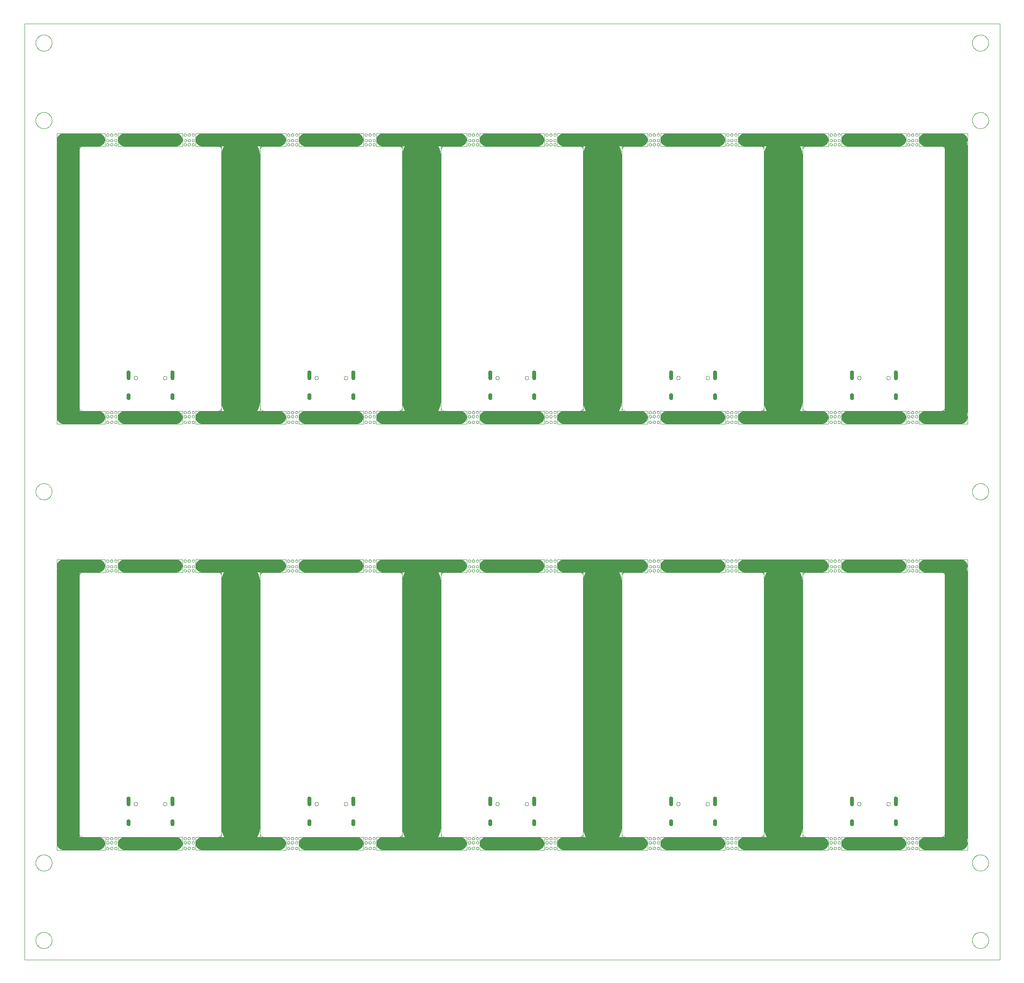
<source format=gko>
G75*
%MOIN*%
%OFA0B0*%
%FSLAX25Y25*%
%IPPOS*%
%LPD*%
%AMOC8*
5,1,8,0,0,1.08239X$1,22.5*
%
%ADD10C,0.00000*%
%ADD11C,0.10000*%
%ADD12C,0.30000*%
%ADD13C,0.17520*%
%ADD14C,0.02559*%
D10*
X0001800Y0001800D02*
X0756800Y0001800D01*
X0756800Y0726800D01*
X0001800Y0726800D01*
X0001800Y0001800D01*
X0010501Y0016800D02*
X0010503Y0016958D01*
X0010509Y0017116D01*
X0010519Y0017274D01*
X0010533Y0017432D01*
X0010551Y0017589D01*
X0010572Y0017746D01*
X0010598Y0017902D01*
X0010628Y0018058D01*
X0010661Y0018213D01*
X0010699Y0018366D01*
X0010740Y0018519D01*
X0010785Y0018671D01*
X0010834Y0018822D01*
X0010887Y0018971D01*
X0010943Y0019119D01*
X0011003Y0019265D01*
X0011067Y0019410D01*
X0011135Y0019553D01*
X0011206Y0019695D01*
X0011280Y0019835D01*
X0011358Y0019972D01*
X0011440Y0020108D01*
X0011524Y0020242D01*
X0011613Y0020373D01*
X0011704Y0020502D01*
X0011799Y0020629D01*
X0011896Y0020754D01*
X0011997Y0020876D01*
X0012101Y0020995D01*
X0012208Y0021112D01*
X0012318Y0021226D01*
X0012431Y0021337D01*
X0012546Y0021446D01*
X0012664Y0021551D01*
X0012785Y0021653D01*
X0012908Y0021753D01*
X0013034Y0021849D01*
X0013162Y0021942D01*
X0013292Y0022032D01*
X0013425Y0022118D01*
X0013560Y0022202D01*
X0013696Y0022281D01*
X0013835Y0022358D01*
X0013976Y0022430D01*
X0014118Y0022500D01*
X0014262Y0022565D01*
X0014408Y0022627D01*
X0014555Y0022685D01*
X0014704Y0022740D01*
X0014854Y0022791D01*
X0015005Y0022838D01*
X0015157Y0022881D01*
X0015310Y0022920D01*
X0015465Y0022956D01*
X0015620Y0022987D01*
X0015776Y0023015D01*
X0015932Y0023039D01*
X0016089Y0023059D01*
X0016247Y0023075D01*
X0016404Y0023087D01*
X0016563Y0023095D01*
X0016721Y0023099D01*
X0016879Y0023099D01*
X0017037Y0023095D01*
X0017196Y0023087D01*
X0017353Y0023075D01*
X0017511Y0023059D01*
X0017668Y0023039D01*
X0017824Y0023015D01*
X0017980Y0022987D01*
X0018135Y0022956D01*
X0018290Y0022920D01*
X0018443Y0022881D01*
X0018595Y0022838D01*
X0018746Y0022791D01*
X0018896Y0022740D01*
X0019045Y0022685D01*
X0019192Y0022627D01*
X0019338Y0022565D01*
X0019482Y0022500D01*
X0019624Y0022430D01*
X0019765Y0022358D01*
X0019904Y0022281D01*
X0020040Y0022202D01*
X0020175Y0022118D01*
X0020308Y0022032D01*
X0020438Y0021942D01*
X0020566Y0021849D01*
X0020692Y0021753D01*
X0020815Y0021653D01*
X0020936Y0021551D01*
X0021054Y0021446D01*
X0021169Y0021337D01*
X0021282Y0021226D01*
X0021392Y0021112D01*
X0021499Y0020995D01*
X0021603Y0020876D01*
X0021704Y0020754D01*
X0021801Y0020629D01*
X0021896Y0020502D01*
X0021987Y0020373D01*
X0022076Y0020242D01*
X0022160Y0020108D01*
X0022242Y0019972D01*
X0022320Y0019835D01*
X0022394Y0019695D01*
X0022465Y0019553D01*
X0022533Y0019410D01*
X0022597Y0019265D01*
X0022657Y0019119D01*
X0022713Y0018971D01*
X0022766Y0018822D01*
X0022815Y0018671D01*
X0022860Y0018519D01*
X0022901Y0018366D01*
X0022939Y0018213D01*
X0022972Y0018058D01*
X0023002Y0017902D01*
X0023028Y0017746D01*
X0023049Y0017589D01*
X0023067Y0017432D01*
X0023081Y0017274D01*
X0023091Y0017116D01*
X0023097Y0016958D01*
X0023099Y0016800D01*
X0023097Y0016642D01*
X0023091Y0016484D01*
X0023081Y0016326D01*
X0023067Y0016168D01*
X0023049Y0016011D01*
X0023028Y0015854D01*
X0023002Y0015698D01*
X0022972Y0015542D01*
X0022939Y0015387D01*
X0022901Y0015234D01*
X0022860Y0015081D01*
X0022815Y0014929D01*
X0022766Y0014778D01*
X0022713Y0014629D01*
X0022657Y0014481D01*
X0022597Y0014335D01*
X0022533Y0014190D01*
X0022465Y0014047D01*
X0022394Y0013905D01*
X0022320Y0013765D01*
X0022242Y0013628D01*
X0022160Y0013492D01*
X0022076Y0013358D01*
X0021987Y0013227D01*
X0021896Y0013098D01*
X0021801Y0012971D01*
X0021704Y0012846D01*
X0021603Y0012724D01*
X0021499Y0012605D01*
X0021392Y0012488D01*
X0021282Y0012374D01*
X0021169Y0012263D01*
X0021054Y0012154D01*
X0020936Y0012049D01*
X0020815Y0011947D01*
X0020692Y0011847D01*
X0020566Y0011751D01*
X0020438Y0011658D01*
X0020308Y0011568D01*
X0020175Y0011482D01*
X0020040Y0011398D01*
X0019904Y0011319D01*
X0019765Y0011242D01*
X0019624Y0011170D01*
X0019482Y0011100D01*
X0019338Y0011035D01*
X0019192Y0010973D01*
X0019045Y0010915D01*
X0018896Y0010860D01*
X0018746Y0010809D01*
X0018595Y0010762D01*
X0018443Y0010719D01*
X0018290Y0010680D01*
X0018135Y0010644D01*
X0017980Y0010613D01*
X0017824Y0010585D01*
X0017668Y0010561D01*
X0017511Y0010541D01*
X0017353Y0010525D01*
X0017196Y0010513D01*
X0017037Y0010505D01*
X0016879Y0010501D01*
X0016721Y0010501D01*
X0016563Y0010505D01*
X0016404Y0010513D01*
X0016247Y0010525D01*
X0016089Y0010541D01*
X0015932Y0010561D01*
X0015776Y0010585D01*
X0015620Y0010613D01*
X0015465Y0010644D01*
X0015310Y0010680D01*
X0015157Y0010719D01*
X0015005Y0010762D01*
X0014854Y0010809D01*
X0014704Y0010860D01*
X0014555Y0010915D01*
X0014408Y0010973D01*
X0014262Y0011035D01*
X0014118Y0011100D01*
X0013976Y0011170D01*
X0013835Y0011242D01*
X0013696Y0011319D01*
X0013560Y0011398D01*
X0013425Y0011482D01*
X0013292Y0011568D01*
X0013162Y0011658D01*
X0013034Y0011751D01*
X0012908Y0011847D01*
X0012785Y0011947D01*
X0012664Y0012049D01*
X0012546Y0012154D01*
X0012431Y0012263D01*
X0012318Y0012374D01*
X0012208Y0012488D01*
X0012101Y0012605D01*
X0011997Y0012724D01*
X0011896Y0012846D01*
X0011799Y0012971D01*
X0011704Y0013098D01*
X0011613Y0013227D01*
X0011524Y0013358D01*
X0011440Y0013492D01*
X0011358Y0013628D01*
X0011280Y0013765D01*
X0011206Y0013905D01*
X0011135Y0014047D01*
X0011067Y0014190D01*
X0011003Y0014335D01*
X0010943Y0014481D01*
X0010887Y0014629D01*
X0010834Y0014778D01*
X0010785Y0014929D01*
X0010740Y0015081D01*
X0010699Y0015234D01*
X0010661Y0015387D01*
X0010628Y0015542D01*
X0010598Y0015698D01*
X0010572Y0015854D01*
X0010551Y0016011D01*
X0010533Y0016168D01*
X0010519Y0016326D01*
X0010509Y0016484D01*
X0010503Y0016642D01*
X0010501Y0016800D01*
X0010501Y0076800D02*
X0010503Y0076958D01*
X0010509Y0077116D01*
X0010519Y0077274D01*
X0010533Y0077432D01*
X0010551Y0077589D01*
X0010572Y0077746D01*
X0010598Y0077902D01*
X0010628Y0078058D01*
X0010661Y0078213D01*
X0010699Y0078366D01*
X0010740Y0078519D01*
X0010785Y0078671D01*
X0010834Y0078822D01*
X0010887Y0078971D01*
X0010943Y0079119D01*
X0011003Y0079265D01*
X0011067Y0079410D01*
X0011135Y0079553D01*
X0011206Y0079695D01*
X0011280Y0079835D01*
X0011358Y0079972D01*
X0011440Y0080108D01*
X0011524Y0080242D01*
X0011613Y0080373D01*
X0011704Y0080502D01*
X0011799Y0080629D01*
X0011896Y0080754D01*
X0011997Y0080876D01*
X0012101Y0080995D01*
X0012208Y0081112D01*
X0012318Y0081226D01*
X0012431Y0081337D01*
X0012546Y0081446D01*
X0012664Y0081551D01*
X0012785Y0081653D01*
X0012908Y0081753D01*
X0013034Y0081849D01*
X0013162Y0081942D01*
X0013292Y0082032D01*
X0013425Y0082118D01*
X0013560Y0082202D01*
X0013696Y0082281D01*
X0013835Y0082358D01*
X0013976Y0082430D01*
X0014118Y0082500D01*
X0014262Y0082565D01*
X0014408Y0082627D01*
X0014555Y0082685D01*
X0014704Y0082740D01*
X0014854Y0082791D01*
X0015005Y0082838D01*
X0015157Y0082881D01*
X0015310Y0082920D01*
X0015465Y0082956D01*
X0015620Y0082987D01*
X0015776Y0083015D01*
X0015932Y0083039D01*
X0016089Y0083059D01*
X0016247Y0083075D01*
X0016404Y0083087D01*
X0016563Y0083095D01*
X0016721Y0083099D01*
X0016879Y0083099D01*
X0017037Y0083095D01*
X0017196Y0083087D01*
X0017353Y0083075D01*
X0017511Y0083059D01*
X0017668Y0083039D01*
X0017824Y0083015D01*
X0017980Y0082987D01*
X0018135Y0082956D01*
X0018290Y0082920D01*
X0018443Y0082881D01*
X0018595Y0082838D01*
X0018746Y0082791D01*
X0018896Y0082740D01*
X0019045Y0082685D01*
X0019192Y0082627D01*
X0019338Y0082565D01*
X0019482Y0082500D01*
X0019624Y0082430D01*
X0019765Y0082358D01*
X0019904Y0082281D01*
X0020040Y0082202D01*
X0020175Y0082118D01*
X0020308Y0082032D01*
X0020438Y0081942D01*
X0020566Y0081849D01*
X0020692Y0081753D01*
X0020815Y0081653D01*
X0020936Y0081551D01*
X0021054Y0081446D01*
X0021169Y0081337D01*
X0021282Y0081226D01*
X0021392Y0081112D01*
X0021499Y0080995D01*
X0021603Y0080876D01*
X0021704Y0080754D01*
X0021801Y0080629D01*
X0021896Y0080502D01*
X0021987Y0080373D01*
X0022076Y0080242D01*
X0022160Y0080108D01*
X0022242Y0079972D01*
X0022320Y0079835D01*
X0022394Y0079695D01*
X0022465Y0079553D01*
X0022533Y0079410D01*
X0022597Y0079265D01*
X0022657Y0079119D01*
X0022713Y0078971D01*
X0022766Y0078822D01*
X0022815Y0078671D01*
X0022860Y0078519D01*
X0022901Y0078366D01*
X0022939Y0078213D01*
X0022972Y0078058D01*
X0023002Y0077902D01*
X0023028Y0077746D01*
X0023049Y0077589D01*
X0023067Y0077432D01*
X0023081Y0077274D01*
X0023091Y0077116D01*
X0023097Y0076958D01*
X0023099Y0076800D01*
X0023097Y0076642D01*
X0023091Y0076484D01*
X0023081Y0076326D01*
X0023067Y0076168D01*
X0023049Y0076011D01*
X0023028Y0075854D01*
X0023002Y0075698D01*
X0022972Y0075542D01*
X0022939Y0075387D01*
X0022901Y0075234D01*
X0022860Y0075081D01*
X0022815Y0074929D01*
X0022766Y0074778D01*
X0022713Y0074629D01*
X0022657Y0074481D01*
X0022597Y0074335D01*
X0022533Y0074190D01*
X0022465Y0074047D01*
X0022394Y0073905D01*
X0022320Y0073765D01*
X0022242Y0073628D01*
X0022160Y0073492D01*
X0022076Y0073358D01*
X0021987Y0073227D01*
X0021896Y0073098D01*
X0021801Y0072971D01*
X0021704Y0072846D01*
X0021603Y0072724D01*
X0021499Y0072605D01*
X0021392Y0072488D01*
X0021282Y0072374D01*
X0021169Y0072263D01*
X0021054Y0072154D01*
X0020936Y0072049D01*
X0020815Y0071947D01*
X0020692Y0071847D01*
X0020566Y0071751D01*
X0020438Y0071658D01*
X0020308Y0071568D01*
X0020175Y0071482D01*
X0020040Y0071398D01*
X0019904Y0071319D01*
X0019765Y0071242D01*
X0019624Y0071170D01*
X0019482Y0071100D01*
X0019338Y0071035D01*
X0019192Y0070973D01*
X0019045Y0070915D01*
X0018896Y0070860D01*
X0018746Y0070809D01*
X0018595Y0070762D01*
X0018443Y0070719D01*
X0018290Y0070680D01*
X0018135Y0070644D01*
X0017980Y0070613D01*
X0017824Y0070585D01*
X0017668Y0070561D01*
X0017511Y0070541D01*
X0017353Y0070525D01*
X0017196Y0070513D01*
X0017037Y0070505D01*
X0016879Y0070501D01*
X0016721Y0070501D01*
X0016563Y0070505D01*
X0016404Y0070513D01*
X0016247Y0070525D01*
X0016089Y0070541D01*
X0015932Y0070561D01*
X0015776Y0070585D01*
X0015620Y0070613D01*
X0015465Y0070644D01*
X0015310Y0070680D01*
X0015157Y0070719D01*
X0015005Y0070762D01*
X0014854Y0070809D01*
X0014704Y0070860D01*
X0014555Y0070915D01*
X0014408Y0070973D01*
X0014262Y0071035D01*
X0014118Y0071100D01*
X0013976Y0071170D01*
X0013835Y0071242D01*
X0013696Y0071319D01*
X0013560Y0071398D01*
X0013425Y0071482D01*
X0013292Y0071568D01*
X0013162Y0071658D01*
X0013034Y0071751D01*
X0012908Y0071847D01*
X0012785Y0071947D01*
X0012664Y0072049D01*
X0012546Y0072154D01*
X0012431Y0072263D01*
X0012318Y0072374D01*
X0012208Y0072488D01*
X0012101Y0072605D01*
X0011997Y0072724D01*
X0011896Y0072846D01*
X0011799Y0072971D01*
X0011704Y0073098D01*
X0011613Y0073227D01*
X0011524Y0073358D01*
X0011440Y0073492D01*
X0011358Y0073628D01*
X0011280Y0073765D01*
X0011206Y0073905D01*
X0011135Y0074047D01*
X0011067Y0074190D01*
X0011003Y0074335D01*
X0010943Y0074481D01*
X0010887Y0074629D01*
X0010834Y0074778D01*
X0010785Y0074929D01*
X0010740Y0075081D01*
X0010699Y0075234D01*
X0010661Y0075387D01*
X0010628Y0075542D01*
X0010598Y0075698D01*
X0010572Y0075854D01*
X0010551Y0076011D01*
X0010533Y0076168D01*
X0010519Y0076326D01*
X0010509Y0076484D01*
X0010503Y0076642D01*
X0010501Y0076800D01*
X0026800Y0086800D02*
X0064300Y0086800D01*
X0064300Y0096800D01*
X0064300Y0091800D01*
X0064300Y0086800D01*
X0026800Y0086800D01*
X0026800Y0311800D01*
X0064300Y0311800D01*
X0064300Y0301800D01*
X0064300Y0306800D01*
X0064300Y0311800D01*
X0026800Y0311800D01*
X0026800Y0086800D01*
X0044300Y0096800D02*
X0044300Y0301800D01*
X0064300Y0301800D01*
X0046800Y0301800D01*
X0046702Y0301798D01*
X0046604Y0301792D01*
X0046506Y0301783D01*
X0046409Y0301769D01*
X0046312Y0301752D01*
X0046216Y0301731D01*
X0046121Y0301706D01*
X0046027Y0301678D01*
X0045935Y0301645D01*
X0045843Y0301610D01*
X0045753Y0301570D01*
X0045665Y0301528D01*
X0045578Y0301481D01*
X0045494Y0301432D01*
X0045411Y0301379D01*
X0045331Y0301323D01*
X0045252Y0301263D01*
X0045176Y0301201D01*
X0045103Y0301136D01*
X0045032Y0301068D01*
X0044964Y0300997D01*
X0044899Y0300924D01*
X0044837Y0300848D01*
X0044777Y0300769D01*
X0044721Y0300689D01*
X0044668Y0300606D01*
X0044619Y0300522D01*
X0044572Y0300435D01*
X0044530Y0300347D01*
X0044490Y0300257D01*
X0044455Y0300165D01*
X0044422Y0300073D01*
X0044394Y0299979D01*
X0044369Y0299884D01*
X0044348Y0299788D01*
X0044331Y0299691D01*
X0044317Y0299594D01*
X0044308Y0299496D01*
X0044302Y0299398D01*
X0044300Y0299300D01*
X0044300Y0099300D01*
X0044300Y0096800D02*
X0064300Y0096800D01*
X0046800Y0096800D01*
X0046702Y0096802D01*
X0046604Y0096808D01*
X0046506Y0096817D01*
X0046409Y0096831D01*
X0046312Y0096848D01*
X0046216Y0096869D01*
X0046121Y0096894D01*
X0046027Y0096922D01*
X0045935Y0096955D01*
X0045843Y0096990D01*
X0045753Y0097030D01*
X0045665Y0097072D01*
X0045578Y0097119D01*
X0045494Y0097168D01*
X0045411Y0097221D01*
X0045331Y0097277D01*
X0045252Y0097337D01*
X0045176Y0097399D01*
X0045103Y0097464D01*
X0045032Y0097532D01*
X0044964Y0097603D01*
X0044899Y0097676D01*
X0044837Y0097752D01*
X0044777Y0097831D01*
X0044721Y0097911D01*
X0044668Y0097994D01*
X0044619Y0098078D01*
X0044572Y0098165D01*
X0044530Y0098253D01*
X0044490Y0098343D01*
X0044455Y0098435D01*
X0044422Y0098527D01*
X0044394Y0098621D01*
X0044369Y0098716D01*
X0044348Y0098812D01*
X0044331Y0098909D01*
X0044317Y0099006D01*
X0044308Y0099104D01*
X0044302Y0099202D01*
X0044300Y0099300D01*
X0065191Y0095550D02*
X0065193Y0095612D01*
X0065199Y0095675D01*
X0065209Y0095736D01*
X0065223Y0095797D01*
X0065240Y0095857D01*
X0065261Y0095916D01*
X0065287Y0095973D01*
X0065315Y0096028D01*
X0065347Y0096082D01*
X0065383Y0096133D01*
X0065421Y0096183D01*
X0065463Y0096229D01*
X0065507Y0096273D01*
X0065555Y0096314D01*
X0065604Y0096352D01*
X0065656Y0096386D01*
X0065710Y0096417D01*
X0065766Y0096445D01*
X0065824Y0096469D01*
X0065883Y0096490D01*
X0065943Y0096506D01*
X0066004Y0096519D01*
X0066066Y0096528D01*
X0066128Y0096533D01*
X0066191Y0096534D01*
X0066253Y0096531D01*
X0066315Y0096524D01*
X0066377Y0096513D01*
X0066437Y0096498D01*
X0066497Y0096480D01*
X0066555Y0096458D01*
X0066612Y0096432D01*
X0066667Y0096402D01*
X0066720Y0096369D01*
X0066771Y0096333D01*
X0066819Y0096294D01*
X0066865Y0096251D01*
X0066908Y0096206D01*
X0066948Y0096158D01*
X0066985Y0096108D01*
X0067019Y0096055D01*
X0067050Y0096001D01*
X0067076Y0095945D01*
X0067100Y0095887D01*
X0067119Y0095827D01*
X0067135Y0095767D01*
X0067147Y0095705D01*
X0067155Y0095644D01*
X0067159Y0095581D01*
X0067159Y0095519D01*
X0067155Y0095456D01*
X0067147Y0095395D01*
X0067135Y0095333D01*
X0067119Y0095273D01*
X0067100Y0095213D01*
X0067076Y0095155D01*
X0067050Y0095099D01*
X0067019Y0095045D01*
X0066985Y0094992D01*
X0066948Y0094942D01*
X0066908Y0094894D01*
X0066865Y0094849D01*
X0066819Y0094806D01*
X0066771Y0094767D01*
X0066720Y0094731D01*
X0066667Y0094698D01*
X0066612Y0094668D01*
X0066555Y0094642D01*
X0066497Y0094620D01*
X0066437Y0094602D01*
X0066377Y0094587D01*
X0066315Y0094576D01*
X0066253Y0094569D01*
X0066191Y0094566D01*
X0066128Y0094567D01*
X0066066Y0094572D01*
X0066004Y0094581D01*
X0065943Y0094594D01*
X0065883Y0094610D01*
X0065824Y0094631D01*
X0065766Y0094655D01*
X0065710Y0094683D01*
X0065656Y0094714D01*
X0065604Y0094748D01*
X0065555Y0094786D01*
X0065507Y0094827D01*
X0065463Y0094871D01*
X0065421Y0094917D01*
X0065383Y0094967D01*
X0065347Y0095018D01*
X0065315Y0095072D01*
X0065287Y0095127D01*
X0065261Y0095184D01*
X0065240Y0095243D01*
X0065223Y0095303D01*
X0065209Y0095364D01*
X0065199Y0095425D01*
X0065193Y0095488D01*
X0065191Y0095550D01*
X0065191Y0092425D02*
X0065193Y0092487D01*
X0065199Y0092550D01*
X0065209Y0092611D01*
X0065223Y0092672D01*
X0065240Y0092732D01*
X0065261Y0092791D01*
X0065287Y0092848D01*
X0065315Y0092903D01*
X0065347Y0092957D01*
X0065383Y0093008D01*
X0065421Y0093058D01*
X0065463Y0093104D01*
X0065507Y0093148D01*
X0065555Y0093189D01*
X0065604Y0093227D01*
X0065656Y0093261D01*
X0065710Y0093292D01*
X0065766Y0093320D01*
X0065824Y0093344D01*
X0065883Y0093365D01*
X0065943Y0093381D01*
X0066004Y0093394D01*
X0066066Y0093403D01*
X0066128Y0093408D01*
X0066191Y0093409D01*
X0066253Y0093406D01*
X0066315Y0093399D01*
X0066377Y0093388D01*
X0066437Y0093373D01*
X0066497Y0093355D01*
X0066555Y0093333D01*
X0066612Y0093307D01*
X0066667Y0093277D01*
X0066720Y0093244D01*
X0066771Y0093208D01*
X0066819Y0093169D01*
X0066865Y0093126D01*
X0066908Y0093081D01*
X0066948Y0093033D01*
X0066985Y0092983D01*
X0067019Y0092930D01*
X0067050Y0092876D01*
X0067076Y0092820D01*
X0067100Y0092762D01*
X0067119Y0092702D01*
X0067135Y0092642D01*
X0067147Y0092580D01*
X0067155Y0092519D01*
X0067159Y0092456D01*
X0067159Y0092394D01*
X0067155Y0092331D01*
X0067147Y0092270D01*
X0067135Y0092208D01*
X0067119Y0092148D01*
X0067100Y0092088D01*
X0067076Y0092030D01*
X0067050Y0091974D01*
X0067019Y0091920D01*
X0066985Y0091867D01*
X0066948Y0091817D01*
X0066908Y0091769D01*
X0066865Y0091724D01*
X0066819Y0091681D01*
X0066771Y0091642D01*
X0066720Y0091606D01*
X0066667Y0091573D01*
X0066612Y0091543D01*
X0066555Y0091517D01*
X0066497Y0091495D01*
X0066437Y0091477D01*
X0066377Y0091462D01*
X0066315Y0091451D01*
X0066253Y0091444D01*
X0066191Y0091441D01*
X0066128Y0091442D01*
X0066066Y0091447D01*
X0066004Y0091456D01*
X0065943Y0091469D01*
X0065883Y0091485D01*
X0065824Y0091506D01*
X0065766Y0091530D01*
X0065710Y0091558D01*
X0065656Y0091589D01*
X0065604Y0091623D01*
X0065555Y0091661D01*
X0065507Y0091702D01*
X0065463Y0091746D01*
X0065421Y0091792D01*
X0065383Y0091842D01*
X0065347Y0091893D01*
X0065315Y0091947D01*
X0065287Y0092002D01*
X0065261Y0092059D01*
X0065240Y0092118D01*
X0065223Y0092178D01*
X0065209Y0092239D01*
X0065199Y0092300D01*
X0065193Y0092363D01*
X0065191Y0092425D01*
X0068316Y0092425D02*
X0068318Y0092487D01*
X0068324Y0092550D01*
X0068334Y0092611D01*
X0068348Y0092672D01*
X0068365Y0092732D01*
X0068386Y0092791D01*
X0068412Y0092848D01*
X0068440Y0092903D01*
X0068472Y0092957D01*
X0068508Y0093008D01*
X0068546Y0093058D01*
X0068588Y0093104D01*
X0068632Y0093148D01*
X0068680Y0093189D01*
X0068729Y0093227D01*
X0068781Y0093261D01*
X0068835Y0093292D01*
X0068891Y0093320D01*
X0068949Y0093344D01*
X0069008Y0093365D01*
X0069068Y0093381D01*
X0069129Y0093394D01*
X0069191Y0093403D01*
X0069253Y0093408D01*
X0069316Y0093409D01*
X0069378Y0093406D01*
X0069440Y0093399D01*
X0069502Y0093388D01*
X0069562Y0093373D01*
X0069622Y0093355D01*
X0069680Y0093333D01*
X0069737Y0093307D01*
X0069792Y0093277D01*
X0069845Y0093244D01*
X0069896Y0093208D01*
X0069944Y0093169D01*
X0069990Y0093126D01*
X0070033Y0093081D01*
X0070073Y0093033D01*
X0070110Y0092983D01*
X0070144Y0092930D01*
X0070175Y0092876D01*
X0070201Y0092820D01*
X0070225Y0092762D01*
X0070244Y0092702D01*
X0070260Y0092642D01*
X0070272Y0092580D01*
X0070280Y0092519D01*
X0070284Y0092456D01*
X0070284Y0092394D01*
X0070280Y0092331D01*
X0070272Y0092270D01*
X0070260Y0092208D01*
X0070244Y0092148D01*
X0070225Y0092088D01*
X0070201Y0092030D01*
X0070175Y0091974D01*
X0070144Y0091920D01*
X0070110Y0091867D01*
X0070073Y0091817D01*
X0070033Y0091769D01*
X0069990Y0091724D01*
X0069944Y0091681D01*
X0069896Y0091642D01*
X0069845Y0091606D01*
X0069792Y0091573D01*
X0069737Y0091543D01*
X0069680Y0091517D01*
X0069622Y0091495D01*
X0069562Y0091477D01*
X0069502Y0091462D01*
X0069440Y0091451D01*
X0069378Y0091444D01*
X0069316Y0091441D01*
X0069253Y0091442D01*
X0069191Y0091447D01*
X0069129Y0091456D01*
X0069068Y0091469D01*
X0069008Y0091485D01*
X0068949Y0091506D01*
X0068891Y0091530D01*
X0068835Y0091558D01*
X0068781Y0091589D01*
X0068729Y0091623D01*
X0068680Y0091661D01*
X0068632Y0091702D01*
X0068588Y0091746D01*
X0068546Y0091792D01*
X0068508Y0091842D01*
X0068472Y0091893D01*
X0068440Y0091947D01*
X0068412Y0092002D01*
X0068386Y0092059D01*
X0068365Y0092118D01*
X0068348Y0092178D01*
X0068334Y0092239D01*
X0068324Y0092300D01*
X0068318Y0092363D01*
X0068316Y0092425D01*
X0068316Y0095550D02*
X0068318Y0095612D01*
X0068324Y0095675D01*
X0068334Y0095736D01*
X0068348Y0095797D01*
X0068365Y0095857D01*
X0068386Y0095916D01*
X0068412Y0095973D01*
X0068440Y0096028D01*
X0068472Y0096082D01*
X0068508Y0096133D01*
X0068546Y0096183D01*
X0068588Y0096229D01*
X0068632Y0096273D01*
X0068680Y0096314D01*
X0068729Y0096352D01*
X0068781Y0096386D01*
X0068835Y0096417D01*
X0068891Y0096445D01*
X0068949Y0096469D01*
X0069008Y0096490D01*
X0069068Y0096506D01*
X0069129Y0096519D01*
X0069191Y0096528D01*
X0069253Y0096533D01*
X0069316Y0096534D01*
X0069378Y0096531D01*
X0069440Y0096524D01*
X0069502Y0096513D01*
X0069562Y0096498D01*
X0069622Y0096480D01*
X0069680Y0096458D01*
X0069737Y0096432D01*
X0069792Y0096402D01*
X0069845Y0096369D01*
X0069896Y0096333D01*
X0069944Y0096294D01*
X0069990Y0096251D01*
X0070033Y0096206D01*
X0070073Y0096158D01*
X0070110Y0096108D01*
X0070144Y0096055D01*
X0070175Y0096001D01*
X0070201Y0095945D01*
X0070225Y0095887D01*
X0070244Y0095827D01*
X0070260Y0095767D01*
X0070272Y0095705D01*
X0070280Y0095644D01*
X0070284Y0095581D01*
X0070284Y0095519D01*
X0070280Y0095456D01*
X0070272Y0095395D01*
X0070260Y0095333D01*
X0070244Y0095273D01*
X0070225Y0095213D01*
X0070201Y0095155D01*
X0070175Y0095099D01*
X0070144Y0095045D01*
X0070110Y0094992D01*
X0070073Y0094942D01*
X0070033Y0094894D01*
X0069990Y0094849D01*
X0069944Y0094806D01*
X0069896Y0094767D01*
X0069845Y0094731D01*
X0069792Y0094698D01*
X0069737Y0094668D01*
X0069680Y0094642D01*
X0069622Y0094620D01*
X0069562Y0094602D01*
X0069502Y0094587D01*
X0069440Y0094576D01*
X0069378Y0094569D01*
X0069316Y0094566D01*
X0069253Y0094567D01*
X0069191Y0094572D01*
X0069129Y0094581D01*
X0069068Y0094594D01*
X0069008Y0094610D01*
X0068949Y0094631D01*
X0068891Y0094655D01*
X0068835Y0094683D01*
X0068781Y0094714D01*
X0068729Y0094748D01*
X0068680Y0094786D01*
X0068632Y0094827D01*
X0068588Y0094871D01*
X0068546Y0094917D01*
X0068508Y0094967D01*
X0068472Y0095018D01*
X0068440Y0095072D01*
X0068412Y0095127D01*
X0068386Y0095184D01*
X0068365Y0095243D01*
X0068348Y0095303D01*
X0068334Y0095364D01*
X0068324Y0095425D01*
X0068318Y0095488D01*
X0068316Y0095550D01*
X0071441Y0095550D02*
X0071443Y0095612D01*
X0071449Y0095675D01*
X0071459Y0095736D01*
X0071473Y0095797D01*
X0071490Y0095857D01*
X0071511Y0095916D01*
X0071537Y0095973D01*
X0071565Y0096028D01*
X0071597Y0096082D01*
X0071633Y0096133D01*
X0071671Y0096183D01*
X0071713Y0096229D01*
X0071757Y0096273D01*
X0071805Y0096314D01*
X0071854Y0096352D01*
X0071906Y0096386D01*
X0071960Y0096417D01*
X0072016Y0096445D01*
X0072074Y0096469D01*
X0072133Y0096490D01*
X0072193Y0096506D01*
X0072254Y0096519D01*
X0072316Y0096528D01*
X0072378Y0096533D01*
X0072441Y0096534D01*
X0072503Y0096531D01*
X0072565Y0096524D01*
X0072627Y0096513D01*
X0072687Y0096498D01*
X0072747Y0096480D01*
X0072805Y0096458D01*
X0072862Y0096432D01*
X0072917Y0096402D01*
X0072970Y0096369D01*
X0073021Y0096333D01*
X0073069Y0096294D01*
X0073115Y0096251D01*
X0073158Y0096206D01*
X0073198Y0096158D01*
X0073235Y0096108D01*
X0073269Y0096055D01*
X0073300Y0096001D01*
X0073326Y0095945D01*
X0073350Y0095887D01*
X0073369Y0095827D01*
X0073385Y0095767D01*
X0073397Y0095705D01*
X0073405Y0095644D01*
X0073409Y0095581D01*
X0073409Y0095519D01*
X0073405Y0095456D01*
X0073397Y0095395D01*
X0073385Y0095333D01*
X0073369Y0095273D01*
X0073350Y0095213D01*
X0073326Y0095155D01*
X0073300Y0095099D01*
X0073269Y0095045D01*
X0073235Y0094992D01*
X0073198Y0094942D01*
X0073158Y0094894D01*
X0073115Y0094849D01*
X0073069Y0094806D01*
X0073021Y0094767D01*
X0072970Y0094731D01*
X0072917Y0094698D01*
X0072862Y0094668D01*
X0072805Y0094642D01*
X0072747Y0094620D01*
X0072687Y0094602D01*
X0072627Y0094587D01*
X0072565Y0094576D01*
X0072503Y0094569D01*
X0072441Y0094566D01*
X0072378Y0094567D01*
X0072316Y0094572D01*
X0072254Y0094581D01*
X0072193Y0094594D01*
X0072133Y0094610D01*
X0072074Y0094631D01*
X0072016Y0094655D01*
X0071960Y0094683D01*
X0071906Y0094714D01*
X0071854Y0094748D01*
X0071805Y0094786D01*
X0071757Y0094827D01*
X0071713Y0094871D01*
X0071671Y0094917D01*
X0071633Y0094967D01*
X0071597Y0095018D01*
X0071565Y0095072D01*
X0071537Y0095127D01*
X0071511Y0095184D01*
X0071490Y0095243D01*
X0071473Y0095303D01*
X0071459Y0095364D01*
X0071449Y0095425D01*
X0071443Y0095488D01*
X0071441Y0095550D01*
X0074300Y0096800D02*
X0074300Y0091800D01*
X0074300Y0086800D01*
X0074300Y0096800D01*
X0124300Y0096800D01*
X0124300Y0091800D01*
X0124300Y0086800D01*
X0074300Y0086800D01*
X0124300Y0086800D01*
X0124300Y0096800D01*
X0074300Y0096800D01*
X0071441Y0092425D02*
X0071443Y0092487D01*
X0071449Y0092550D01*
X0071459Y0092611D01*
X0071473Y0092672D01*
X0071490Y0092732D01*
X0071511Y0092791D01*
X0071537Y0092848D01*
X0071565Y0092903D01*
X0071597Y0092957D01*
X0071633Y0093008D01*
X0071671Y0093058D01*
X0071713Y0093104D01*
X0071757Y0093148D01*
X0071805Y0093189D01*
X0071854Y0093227D01*
X0071906Y0093261D01*
X0071960Y0093292D01*
X0072016Y0093320D01*
X0072074Y0093344D01*
X0072133Y0093365D01*
X0072193Y0093381D01*
X0072254Y0093394D01*
X0072316Y0093403D01*
X0072378Y0093408D01*
X0072441Y0093409D01*
X0072503Y0093406D01*
X0072565Y0093399D01*
X0072627Y0093388D01*
X0072687Y0093373D01*
X0072747Y0093355D01*
X0072805Y0093333D01*
X0072862Y0093307D01*
X0072917Y0093277D01*
X0072970Y0093244D01*
X0073021Y0093208D01*
X0073069Y0093169D01*
X0073115Y0093126D01*
X0073158Y0093081D01*
X0073198Y0093033D01*
X0073235Y0092983D01*
X0073269Y0092930D01*
X0073300Y0092876D01*
X0073326Y0092820D01*
X0073350Y0092762D01*
X0073369Y0092702D01*
X0073385Y0092642D01*
X0073397Y0092580D01*
X0073405Y0092519D01*
X0073409Y0092456D01*
X0073409Y0092394D01*
X0073405Y0092331D01*
X0073397Y0092270D01*
X0073385Y0092208D01*
X0073369Y0092148D01*
X0073350Y0092088D01*
X0073326Y0092030D01*
X0073300Y0091974D01*
X0073269Y0091920D01*
X0073235Y0091867D01*
X0073198Y0091817D01*
X0073158Y0091769D01*
X0073115Y0091724D01*
X0073069Y0091681D01*
X0073021Y0091642D01*
X0072970Y0091606D01*
X0072917Y0091573D01*
X0072862Y0091543D01*
X0072805Y0091517D01*
X0072747Y0091495D01*
X0072687Y0091477D01*
X0072627Y0091462D01*
X0072565Y0091451D01*
X0072503Y0091444D01*
X0072441Y0091441D01*
X0072378Y0091442D01*
X0072316Y0091447D01*
X0072254Y0091456D01*
X0072193Y0091469D01*
X0072133Y0091485D01*
X0072074Y0091506D01*
X0072016Y0091530D01*
X0071960Y0091558D01*
X0071906Y0091589D01*
X0071854Y0091623D01*
X0071805Y0091661D01*
X0071757Y0091702D01*
X0071713Y0091746D01*
X0071671Y0091792D01*
X0071633Y0091842D01*
X0071597Y0091893D01*
X0071565Y0091947D01*
X0071537Y0092002D01*
X0071511Y0092059D01*
X0071490Y0092118D01*
X0071473Y0092178D01*
X0071459Y0092239D01*
X0071449Y0092300D01*
X0071443Y0092363D01*
X0071441Y0092425D01*
X0071441Y0088050D02*
X0071443Y0088112D01*
X0071449Y0088175D01*
X0071459Y0088236D01*
X0071473Y0088297D01*
X0071490Y0088357D01*
X0071511Y0088416D01*
X0071537Y0088473D01*
X0071565Y0088528D01*
X0071597Y0088582D01*
X0071633Y0088633D01*
X0071671Y0088683D01*
X0071713Y0088729D01*
X0071757Y0088773D01*
X0071805Y0088814D01*
X0071854Y0088852D01*
X0071906Y0088886D01*
X0071960Y0088917D01*
X0072016Y0088945D01*
X0072074Y0088969D01*
X0072133Y0088990D01*
X0072193Y0089006D01*
X0072254Y0089019D01*
X0072316Y0089028D01*
X0072378Y0089033D01*
X0072441Y0089034D01*
X0072503Y0089031D01*
X0072565Y0089024D01*
X0072627Y0089013D01*
X0072687Y0088998D01*
X0072747Y0088980D01*
X0072805Y0088958D01*
X0072862Y0088932D01*
X0072917Y0088902D01*
X0072970Y0088869D01*
X0073021Y0088833D01*
X0073069Y0088794D01*
X0073115Y0088751D01*
X0073158Y0088706D01*
X0073198Y0088658D01*
X0073235Y0088608D01*
X0073269Y0088555D01*
X0073300Y0088501D01*
X0073326Y0088445D01*
X0073350Y0088387D01*
X0073369Y0088327D01*
X0073385Y0088267D01*
X0073397Y0088205D01*
X0073405Y0088144D01*
X0073409Y0088081D01*
X0073409Y0088019D01*
X0073405Y0087956D01*
X0073397Y0087895D01*
X0073385Y0087833D01*
X0073369Y0087773D01*
X0073350Y0087713D01*
X0073326Y0087655D01*
X0073300Y0087599D01*
X0073269Y0087545D01*
X0073235Y0087492D01*
X0073198Y0087442D01*
X0073158Y0087394D01*
X0073115Y0087349D01*
X0073069Y0087306D01*
X0073021Y0087267D01*
X0072970Y0087231D01*
X0072917Y0087198D01*
X0072862Y0087168D01*
X0072805Y0087142D01*
X0072747Y0087120D01*
X0072687Y0087102D01*
X0072627Y0087087D01*
X0072565Y0087076D01*
X0072503Y0087069D01*
X0072441Y0087066D01*
X0072378Y0087067D01*
X0072316Y0087072D01*
X0072254Y0087081D01*
X0072193Y0087094D01*
X0072133Y0087110D01*
X0072074Y0087131D01*
X0072016Y0087155D01*
X0071960Y0087183D01*
X0071906Y0087214D01*
X0071854Y0087248D01*
X0071805Y0087286D01*
X0071757Y0087327D01*
X0071713Y0087371D01*
X0071671Y0087417D01*
X0071633Y0087467D01*
X0071597Y0087518D01*
X0071565Y0087572D01*
X0071537Y0087627D01*
X0071511Y0087684D01*
X0071490Y0087743D01*
X0071473Y0087803D01*
X0071459Y0087864D01*
X0071449Y0087925D01*
X0071443Y0087988D01*
X0071441Y0088050D01*
X0068316Y0088050D02*
X0068318Y0088112D01*
X0068324Y0088175D01*
X0068334Y0088236D01*
X0068348Y0088297D01*
X0068365Y0088357D01*
X0068386Y0088416D01*
X0068412Y0088473D01*
X0068440Y0088528D01*
X0068472Y0088582D01*
X0068508Y0088633D01*
X0068546Y0088683D01*
X0068588Y0088729D01*
X0068632Y0088773D01*
X0068680Y0088814D01*
X0068729Y0088852D01*
X0068781Y0088886D01*
X0068835Y0088917D01*
X0068891Y0088945D01*
X0068949Y0088969D01*
X0069008Y0088990D01*
X0069068Y0089006D01*
X0069129Y0089019D01*
X0069191Y0089028D01*
X0069253Y0089033D01*
X0069316Y0089034D01*
X0069378Y0089031D01*
X0069440Y0089024D01*
X0069502Y0089013D01*
X0069562Y0088998D01*
X0069622Y0088980D01*
X0069680Y0088958D01*
X0069737Y0088932D01*
X0069792Y0088902D01*
X0069845Y0088869D01*
X0069896Y0088833D01*
X0069944Y0088794D01*
X0069990Y0088751D01*
X0070033Y0088706D01*
X0070073Y0088658D01*
X0070110Y0088608D01*
X0070144Y0088555D01*
X0070175Y0088501D01*
X0070201Y0088445D01*
X0070225Y0088387D01*
X0070244Y0088327D01*
X0070260Y0088267D01*
X0070272Y0088205D01*
X0070280Y0088144D01*
X0070284Y0088081D01*
X0070284Y0088019D01*
X0070280Y0087956D01*
X0070272Y0087895D01*
X0070260Y0087833D01*
X0070244Y0087773D01*
X0070225Y0087713D01*
X0070201Y0087655D01*
X0070175Y0087599D01*
X0070144Y0087545D01*
X0070110Y0087492D01*
X0070073Y0087442D01*
X0070033Y0087394D01*
X0069990Y0087349D01*
X0069944Y0087306D01*
X0069896Y0087267D01*
X0069845Y0087231D01*
X0069792Y0087198D01*
X0069737Y0087168D01*
X0069680Y0087142D01*
X0069622Y0087120D01*
X0069562Y0087102D01*
X0069502Y0087087D01*
X0069440Y0087076D01*
X0069378Y0087069D01*
X0069316Y0087066D01*
X0069253Y0087067D01*
X0069191Y0087072D01*
X0069129Y0087081D01*
X0069068Y0087094D01*
X0069008Y0087110D01*
X0068949Y0087131D01*
X0068891Y0087155D01*
X0068835Y0087183D01*
X0068781Y0087214D01*
X0068729Y0087248D01*
X0068680Y0087286D01*
X0068632Y0087327D01*
X0068588Y0087371D01*
X0068546Y0087417D01*
X0068508Y0087467D01*
X0068472Y0087518D01*
X0068440Y0087572D01*
X0068412Y0087627D01*
X0068386Y0087684D01*
X0068365Y0087743D01*
X0068348Y0087803D01*
X0068334Y0087864D01*
X0068324Y0087925D01*
X0068318Y0087988D01*
X0068316Y0088050D01*
X0065191Y0088050D02*
X0065193Y0088112D01*
X0065199Y0088175D01*
X0065209Y0088236D01*
X0065223Y0088297D01*
X0065240Y0088357D01*
X0065261Y0088416D01*
X0065287Y0088473D01*
X0065315Y0088528D01*
X0065347Y0088582D01*
X0065383Y0088633D01*
X0065421Y0088683D01*
X0065463Y0088729D01*
X0065507Y0088773D01*
X0065555Y0088814D01*
X0065604Y0088852D01*
X0065656Y0088886D01*
X0065710Y0088917D01*
X0065766Y0088945D01*
X0065824Y0088969D01*
X0065883Y0088990D01*
X0065943Y0089006D01*
X0066004Y0089019D01*
X0066066Y0089028D01*
X0066128Y0089033D01*
X0066191Y0089034D01*
X0066253Y0089031D01*
X0066315Y0089024D01*
X0066377Y0089013D01*
X0066437Y0088998D01*
X0066497Y0088980D01*
X0066555Y0088958D01*
X0066612Y0088932D01*
X0066667Y0088902D01*
X0066720Y0088869D01*
X0066771Y0088833D01*
X0066819Y0088794D01*
X0066865Y0088751D01*
X0066908Y0088706D01*
X0066948Y0088658D01*
X0066985Y0088608D01*
X0067019Y0088555D01*
X0067050Y0088501D01*
X0067076Y0088445D01*
X0067100Y0088387D01*
X0067119Y0088327D01*
X0067135Y0088267D01*
X0067147Y0088205D01*
X0067155Y0088144D01*
X0067159Y0088081D01*
X0067159Y0088019D01*
X0067155Y0087956D01*
X0067147Y0087895D01*
X0067135Y0087833D01*
X0067119Y0087773D01*
X0067100Y0087713D01*
X0067076Y0087655D01*
X0067050Y0087599D01*
X0067019Y0087545D01*
X0066985Y0087492D01*
X0066948Y0087442D01*
X0066908Y0087394D01*
X0066865Y0087349D01*
X0066819Y0087306D01*
X0066771Y0087267D01*
X0066720Y0087231D01*
X0066667Y0087198D01*
X0066612Y0087168D01*
X0066555Y0087142D01*
X0066497Y0087120D01*
X0066437Y0087102D01*
X0066377Y0087087D01*
X0066315Y0087076D01*
X0066253Y0087069D01*
X0066191Y0087066D01*
X0066128Y0087067D01*
X0066066Y0087072D01*
X0066004Y0087081D01*
X0065943Y0087094D01*
X0065883Y0087110D01*
X0065824Y0087131D01*
X0065766Y0087155D01*
X0065710Y0087183D01*
X0065656Y0087214D01*
X0065604Y0087248D01*
X0065555Y0087286D01*
X0065507Y0087327D01*
X0065463Y0087371D01*
X0065421Y0087417D01*
X0065383Y0087467D01*
X0065347Y0087518D01*
X0065315Y0087572D01*
X0065287Y0087627D01*
X0065261Y0087684D01*
X0065240Y0087743D01*
X0065223Y0087803D01*
X0065209Y0087864D01*
X0065199Y0087925D01*
X0065193Y0087988D01*
X0065191Y0088050D01*
X0081013Y0106780D02*
X0081013Y0109143D01*
X0081012Y0109143D02*
X0081014Y0109212D01*
X0081020Y0109281D01*
X0081029Y0109350D01*
X0081042Y0109418D01*
X0081059Y0109485D01*
X0081079Y0109552D01*
X0081103Y0109617D01*
X0081130Y0109680D01*
X0081161Y0109743D01*
X0081195Y0109803D01*
X0081233Y0109861D01*
X0081273Y0109918D01*
X0081316Y0109972D01*
X0081363Y0110023D01*
X0081412Y0110072D01*
X0081463Y0110119D01*
X0081517Y0110162D01*
X0081574Y0110202D01*
X0081632Y0110240D01*
X0081692Y0110274D01*
X0081755Y0110305D01*
X0081818Y0110332D01*
X0081883Y0110356D01*
X0081950Y0110376D01*
X0082017Y0110393D01*
X0082085Y0110406D01*
X0082154Y0110415D01*
X0082223Y0110421D01*
X0082292Y0110423D01*
X0082361Y0110421D01*
X0082430Y0110415D01*
X0082499Y0110406D01*
X0082567Y0110393D01*
X0082634Y0110376D01*
X0082701Y0110356D01*
X0082766Y0110332D01*
X0082829Y0110305D01*
X0082892Y0110274D01*
X0082952Y0110240D01*
X0083010Y0110202D01*
X0083067Y0110162D01*
X0083121Y0110119D01*
X0083172Y0110072D01*
X0083221Y0110023D01*
X0083268Y0109972D01*
X0083311Y0109918D01*
X0083351Y0109861D01*
X0083389Y0109803D01*
X0083423Y0109743D01*
X0083454Y0109680D01*
X0083481Y0109617D01*
X0083505Y0109552D01*
X0083525Y0109485D01*
X0083542Y0109418D01*
X0083555Y0109350D01*
X0083564Y0109281D01*
X0083570Y0109212D01*
X0083572Y0109143D01*
X0083572Y0106780D01*
X0083570Y0106711D01*
X0083564Y0106642D01*
X0083555Y0106573D01*
X0083542Y0106505D01*
X0083525Y0106438D01*
X0083505Y0106371D01*
X0083481Y0106306D01*
X0083454Y0106243D01*
X0083423Y0106180D01*
X0083389Y0106120D01*
X0083351Y0106062D01*
X0083311Y0106005D01*
X0083268Y0105951D01*
X0083221Y0105900D01*
X0083172Y0105851D01*
X0083121Y0105804D01*
X0083067Y0105761D01*
X0083010Y0105721D01*
X0082952Y0105683D01*
X0082892Y0105649D01*
X0082829Y0105618D01*
X0082766Y0105591D01*
X0082701Y0105567D01*
X0082634Y0105547D01*
X0082567Y0105530D01*
X0082499Y0105517D01*
X0082430Y0105508D01*
X0082361Y0105502D01*
X0082292Y0105500D01*
X0082223Y0105502D01*
X0082154Y0105508D01*
X0082085Y0105517D01*
X0082017Y0105530D01*
X0081950Y0105547D01*
X0081883Y0105567D01*
X0081818Y0105591D01*
X0081755Y0105618D01*
X0081692Y0105649D01*
X0081632Y0105683D01*
X0081574Y0105721D01*
X0081517Y0105761D01*
X0081463Y0105804D01*
X0081412Y0105851D01*
X0081363Y0105900D01*
X0081316Y0105951D01*
X0081273Y0106005D01*
X0081233Y0106062D01*
X0081195Y0106120D01*
X0081161Y0106180D01*
X0081130Y0106243D01*
X0081103Y0106306D01*
X0081079Y0106371D01*
X0081059Y0106438D01*
X0081042Y0106505D01*
X0081029Y0106573D01*
X0081020Y0106642D01*
X0081014Y0106711D01*
X0081012Y0106780D01*
X0081013Y0122253D02*
X0081013Y0126583D01*
X0081012Y0126583D02*
X0081014Y0126652D01*
X0081020Y0126721D01*
X0081029Y0126790D01*
X0081042Y0126858D01*
X0081059Y0126925D01*
X0081079Y0126992D01*
X0081103Y0127057D01*
X0081130Y0127120D01*
X0081161Y0127183D01*
X0081195Y0127243D01*
X0081233Y0127301D01*
X0081273Y0127358D01*
X0081316Y0127412D01*
X0081363Y0127463D01*
X0081412Y0127512D01*
X0081463Y0127559D01*
X0081517Y0127602D01*
X0081574Y0127642D01*
X0081632Y0127680D01*
X0081692Y0127714D01*
X0081755Y0127745D01*
X0081818Y0127772D01*
X0081883Y0127796D01*
X0081950Y0127816D01*
X0082017Y0127833D01*
X0082085Y0127846D01*
X0082154Y0127855D01*
X0082223Y0127861D01*
X0082292Y0127863D01*
X0082361Y0127861D01*
X0082430Y0127855D01*
X0082499Y0127846D01*
X0082567Y0127833D01*
X0082634Y0127816D01*
X0082701Y0127796D01*
X0082766Y0127772D01*
X0082829Y0127745D01*
X0082892Y0127714D01*
X0082952Y0127680D01*
X0083010Y0127642D01*
X0083067Y0127602D01*
X0083121Y0127559D01*
X0083172Y0127512D01*
X0083221Y0127463D01*
X0083268Y0127412D01*
X0083311Y0127358D01*
X0083351Y0127301D01*
X0083389Y0127243D01*
X0083423Y0127183D01*
X0083454Y0127120D01*
X0083481Y0127057D01*
X0083505Y0126992D01*
X0083525Y0126925D01*
X0083542Y0126858D01*
X0083555Y0126790D01*
X0083564Y0126721D01*
X0083570Y0126652D01*
X0083572Y0126583D01*
X0083572Y0122253D01*
X0083570Y0122184D01*
X0083564Y0122115D01*
X0083555Y0122046D01*
X0083542Y0121978D01*
X0083525Y0121911D01*
X0083505Y0121844D01*
X0083481Y0121779D01*
X0083454Y0121716D01*
X0083423Y0121653D01*
X0083389Y0121593D01*
X0083351Y0121535D01*
X0083311Y0121478D01*
X0083268Y0121424D01*
X0083221Y0121373D01*
X0083172Y0121324D01*
X0083121Y0121277D01*
X0083067Y0121234D01*
X0083010Y0121194D01*
X0082952Y0121156D01*
X0082892Y0121122D01*
X0082829Y0121091D01*
X0082766Y0121064D01*
X0082701Y0121040D01*
X0082634Y0121020D01*
X0082567Y0121003D01*
X0082499Y0120990D01*
X0082430Y0120981D01*
X0082361Y0120975D01*
X0082292Y0120973D01*
X0082223Y0120975D01*
X0082154Y0120981D01*
X0082085Y0120990D01*
X0082017Y0121003D01*
X0081950Y0121020D01*
X0081883Y0121040D01*
X0081818Y0121064D01*
X0081755Y0121091D01*
X0081692Y0121122D01*
X0081632Y0121156D01*
X0081574Y0121194D01*
X0081517Y0121234D01*
X0081463Y0121277D01*
X0081412Y0121324D01*
X0081363Y0121373D01*
X0081316Y0121424D01*
X0081273Y0121478D01*
X0081233Y0121535D01*
X0081195Y0121593D01*
X0081161Y0121653D01*
X0081130Y0121716D01*
X0081103Y0121779D01*
X0081079Y0121844D01*
X0081059Y0121911D01*
X0081042Y0121978D01*
X0081029Y0122046D01*
X0081020Y0122115D01*
X0081014Y0122184D01*
X0081012Y0122253D01*
X0086544Y0122331D02*
X0086546Y0122405D01*
X0086552Y0122479D01*
X0086562Y0122552D01*
X0086576Y0122625D01*
X0086593Y0122697D01*
X0086615Y0122767D01*
X0086640Y0122837D01*
X0086669Y0122905D01*
X0086702Y0122971D01*
X0086738Y0123036D01*
X0086778Y0123098D01*
X0086820Y0123159D01*
X0086866Y0123217D01*
X0086915Y0123272D01*
X0086967Y0123325D01*
X0087022Y0123375D01*
X0087079Y0123421D01*
X0087139Y0123465D01*
X0087201Y0123505D01*
X0087265Y0123542D01*
X0087331Y0123576D01*
X0087399Y0123606D01*
X0087468Y0123632D01*
X0087539Y0123655D01*
X0087610Y0123673D01*
X0087683Y0123688D01*
X0087756Y0123699D01*
X0087830Y0123706D01*
X0087904Y0123709D01*
X0087977Y0123708D01*
X0088051Y0123703D01*
X0088125Y0123694D01*
X0088198Y0123681D01*
X0088270Y0123664D01*
X0088341Y0123644D01*
X0088411Y0123619D01*
X0088479Y0123591D01*
X0088546Y0123560D01*
X0088611Y0123524D01*
X0088674Y0123486D01*
X0088735Y0123444D01*
X0088794Y0123398D01*
X0088850Y0123350D01*
X0088903Y0123299D01*
X0088953Y0123245D01*
X0089001Y0123188D01*
X0089045Y0123129D01*
X0089087Y0123067D01*
X0089125Y0123004D01*
X0089159Y0122938D01*
X0089190Y0122871D01*
X0089217Y0122802D01*
X0089240Y0122732D01*
X0089260Y0122661D01*
X0089276Y0122588D01*
X0089288Y0122515D01*
X0089296Y0122442D01*
X0089300Y0122368D01*
X0089300Y0122294D01*
X0089296Y0122220D01*
X0089288Y0122147D01*
X0089276Y0122074D01*
X0089260Y0122001D01*
X0089240Y0121930D01*
X0089217Y0121860D01*
X0089190Y0121791D01*
X0089159Y0121724D01*
X0089125Y0121658D01*
X0089087Y0121595D01*
X0089045Y0121533D01*
X0089001Y0121474D01*
X0088953Y0121417D01*
X0088903Y0121363D01*
X0088850Y0121312D01*
X0088794Y0121264D01*
X0088735Y0121218D01*
X0088674Y0121176D01*
X0088611Y0121138D01*
X0088546Y0121102D01*
X0088479Y0121071D01*
X0088411Y0121043D01*
X0088341Y0121018D01*
X0088270Y0120998D01*
X0088198Y0120981D01*
X0088125Y0120968D01*
X0088051Y0120959D01*
X0087977Y0120954D01*
X0087904Y0120953D01*
X0087830Y0120956D01*
X0087756Y0120963D01*
X0087683Y0120974D01*
X0087610Y0120989D01*
X0087539Y0121007D01*
X0087468Y0121030D01*
X0087399Y0121056D01*
X0087331Y0121086D01*
X0087265Y0121120D01*
X0087201Y0121157D01*
X0087139Y0121197D01*
X0087079Y0121241D01*
X0087022Y0121287D01*
X0086967Y0121337D01*
X0086915Y0121390D01*
X0086866Y0121445D01*
X0086820Y0121503D01*
X0086778Y0121564D01*
X0086738Y0121626D01*
X0086702Y0121691D01*
X0086669Y0121757D01*
X0086640Y0121825D01*
X0086615Y0121895D01*
X0086593Y0121965D01*
X0086576Y0122037D01*
X0086562Y0122110D01*
X0086552Y0122183D01*
X0086546Y0122257D01*
X0086544Y0122331D01*
X0109300Y0122331D02*
X0109302Y0122405D01*
X0109308Y0122479D01*
X0109318Y0122552D01*
X0109332Y0122625D01*
X0109349Y0122697D01*
X0109371Y0122767D01*
X0109396Y0122837D01*
X0109425Y0122905D01*
X0109458Y0122971D01*
X0109494Y0123036D01*
X0109534Y0123098D01*
X0109576Y0123159D01*
X0109622Y0123217D01*
X0109671Y0123272D01*
X0109723Y0123325D01*
X0109778Y0123375D01*
X0109835Y0123421D01*
X0109895Y0123465D01*
X0109957Y0123505D01*
X0110021Y0123542D01*
X0110087Y0123576D01*
X0110155Y0123606D01*
X0110224Y0123632D01*
X0110295Y0123655D01*
X0110366Y0123673D01*
X0110439Y0123688D01*
X0110512Y0123699D01*
X0110586Y0123706D01*
X0110660Y0123709D01*
X0110733Y0123708D01*
X0110807Y0123703D01*
X0110881Y0123694D01*
X0110954Y0123681D01*
X0111026Y0123664D01*
X0111097Y0123644D01*
X0111167Y0123619D01*
X0111235Y0123591D01*
X0111302Y0123560D01*
X0111367Y0123524D01*
X0111430Y0123486D01*
X0111491Y0123444D01*
X0111550Y0123398D01*
X0111606Y0123350D01*
X0111659Y0123299D01*
X0111709Y0123245D01*
X0111757Y0123188D01*
X0111801Y0123129D01*
X0111843Y0123067D01*
X0111881Y0123004D01*
X0111915Y0122938D01*
X0111946Y0122871D01*
X0111973Y0122802D01*
X0111996Y0122732D01*
X0112016Y0122661D01*
X0112032Y0122588D01*
X0112044Y0122515D01*
X0112052Y0122442D01*
X0112056Y0122368D01*
X0112056Y0122294D01*
X0112052Y0122220D01*
X0112044Y0122147D01*
X0112032Y0122074D01*
X0112016Y0122001D01*
X0111996Y0121930D01*
X0111973Y0121860D01*
X0111946Y0121791D01*
X0111915Y0121724D01*
X0111881Y0121658D01*
X0111843Y0121595D01*
X0111801Y0121533D01*
X0111757Y0121474D01*
X0111709Y0121417D01*
X0111659Y0121363D01*
X0111606Y0121312D01*
X0111550Y0121264D01*
X0111491Y0121218D01*
X0111430Y0121176D01*
X0111367Y0121138D01*
X0111302Y0121102D01*
X0111235Y0121071D01*
X0111167Y0121043D01*
X0111097Y0121018D01*
X0111026Y0120998D01*
X0110954Y0120981D01*
X0110881Y0120968D01*
X0110807Y0120959D01*
X0110733Y0120954D01*
X0110660Y0120953D01*
X0110586Y0120956D01*
X0110512Y0120963D01*
X0110439Y0120974D01*
X0110366Y0120989D01*
X0110295Y0121007D01*
X0110224Y0121030D01*
X0110155Y0121056D01*
X0110087Y0121086D01*
X0110021Y0121120D01*
X0109957Y0121157D01*
X0109895Y0121197D01*
X0109835Y0121241D01*
X0109778Y0121287D01*
X0109723Y0121337D01*
X0109671Y0121390D01*
X0109622Y0121445D01*
X0109576Y0121503D01*
X0109534Y0121564D01*
X0109494Y0121626D01*
X0109458Y0121691D01*
X0109425Y0121757D01*
X0109396Y0121825D01*
X0109371Y0121895D01*
X0109349Y0121965D01*
X0109332Y0122037D01*
X0109318Y0122110D01*
X0109308Y0122183D01*
X0109302Y0122257D01*
X0109300Y0122331D01*
X0115028Y0122253D02*
X0115028Y0126583D01*
X0115030Y0126652D01*
X0115036Y0126721D01*
X0115045Y0126790D01*
X0115058Y0126858D01*
X0115075Y0126925D01*
X0115095Y0126992D01*
X0115119Y0127057D01*
X0115146Y0127120D01*
X0115177Y0127183D01*
X0115211Y0127243D01*
X0115249Y0127301D01*
X0115289Y0127358D01*
X0115332Y0127412D01*
X0115379Y0127463D01*
X0115428Y0127512D01*
X0115479Y0127559D01*
X0115533Y0127602D01*
X0115590Y0127642D01*
X0115648Y0127680D01*
X0115708Y0127714D01*
X0115771Y0127745D01*
X0115834Y0127772D01*
X0115899Y0127796D01*
X0115966Y0127816D01*
X0116033Y0127833D01*
X0116101Y0127846D01*
X0116170Y0127855D01*
X0116239Y0127861D01*
X0116308Y0127863D01*
X0116377Y0127861D01*
X0116446Y0127855D01*
X0116515Y0127846D01*
X0116583Y0127833D01*
X0116650Y0127816D01*
X0116717Y0127796D01*
X0116782Y0127772D01*
X0116845Y0127745D01*
X0116908Y0127714D01*
X0116968Y0127680D01*
X0117026Y0127642D01*
X0117083Y0127602D01*
X0117137Y0127559D01*
X0117188Y0127512D01*
X0117237Y0127463D01*
X0117284Y0127412D01*
X0117327Y0127358D01*
X0117367Y0127301D01*
X0117405Y0127243D01*
X0117439Y0127183D01*
X0117470Y0127120D01*
X0117497Y0127057D01*
X0117521Y0126992D01*
X0117541Y0126925D01*
X0117558Y0126858D01*
X0117571Y0126790D01*
X0117580Y0126721D01*
X0117586Y0126652D01*
X0117588Y0126583D01*
X0117587Y0126583D02*
X0117587Y0122253D01*
X0117588Y0122253D02*
X0117586Y0122184D01*
X0117580Y0122115D01*
X0117571Y0122046D01*
X0117558Y0121978D01*
X0117541Y0121911D01*
X0117521Y0121844D01*
X0117497Y0121779D01*
X0117470Y0121716D01*
X0117439Y0121653D01*
X0117405Y0121593D01*
X0117367Y0121535D01*
X0117327Y0121478D01*
X0117284Y0121424D01*
X0117237Y0121373D01*
X0117188Y0121324D01*
X0117137Y0121277D01*
X0117083Y0121234D01*
X0117026Y0121194D01*
X0116968Y0121156D01*
X0116908Y0121122D01*
X0116845Y0121091D01*
X0116782Y0121064D01*
X0116717Y0121040D01*
X0116650Y0121020D01*
X0116583Y0121003D01*
X0116515Y0120990D01*
X0116446Y0120981D01*
X0116377Y0120975D01*
X0116308Y0120973D01*
X0116239Y0120975D01*
X0116170Y0120981D01*
X0116101Y0120990D01*
X0116033Y0121003D01*
X0115966Y0121020D01*
X0115899Y0121040D01*
X0115834Y0121064D01*
X0115771Y0121091D01*
X0115708Y0121122D01*
X0115648Y0121156D01*
X0115590Y0121194D01*
X0115533Y0121234D01*
X0115479Y0121277D01*
X0115428Y0121324D01*
X0115379Y0121373D01*
X0115332Y0121424D01*
X0115289Y0121478D01*
X0115249Y0121535D01*
X0115211Y0121593D01*
X0115177Y0121653D01*
X0115146Y0121716D01*
X0115119Y0121779D01*
X0115095Y0121844D01*
X0115075Y0121911D01*
X0115058Y0121978D01*
X0115045Y0122046D01*
X0115036Y0122115D01*
X0115030Y0122184D01*
X0115028Y0122253D01*
X0115028Y0109143D02*
X0115028Y0106780D01*
X0116308Y0105500D02*
X0116377Y0105502D01*
X0116446Y0105508D01*
X0116515Y0105517D01*
X0116583Y0105530D01*
X0116650Y0105547D01*
X0116717Y0105567D01*
X0116782Y0105591D01*
X0116845Y0105618D01*
X0116908Y0105649D01*
X0116968Y0105683D01*
X0117026Y0105721D01*
X0117083Y0105761D01*
X0117137Y0105804D01*
X0117188Y0105851D01*
X0117237Y0105900D01*
X0117284Y0105951D01*
X0117327Y0106005D01*
X0117367Y0106062D01*
X0117405Y0106120D01*
X0117439Y0106180D01*
X0117470Y0106243D01*
X0117497Y0106306D01*
X0117521Y0106371D01*
X0117541Y0106438D01*
X0117558Y0106505D01*
X0117571Y0106573D01*
X0117580Y0106642D01*
X0117586Y0106711D01*
X0117588Y0106780D01*
X0117587Y0106780D02*
X0117587Y0109143D01*
X0116308Y0110423D02*
X0116239Y0110421D01*
X0116170Y0110415D01*
X0116101Y0110406D01*
X0116033Y0110393D01*
X0115966Y0110376D01*
X0115899Y0110356D01*
X0115834Y0110332D01*
X0115771Y0110305D01*
X0115708Y0110274D01*
X0115648Y0110240D01*
X0115590Y0110202D01*
X0115533Y0110162D01*
X0115479Y0110119D01*
X0115428Y0110072D01*
X0115379Y0110023D01*
X0115332Y0109972D01*
X0115289Y0109918D01*
X0115249Y0109861D01*
X0115211Y0109803D01*
X0115177Y0109743D01*
X0115146Y0109680D01*
X0115119Y0109617D01*
X0115095Y0109552D01*
X0115075Y0109485D01*
X0115058Y0109418D01*
X0115045Y0109350D01*
X0115036Y0109281D01*
X0115030Y0109212D01*
X0115028Y0109143D01*
X0116308Y0110423D02*
X0116377Y0110421D01*
X0116446Y0110415D01*
X0116515Y0110406D01*
X0116583Y0110393D01*
X0116650Y0110376D01*
X0116717Y0110356D01*
X0116782Y0110332D01*
X0116845Y0110305D01*
X0116908Y0110274D01*
X0116968Y0110240D01*
X0117026Y0110202D01*
X0117083Y0110162D01*
X0117137Y0110119D01*
X0117188Y0110072D01*
X0117237Y0110023D01*
X0117284Y0109972D01*
X0117327Y0109918D01*
X0117367Y0109861D01*
X0117405Y0109803D01*
X0117439Y0109743D01*
X0117470Y0109680D01*
X0117497Y0109617D01*
X0117521Y0109552D01*
X0117541Y0109485D01*
X0117558Y0109418D01*
X0117571Y0109350D01*
X0117580Y0109281D01*
X0117586Y0109212D01*
X0117588Y0109143D01*
X0115028Y0106780D02*
X0115030Y0106711D01*
X0115036Y0106642D01*
X0115045Y0106573D01*
X0115058Y0106505D01*
X0115075Y0106438D01*
X0115095Y0106371D01*
X0115119Y0106306D01*
X0115146Y0106243D01*
X0115177Y0106180D01*
X0115211Y0106120D01*
X0115249Y0106062D01*
X0115289Y0106005D01*
X0115332Y0105951D01*
X0115379Y0105900D01*
X0115428Y0105851D01*
X0115479Y0105804D01*
X0115533Y0105761D01*
X0115590Y0105721D01*
X0115648Y0105683D01*
X0115708Y0105649D01*
X0115771Y0105618D01*
X0115834Y0105591D01*
X0115899Y0105567D01*
X0115966Y0105547D01*
X0116033Y0105530D01*
X0116101Y0105517D01*
X0116170Y0105508D01*
X0116239Y0105502D01*
X0116308Y0105500D01*
X0125191Y0095550D02*
X0125193Y0095612D01*
X0125199Y0095675D01*
X0125209Y0095736D01*
X0125223Y0095797D01*
X0125240Y0095857D01*
X0125261Y0095916D01*
X0125287Y0095973D01*
X0125315Y0096028D01*
X0125347Y0096082D01*
X0125383Y0096133D01*
X0125421Y0096183D01*
X0125463Y0096229D01*
X0125507Y0096273D01*
X0125555Y0096314D01*
X0125604Y0096352D01*
X0125656Y0096386D01*
X0125710Y0096417D01*
X0125766Y0096445D01*
X0125824Y0096469D01*
X0125883Y0096490D01*
X0125943Y0096506D01*
X0126004Y0096519D01*
X0126066Y0096528D01*
X0126128Y0096533D01*
X0126191Y0096534D01*
X0126253Y0096531D01*
X0126315Y0096524D01*
X0126377Y0096513D01*
X0126437Y0096498D01*
X0126497Y0096480D01*
X0126555Y0096458D01*
X0126612Y0096432D01*
X0126667Y0096402D01*
X0126720Y0096369D01*
X0126771Y0096333D01*
X0126819Y0096294D01*
X0126865Y0096251D01*
X0126908Y0096206D01*
X0126948Y0096158D01*
X0126985Y0096108D01*
X0127019Y0096055D01*
X0127050Y0096001D01*
X0127076Y0095945D01*
X0127100Y0095887D01*
X0127119Y0095827D01*
X0127135Y0095767D01*
X0127147Y0095705D01*
X0127155Y0095644D01*
X0127159Y0095581D01*
X0127159Y0095519D01*
X0127155Y0095456D01*
X0127147Y0095395D01*
X0127135Y0095333D01*
X0127119Y0095273D01*
X0127100Y0095213D01*
X0127076Y0095155D01*
X0127050Y0095099D01*
X0127019Y0095045D01*
X0126985Y0094992D01*
X0126948Y0094942D01*
X0126908Y0094894D01*
X0126865Y0094849D01*
X0126819Y0094806D01*
X0126771Y0094767D01*
X0126720Y0094731D01*
X0126667Y0094698D01*
X0126612Y0094668D01*
X0126555Y0094642D01*
X0126497Y0094620D01*
X0126437Y0094602D01*
X0126377Y0094587D01*
X0126315Y0094576D01*
X0126253Y0094569D01*
X0126191Y0094566D01*
X0126128Y0094567D01*
X0126066Y0094572D01*
X0126004Y0094581D01*
X0125943Y0094594D01*
X0125883Y0094610D01*
X0125824Y0094631D01*
X0125766Y0094655D01*
X0125710Y0094683D01*
X0125656Y0094714D01*
X0125604Y0094748D01*
X0125555Y0094786D01*
X0125507Y0094827D01*
X0125463Y0094871D01*
X0125421Y0094917D01*
X0125383Y0094967D01*
X0125347Y0095018D01*
X0125315Y0095072D01*
X0125287Y0095127D01*
X0125261Y0095184D01*
X0125240Y0095243D01*
X0125223Y0095303D01*
X0125209Y0095364D01*
X0125199Y0095425D01*
X0125193Y0095488D01*
X0125191Y0095550D01*
X0125191Y0092425D02*
X0125193Y0092487D01*
X0125199Y0092550D01*
X0125209Y0092611D01*
X0125223Y0092672D01*
X0125240Y0092732D01*
X0125261Y0092791D01*
X0125287Y0092848D01*
X0125315Y0092903D01*
X0125347Y0092957D01*
X0125383Y0093008D01*
X0125421Y0093058D01*
X0125463Y0093104D01*
X0125507Y0093148D01*
X0125555Y0093189D01*
X0125604Y0093227D01*
X0125656Y0093261D01*
X0125710Y0093292D01*
X0125766Y0093320D01*
X0125824Y0093344D01*
X0125883Y0093365D01*
X0125943Y0093381D01*
X0126004Y0093394D01*
X0126066Y0093403D01*
X0126128Y0093408D01*
X0126191Y0093409D01*
X0126253Y0093406D01*
X0126315Y0093399D01*
X0126377Y0093388D01*
X0126437Y0093373D01*
X0126497Y0093355D01*
X0126555Y0093333D01*
X0126612Y0093307D01*
X0126667Y0093277D01*
X0126720Y0093244D01*
X0126771Y0093208D01*
X0126819Y0093169D01*
X0126865Y0093126D01*
X0126908Y0093081D01*
X0126948Y0093033D01*
X0126985Y0092983D01*
X0127019Y0092930D01*
X0127050Y0092876D01*
X0127076Y0092820D01*
X0127100Y0092762D01*
X0127119Y0092702D01*
X0127135Y0092642D01*
X0127147Y0092580D01*
X0127155Y0092519D01*
X0127159Y0092456D01*
X0127159Y0092394D01*
X0127155Y0092331D01*
X0127147Y0092270D01*
X0127135Y0092208D01*
X0127119Y0092148D01*
X0127100Y0092088D01*
X0127076Y0092030D01*
X0127050Y0091974D01*
X0127019Y0091920D01*
X0126985Y0091867D01*
X0126948Y0091817D01*
X0126908Y0091769D01*
X0126865Y0091724D01*
X0126819Y0091681D01*
X0126771Y0091642D01*
X0126720Y0091606D01*
X0126667Y0091573D01*
X0126612Y0091543D01*
X0126555Y0091517D01*
X0126497Y0091495D01*
X0126437Y0091477D01*
X0126377Y0091462D01*
X0126315Y0091451D01*
X0126253Y0091444D01*
X0126191Y0091441D01*
X0126128Y0091442D01*
X0126066Y0091447D01*
X0126004Y0091456D01*
X0125943Y0091469D01*
X0125883Y0091485D01*
X0125824Y0091506D01*
X0125766Y0091530D01*
X0125710Y0091558D01*
X0125656Y0091589D01*
X0125604Y0091623D01*
X0125555Y0091661D01*
X0125507Y0091702D01*
X0125463Y0091746D01*
X0125421Y0091792D01*
X0125383Y0091842D01*
X0125347Y0091893D01*
X0125315Y0091947D01*
X0125287Y0092002D01*
X0125261Y0092059D01*
X0125240Y0092118D01*
X0125223Y0092178D01*
X0125209Y0092239D01*
X0125199Y0092300D01*
X0125193Y0092363D01*
X0125191Y0092425D01*
X0128316Y0092425D02*
X0128318Y0092487D01*
X0128324Y0092550D01*
X0128334Y0092611D01*
X0128348Y0092672D01*
X0128365Y0092732D01*
X0128386Y0092791D01*
X0128412Y0092848D01*
X0128440Y0092903D01*
X0128472Y0092957D01*
X0128508Y0093008D01*
X0128546Y0093058D01*
X0128588Y0093104D01*
X0128632Y0093148D01*
X0128680Y0093189D01*
X0128729Y0093227D01*
X0128781Y0093261D01*
X0128835Y0093292D01*
X0128891Y0093320D01*
X0128949Y0093344D01*
X0129008Y0093365D01*
X0129068Y0093381D01*
X0129129Y0093394D01*
X0129191Y0093403D01*
X0129253Y0093408D01*
X0129316Y0093409D01*
X0129378Y0093406D01*
X0129440Y0093399D01*
X0129502Y0093388D01*
X0129562Y0093373D01*
X0129622Y0093355D01*
X0129680Y0093333D01*
X0129737Y0093307D01*
X0129792Y0093277D01*
X0129845Y0093244D01*
X0129896Y0093208D01*
X0129944Y0093169D01*
X0129990Y0093126D01*
X0130033Y0093081D01*
X0130073Y0093033D01*
X0130110Y0092983D01*
X0130144Y0092930D01*
X0130175Y0092876D01*
X0130201Y0092820D01*
X0130225Y0092762D01*
X0130244Y0092702D01*
X0130260Y0092642D01*
X0130272Y0092580D01*
X0130280Y0092519D01*
X0130284Y0092456D01*
X0130284Y0092394D01*
X0130280Y0092331D01*
X0130272Y0092270D01*
X0130260Y0092208D01*
X0130244Y0092148D01*
X0130225Y0092088D01*
X0130201Y0092030D01*
X0130175Y0091974D01*
X0130144Y0091920D01*
X0130110Y0091867D01*
X0130073Y0091817D01*
X0130033Y0091769D01*
X0129990Y0091724D01*
X0129944Y0091681D01*
X0129896Y0091642D01*
X0129845Y0091606D01*
X0129792Y0091573D01*
X0129737Y0091543D01*
X0129680Y0091517D01*
X0129622Y0091495D01*
X0129562Y0091477D01*
X0129502Y0091462D01*
X0129440Y0091451D01*
X0129378Y0091444D01*
X0129316Y0091441D01*
X0129253Y0091442D01*
X0129191Y0091447D01*
X0129129Y0091456D01*
X0129068Y0091469D01*
X0129008Y0091485D01*
X0128949Y0091506D01*
X0128891Y0091530D01*
X0128835Y0091558D01*
X0128781Y0091589D01*
X0128729Y0091623D01*
X0128680Y0091661D01*
X0128632Y0091702D01*
X0128588Y0091746D01*
X0128546Y0091792D01*
X0128508Y0091842D01*
X0128472Y0091893D01*
X0128440Y0091947D01*
X0128412Y0092002D01*
X0128386Y0092059D01*
X0128365Y0092118D01*
X0128348Y0092178D01*
X0128334Y0092239D01*
X0128324Y0092300D01*
X0128318Y0092363D01*
X0128316Y0092425D01*
X0128316Y0095550D02*
X0128318Y0095612D01*
X0128324Y0095675D01*
X0128334Y0095736D01*
X0128348Y0095797D01*
X0128365Y0095857D01*
X0128386Y0095916D01*
X0128412Y0095973D01*
X0128440Y0096028D01*
X0128472Y0096082D01*
X0128508Y0096133D01*
X0128546Y0096183D01*
X0128588Y0096229D01*
X0128632Y0096273D01*
X0128680Y0096314D01*
X0128729Y0096352D01*
X0128781Y0096386D01*
X0128835Y0096417D01*
X0128891Y0096445D01*
X0128949Y0096469D01*
X0129008Y0096490D01*
X0129068Y0096506D01*
X0129129Y0096519D01*
X0129191Y0096528D01*
X0129253Y0096533D01*
X0129316Y0096534D01*
X0129378Y0096531D01*
X0129440Y0096524D01*
X0129502Y0096513D01*
X0129562Y0096498D01*
X0129622Y0096480D01*
X0129680Y0096458D01*
X0129737Y0096432D01*
X0129792Y0096402D01*
X0129845Y0096369D01*
X0129896Y0096333D01*
X0129944Y0096294D01*
X0129990Y0096251D01*
X0130033Y0096206D01*
X0130073Y0096158D01*
X0130110Y0096108D01*
X0130144Y0096055D01*
X0130175Y0096001D01*
X0130201Y0095945D01*
X0130225Y0095887D01*
X0130244Y0095827D01*
X0130260Y0095767D01*
X0130272Y0095705D01*
X0130280Y0095644D01*
X0130284Y0095581D01*
X0130284Y0095519D01*
X0130280Y0095456D01*
X0130272Y0095395D01*
X0130260Y0095333D01*
X0130244Y0095273D01*
X0130225Y0095213D01*
X0130201Y0095155D01*
X0130175Y0095099D01*
X0130144Y0095045D01*
X0130110Y0094992D01*
X0130073Y0094942D01*
X0130033Y0094894D01*
X0129990Y0094849D01*
X0129944Y0094806D01*
X0129896Y0094767D01*
X0129845Y0094731D01*
X0129792Y0094698D01*
X0129737Y0094668D01*
X0129680Y0094642D01*
X0129622Y0094620D01*
X0129562Y0094602D01*
X0129502Y0094587D01*
X0129440Y0094576D01*
X0129378Y0094569D01*
X0129316Y0094566D01*
X0129253Y0094567D01*
X0129191Y0094572D01*
X0129129Y0094581D01*
X0129068Y0094594D01*
X0129008Y0094610D01*
X0128949Y0094631D01*
X0128891Y0094655D01*
X0128835Y0094683D01*
X0128781Y0094714D01*
X0128729Y0094748D01*
X0128680Y0094786D01*
X0128632Y0094827D01*
X0128588Y0094871D01*
X0128546Y0094917D01*
X0128508Y0094967D01*
X0128472Y0095018D01*
X0128440Y0095072D01*
X0128412Y0095127D01*
X0128386Y0095184D01*
X0128365Y0095243D01*
X0128348Y0095303D01*
X0128334Y0095364D01*
X0128324Y0095425D01*
X0128318Y0095488D01*
X0128316Y0095550D01*
X0131441Y0095550D02*
X0131443Y0095612D01*
X0131449Y0095675D01*
X0131459Y0095736D01*
X0131473Y0095797D01*
X0131490Y0095857D01*
X0131511Y0095916D01*
X0131537Y0095973D01*
X0131565Y0096028D01*
X0131597Y0096082D01*
X0131633Y0096133D01*
X0131671Y0096183D01*
X0131713Y0096229D01*
X0131757Y0096273D01*
X0131805Y0096314D01*
X0131854Y0096352D01*
X0131906Y0096386D01*
X0131960Y0096417D01*
X0132016Y0096445D01*
X0132074Y0096469D01*
X0132133Y0096490D01*
X0132193Y0096506D01*
X0132254Y0096519D01*
X0132316Y0096528D01*
X0132378Y0096533D01*
X0132441Y0096534D01*
X0132503Y0096531D01*
X0132565Y0096524D01*
X0132627Y0096513D01*
X0132687Y0096498D01*
X0132747Y0096480D01*
X0132805Y0096458D01*
X0132862Y0096432D01*
X0132917Y0096402D01*
X0132970Y0096369D01*
X0133021Y0096333D01*
X0133069Y0096294D01*
X0133115Y0096251D01*
X0133158Y0096206D01*
X0133198Y0096158D01*
X0133235Y0096108D01*
X0133269Y0096055D01*
X0133300Y0096001D01*
X0133326Y0095945D01*
X0133350Y0095887D01*
X0133369Y0095827D01*
X0133385Y0095767D01*
X0133397Y0095705D01*
X0133405Y0095644D01*
X0133409Y0095581D01*
X0133409Y0095519D01*
X0133405Y0095456D01*
X0133397Y0095395D01*
X0133385Y0095333D01*
X0133369Y0095273D01*
X0133350Y0095213D01*
X0133326Y0095155D01*
X0133300Y0095099D01*
X0133269Y0095045D01*
X0133235Y0094992D01*
X0133198Y0094942D01*
X0133158Y0094894D01*
X0133115Y0094849D01*
X0133069Y0094806D01*
X0133021Y0094767D01*
X0132970Y0094731D01*
X0132917Y0094698D01*
X0132862Y0094668D01*
X0132805Y0094642D01*
X0132747Y0094620D01*
X0132687Y0094602D01*
X0132627Y0094587D01*
X0132565Y0094576D01*
X0132503Y0094569D01*
X0132441Y0094566D01*
X0132378Y0094567D01*
X0132316Y0094572D01*
X0132254Y0094581D01*
X0132193Y0094594D01*
X0132133Y0094610D01*
X0132074Y0094631D01*
X0132016Y0094655D01*
X0131960Y0094683D01*
X0131906Y0094714D01*
X0131854Y0094748D01*
X0131805Y0094786D01*
X0131757Y0094827D01*
X0131713Y0094871D01*
X0131671Y0094917D01*
X0131633Y0094967D01*
X0131597Y0095018D01*
X0131565Y0095072D01*
X0131537Y0095127D01*
X0131511Y0095184D01*
X0131490Y0095243D01*
X0131473Y0095303D01*
X0131459Y0095364D01*
X0131449Y0095425D01*
X0131443Y0095488D01*
X0131441Y0095550D01*
X0134300Y0096800D02*
X0134300Y0091800D01*
X0134300Y0086800D01*
X0204300Y0086800D01*
X0204300Y0096800D01*
X0204300Y0091800D01*
X0204300Y0086800D01*
X0134300Y0086800D01*
X0134300Y0096800D01*
X0151800Y0096800D01*
X0151898Y0096802D01*
X0151996Y0096808D01*
X0152094Y0096817D01*
X0152191Y0096831D01*
X0152288Y0096848D01*
X0152384Y0096869D01*
X0152479Y0096894D01*
X0152573Y0096922D01*
X0152665Y0096955D01*
X0152757Y0096990D01*
X0152847Y0097030D01*
X0152935Y0097072D01*
X0153022Y0097119D01*
X0153106Y0097168D01*
X0153189Y0097221D01*
X0153269Y0097277D01*
X0153348Y0097337D01*
X0153424Y0097399D01*
X0153497Y0097464D01*
X0153568Y0097532D01*
X0153636Y0097603D01*
X0153701Y0097676D01*
X0153763Y0097752D01*
X0153823Y0097831D01*
X0153879Y0097911D01*
X0153932Y0097994D01*
X0153981Y0098078D01*
X0154028Y0098165D01*
X0154070Y0098253D01*
X0154110Y0098343D01*
X0154145Y0098435D01*
X0154178Y0098527D01*
X0154206Y0098621D01*
X0154231Y0098716D01*
X0154252Y0098812D01*
X0154269Y0098909D01*
X0154283Y0099006D01*
X0154292Y0099104D01*
X0154298Y0099202D01*
X0154300Y0099300D01*
X0154300Y0299300D01*
X0154300Y0301800D02*
X0134300Y0301800D01*
X0134300Y0306800D01*
X0134300Y0311800D01*
X0204300Y0311800D01*
X0204300Y0301800D01*
X0204300Y0306800D01*
X0204300Y0311800D01*
X0134300Y0311800D01*
X0134300Y0301800D01*
X0151800Y0301800D01*
X0151898Y0301798D01*
X0151996Y0301792D01*
X0152094Y0301783D01*
X0152191Y0301769D01*
X0152288Y0301752D01*
X0152384Y0301731D01*
X0152479Y0301706D01*
X0152573Y0301678D01*
X0152665Y0301645D01*
X0152757Y0301610D01*
X0152847Y0301570D01*
X0152935Y0301528D01*
X0153022Y0301481D01*
X0153106Y0301432D01*
X0153189Y0301379D01*
X0153269Y0301323D01*
X0153348Y0301263D01*
X0153424Y0301201D01*
X0153497Y0301136D01*
X0153568Y0301068D01*
X0153636Y0300997D01*
X0153701Y0300924D01*
X0153763Y0300848D01*
X0153823Y0300769D01*
X0153879Y0300689D01*
X0153932Y0300606D01*
X0153981Y0300522D01*
X0154028Y0300435D01*
X0154070Y0300347D01*
X0154110Y0300257D01*
X0154145Y0300165D01*
X0154178Y0300073D01*
X0154206Y0299979D01*
X0154231Y0299884D01*
X0154252Y0299788D01*
X0154269Y0299691D01*
X0154283Y0299594D01*
X0154292Y0299496D01*
X0154298Y0299398D01*
X0154300Y0299300D01*
X0154300Y0301800D02*
X0154300Y0096800D01*
X0134300Y0096800D01*
X0131441Y0092425D02*
X0131443Y0092487D01*
X0131449Y0092550D01*
X0131459Y0092611D01*
X0131473Y0092672D01*
X0131490Y0092732D01*
X0131511Y0092791D01*
X0131537Y0092848D01*
X0131565Y0092903D01*
X0131597Y0092957D01*
X0131633Y0093008D01*
X0131671Y0093058D01*
X0131713Y0093104D01*
X0131757Y0093148D01*
X0131805Y0093189D01*
X0131854Y0093227D01*
X0131906Y0093261D01*
X0131960Y0093292D01*
X0132016Y0093320D01*
X0132074Y0093344D01*
X0132133Y0093365D01*
X0132193Y0093381D01*
X0132254Y0093394D01*
X0132316Y0093403D01*
X0132378Y0093408D01*
X0132441Y0093409D01*
X0132503Y0093406D01*
X0132565Y0093399D01*
X0132627Y0093388D01*
X0132687Y0093373D01*
X0132747Y0093355D01*
X0132805Y0093333D01*
X0132862Y0093307D01*
X0132917Y0093277D01*
X0132970Y0093244D01*
X0133021Y0093208D01*
X0133069Y0093169D01*
X0133115Y0093126D01*
X0133158Y0093081D01*
X0133198Y0093033D01*
X0133235Y0092983D01*
X0133269Y0092930D01*
X0133300Y0092876D01*
X0133326Y0092820D01*
X0133350Y0092762D01*
X0133369Y0092702D01*
X0133385Y0092642D01*
X0133397Y0092580D01*
X0133405Y0092519D01*
X0133409Y0092456D01*
X0133409Y0092394D01*
X0133405Y0092331D01*
X0133397Y0092270D01*
X0133385Y0092208D01*
X0133369Y0092148D01*
X0133350Y0092088D01*
X0133326Y0092030D01*
X0133300Y0091974D01*
X0133269Y0091920D01*
X0133235Y0091867D01*
X0133198Y0091817D01*
X0133158Y0091769D01*
X0133115Y0091724D01*
X0133069Y0091681D01*
X0133021Y0091642D01*
X0132970Y0091606D01*
X0132917Y0091573D01*
X0132862Y0091543D01*
X0132805Y0091517D01*
X0132747Y0091495D01*
X0132687Y0091477D01*
X0132627Y0091462D01*
X0132565Y0091451D01*
X0132503Y0091444D01*
X0132441Y0091441D01*
X0132378Y0091442D01*
X0132316Y0091447D01*
X0132254Y0091456D01*
X0132193Y0091469D01*
X0132133Y0091485D01*
X0132074Y0091506D01*
X0132016Y0091530D01*
X0131960Y0091558D01*
X0131906Y0091589D01*
X0131854Y0091623D01*
X0131805Y0091661D01*
X0131757Y0091702D01*
X0131713Y0091746D01*
X0131671Y0091792D01*
X0131633Y0091842D01*
X0131597Y0091893D01*
X0131565Y0091947D01*
X0131537Y0092002D01*
X0131511Y0092059D01*
X0131490Y0092118D01*
X0131473Y0092178D01*
X0131459Y0092239D01*
X0131449Y0092300D01*
X0131443Y0092363D01*
X0131441Y0092425D01*
X0131441Y0088050D02*
X0131443Y0088112D01*
X0131449Y0088175D01*
X0131459Y0088236D01*
X0131473Y0088297D01*
X0131490Y0088357D01*
X0131511Y0088416D01*
X0131537Y0088473D01*
X0131565Y0088528D01*
X0131597Y0088582D01*
X0131633Y0088633D01*
X0131671Y0088683D01*
X0131713Y0088729D01*
X0131757Y0088773D01*
X0131805Y0088814D01*
X0131854Y0088852D01*
X0131906Y0088886D01*
X0131960Y0088917D01*
X0132016Y0088945D01*
X0132074Y0088969D01*
X0132133Y0088990D01*
X0132193Y0089006D01*
X0132254Y0089019D01*
X0132316Y0089028D01*
X0132378Y0089033D01*
X0132441Y0089034D01*
X0132503Y0089031D01*
X0132565Y0089024D01*
X0132627Y0089013D01*
X0132687Y0088998D01*
X0132747Y0088980D01*
X0132805Y0088958D01*
X0132862Y0088932D01*
X0132917Y0088902D01*
X0132970Y0088869D01*
X0133021Y0088833D01*
X0133069Y0088794D01*
X0133115Y0088751D01*
X0133158Y0088706D01*
X0133198Y0088658D01*
X0133235Y0088608D01*
X0133269Y0088555D01*
X0133300Y0088501D01*
X0133326Y0088445D01*
X0133350Y0088387D01*
X0133369Y0088327D01*
X0133385Y0088267D01*
X0133397Y0088205D01*
X0133405Y0088144D01*
X0133409Y0088081D01*
X0133409Y0088019D01*
X0133405Y0087956D01*
X0133397Y0087895D01*
X0133385Y0087833D01*
X0133369Y0087773D01*
X0133350Y0087713D01*
X0133326Y0087655D01*
X0133300Y0087599D01*
X0133269Y0087545D01*
X0133235Y0087492D01*
X0133198Y0087442D01*
X0133158Y0087394D01*
X0133115Y0087349D01*
X0133069Y0087306D01*
X0133021Y0087267D01*
X0132970Y0087231D01*
X0132917Y0087198D01*
X0132862Y0087168D01*
X0132805Y0087142D01*
X0132747Y0087120D01*
X0132687Y0087102D01*
X0132627Y0087087D01*
X0132565Y0087076D01*
X0132503Y0087069D01*
X0132441Y0087066D01*
X0132378Y0087067D01*
X0132316Y0087072D01*
X0132254Y0087081D01*
X0132193Y0087094D01*
X0132133Y0087110D01*
X0132074Y0087131D01*
X0132016Y0087155D01*
X0131960Y0087183D01*
X0131906Y0087214D01*
X0131854Y0087248D01*
X0131805Y0087286D01*
X0131757Y0087327D01*
X0131713Y0087371D01*
X0131671Y0087417D01*
X0131633Y0087467D01*
X0131597Y0087518D01*
X0131565Y0087572D01*
X0131537Y0087627D01*
X0131511Y0087684D01*
X0131490Y0087743D01*
X0131473Y0087803D01*
X0131459Y0087864D01*
X0131449Y0087925D01*
X0131443Y0087988D01*
X0131441Y0088050D01*
X0128316Y0088050D02*
X0128318Y0088112D01*
X0128324Y0088175D01*
X0128334Y0088236D01*
X0128348Y0088297D01*
X0128365Y0088357D01*
X0128386Y0088416D01*
X0128412Y0088473D01*
X0128440Y0088528D01*
X0128472Y0088582D01*
X0128508Y0088633D01*
X0128546Y0088683D01*
X0128588Y0088729D01*
X0128632Y0088773D01*
X0128680Y0088814D01*
X0128729Y0088852D01*
X0128781Y0088886D01*
X0128835Y0088917D01*
X0128891Y0088945D01*
X0128949Y0088969D01*
X0129008Y0088990D01*
X0129068Y0089006D01*
X0129129Y0089019D01*
X0129191Y0089028D01*
X0129253Y0089033D01*
X0129316Y0089034D01*
X0129378Y0089031D01*
X0129440Y0089024D01*
X0129502Y0089013D01*
X0129562Y0088998D01*
X0129622Y0088980D01*
X0129680Y0088958D01*
X0129737Y0088932D01*
X0129792Y0088902D01*
X0129845Y0088869D01*
X0129896Y0088833D01*
X0129944Y0088794D01*
X0129990Y0088751D01*
X0130033Y0088706D01*
X0130073Y0088658D01*
X0130110Y0088608D01*
X0130144Y0088555D01*
X0130175Y0088501D01*
X0130201Y0088445D01*
X0130225Y0088387D01*
X0130244Y0088327D01*
X0130260Y0088267D01*
X0130272Y0088205D01*
X0130280Y0088144D01*
X0130284Y0088081D01*
X0130284Y0088019D01*
X0130280Y0087956D01*
X0130272Y0087895D01*
X0130260Y0087833D01*
X0130244Y0087773D01*
X0130225Y0087713D01*
X0130201Y0087655D01*
X0130175Y0087599D01*
X0130144Y0087545D01*
X0130110Y0087492D01*
X0130073Y0087442D01*
X0130033Y0087394D01*
X0129990Y0087349D01*
X0129944Y0087306D01*
X0129896Y0087267D01*
X0129845Y0087231D01*
X0129792Y0087198D01*
X0129737Y0087168D01*
X0129680Y0087142D01*
X0129622Y0087120D01*
X0129562Y0087102D01*
X0129502Y0087087D01*
X0129440Y0087076D01*
X0129378Y0087069D01*
X0129316Y0087066D01*
X0129253Y0087067D01*
X0129191Y0087072D01*
X0129129Y0087081D01*
X0129068Y0087094D01*
X0129008Y0087110D01*
X0128949Y0087131D01*
X0128891Y0087155D01*
X0128835Y0087183D01*
X0128781Y0087214D01*
X0128729Y0087248D01*
X0128680Y0087286D01*
X0128632Y0087327D01*
X0128588Y0087371D01*
X0128546Y0087417D01*
X0128508Y0087467D01*
X0128472Y0087518D01*
X0128440Y0087572D01*
X0128412Y0087627D01*
X0128386Y0087684D01*
X0128365Y0087743D01*
X0128348Y0087803D01*
X0128334Y0087864D01*
X0128324Y0087925D01*
X0128318Y0087988D01*
X0128316Y0088050D01*
X0125191Y0088050D02*
X0125193Y0088112D01*
X0125199Y0088175D01*
X0125209Y0088236D01*
X0125223Y0088297D01*
X0125240Y0088357D01*
X0125261Y0088416D01*
X0125287Y0088473D01*
X0125315Y0088528D01*
X0125347Y0088582D01*
X0125383Y0088633D01*
X0125421Y0088683D01*
X0125463Y0088729D01*
X0125507Y0088773D01*
X0125555Y0088814D01*
X0125604Y0088852D01*
X0125656Y0088886D01*
X0125710Y0088917D01*
X0125766Y0088945D01*
X0125824Y0088969D01*
X0125883Y0088990D01*
X0125943Y0089006D01*
X0126004Y0089019D01*
X0126066Y0089028D01*
X0126128Y0089033D01*
X0126191Y0089034D01*
X0126253Y0089031D01*
X0126315Y0089024D01*
X0126377Y0089013D01*
X0126437Y0088998D01*
X0126497Y0088980D01*
X0126555Y0088958D01*
X0126612Y0088932D01*
X0126667Y0088902D01*
X0126720Y0088869D01*
X0126771Y0088833D01*
X0126819Y0088794D01*
X0126865Y0088751D01*
X0126908Y0088706D01*
X0126948Y0088658D01*
X0126985Y0088608D01*
X0127019Y0088555D01*
X0127050Y0088501D01*
X0127076Y0088445D01*
X0127100Y0088387D01*
X0127119Y0088327D01*
X0127135Y0088267D01*
X0127147Y0088205D01*
X0127155Y0088144D01*
X0127159Y0088081D01*
X0127159Y0088019D01*
X0127155Y0087956D01*
X0127147Y0087895D01*
X0127135Y0087833D01*
X0127119Y0087773D01*
X0127100Y0087713D01*
X0127076Y0087655D01*
X0127050Y0087599D01*
X0127019Y0087545D01*
X0126985Y0087492D01*
X0126948Y0087442D01*
X0126908Y0087394D01*
X0126865Y0087349D01*
X0126819Y0087306D01*
X0126771Y0087267D01*
X0126720Y0087231D01*
X0126667Y0087198D01*
X0126612Y0087168D01*
X0126555Y0087142D01*
X0126497Y0087120D01*
X0126437Y0087102D01*
X0126377Y0087087D01*
X0126315Y0087076D01*
X0126253Y0087069D01*
X0126191Y0087066D01*
X0126128Y0087067D01*
X0126066Y0087072D01*
X0126004Y0087081D01*
X0125943Y0087094D01*
X0125883Y0087110D01*
X0125824Y0087131D01*
X0125766Y0087155D01*
X0125710Y0087183D01*
X0125656Y0087214D01*
X0125604Y0087248D01*
X0125555Y0087286D01*
X0125507Y0087327D01*
X0125463Y0087371D01*
X0125421Y0087417D01*
X0125383Y0087467D01*
X0125347Y0087518D01*
X0125315Y0087572D01*
X0125287Y0087627D01*
X0125261Y0087684D01*
X0125240Y0087743D01*
X0125223Y0087803D01*
X0125209Y0087864D01*
X0125199Y0087925D01*
X0125193Y0087988D01*
X0125191Y0088050D01*
X0184300Y0096800D02*
X0204300Y0096800D01*
X0186800Y0096800D01*
X0186702Y0096802D01*
X0186604Y0096808D01*
X0186506Y0096817D01*
X0186409Y0096831D01*
X0186312Y0096848D01*
X0186216Y0096869D01*
X0186121Y0096894D01*
X0186027Y0096922D01*
X0185935Y0096955D01*
X0185843Y0096990D01*
X0185753Y0097030D01*
X0185665Y0097072D01*
X0185578Y0097119D01*
X0185494Y0097168D01*
X0185411Y0097221D01*
X0185331Y0097277D01*
X0185252Y0097337D01*
X0185176Y0097399D01*
X0185103Y0097464D01*
X0185032Y0097532D01*
X0184964Y0097603D01*
X0184899Y0097676D01*
X0184837Y0097752D01*
X0184777Y0097831D01*
X0184721Y0097911D01*
X0184668Y0097994D01*
X0184619Y0098078D01*
X0184572Y0098165D01*
X0184530Y0098253D01*
X0184490Y0098343D01*
X0184455Y0098435D01*
X0184422Y0098527D01*
X0184394Y0098621D01*
X0184369Y0098716D01*
X0184348Y0098812D01*
X0184331Y0098909D01*
X0184317Y0099006D01*
X0184308Y0099104D01*
X0184302Y0099202D01*
X0184300Y0099300D01*
X0184300Y0299300D01*
X0184302Y0299398D01*
X0184308Y0299496D01*
X0184317Y0299594D01*
X0184331Y0299691D01*
X0184348Y0299788D01*
X0184369Y0299884D01*
X0184394Y0299979D01*
X0184422Y0300073D01*
X0184455Y0300165D01*
X0184490Y0300257D01*
X0184530Y0300347D01*
X0184572Y0300435D01*
X0184619Y0300522D01*
X0184668Y0300606D01*
X0184721Y0300689D01*
X0184777Y0300769D01*
X0184837Y0300848D01*
X0184899Y0300924D01*
X0184964Y0300997D01*
X0185032Y0301068D01*
X0185103Y0301136D01*
X0185176Y0301201D01*
X0185252Y0301263D01*
X0185331Y0301323D01*
X0185411Y0301379D01*
X0185494Y0301432D01*
X0185578Y0301481D01*
X0185665Y0301528D01*
X0185753Y0301570D01*
X0185843Y0301610D01*
X0185935Y0301645D01*
X0186027Y0301678D01*
X0186121Y0301706D01*
X0186216Y0301731D01*
X0186312Y0301752D01*
X0186409Y0301769D01*
X0186506Y0301783D01*
X0186604Y0301792D01*
X0186702Y0301798D01*
X0186800Y0301800D01*
X0204300Y0301800D01*
X0184300Y0301800D01*
X0184300Y0096800D01*
X0205191Y0095550D02*
X0205193Y0095612D01*
X0205199Y0095675D01*
X0205209Y0095736D01*
X0205223Y0095797D01*
X0205240Y0095857D01*
X0205261Y0095916D01*
X0205287Y0095973D01*
X0205315Y0096028D01*
X0205347Y0096082D01*
X0205383Y0096133D01*
X0205421Y0096183D01*
X0205463Y0096229D01*
X0205507Y0096273D01*
X0205555Y0096314D01*
X0205604Y0096352D01*
X0205656Y0096386D01*
X0205710Y0096417D01*
X0205766Y0096445D01*
X0205824Y0096469D01*
X0205883Y0096490D01*
X0205943Y0096506D01*
X0206004Y0096519D01*
X0206066Y0096528D01*
X0206128Y0096533D01*
X0206191Y0096534D01*
X0206253Y0096531D01*
X0206315Y0096524D01*
X0206377Y0096513D01*
X0206437Y0096498D01*
X0206497Y0096480D01*
X0206555Y0096458D01*
X0206612Y0096432D01*
X0206667Y0096402D01*
X0206720Y0096369D01*
X0206771Y0096333D01*
X0206819Y0096294D01*
X0206865Y0096251D01*
X0206908Y0096206D01*
X0206948Y0096158D01*
X0206985Y0096108D01*
X0207019Y0096055D01*
X0207050Y0096001D01*
X0207076Y0095945D01*
X0207100Y0095887D01*
X0207119Y0095827D01*
X0207135Y0095767D01*
X0207147Y0095705D01*
X0207155Y0095644D01*
X0207159Y0095581D01*
X0207159Y0095519D01*
X0207155Y0095456D01*
X0207147Y0095395D01*
X0207135Y0095333D01*
X0207119Y0095273D01*
X0207100Y0095213D01*
X0207076Y0095155D01*
X0207050Y0095099D01*
X0207019Y0095045D01*
X0206985Y0094992D01*
X0206948Y0094942D01*
X0206908Y0094894D01*
X0206865Y0094849D01*
X0206819Y0094806D01*
X0206771Y0094767D01*
X0206720Y0094731D01*
X0206667Y0094698D01*
X0206612Y0094668D01*
X0206555Y0094642D01*
X0206497Y0094620D01*
X0206437Y0094602D01*
X0206377Y0094587D01*
X0206315Y0094576D01*
X0206253Y0094569D01*
X0206191Y0094566D01*
X0206128Y0094567D01*
X0206066Y0094572D01*
X0206004Y0094581D01*
X0205943Y0094594D01*
X0205883Y0094610D01*
X0205824Y0094631D01*
X0205766Y0094655D01*
X0205710Y0094683D01*
X0205656Y0094714D01*
X0205604Y0094748D01*
X0205555Y0094786D01*
X0205507Y0094827D01*
X0205463Y0094871D01*
X0205421Y0094917D01*
X0205383Y0094967D01*
X0205347Y0095018D01*
X0205315Y0095072D01*
X0205287Y0095127D01*
X0205261Y0095184D01*
X0205240Y0095243D01*
X0205223Y0095303D01*
X0205209Y0095364D01*
X0205199Y0095425D01*
X0205193Y0095488D01*
X0205191Y0095550D01*
X0205191Y0092425D02*
X0205193Y0092487D01*
X0205199Y0092550D01*
X0205209Y0092611D01*
X0205223Y0092672D01*
X0205240Y0092732D01*
X0205261Y0092791D01*
X0205287Y0092848D01*
X0205315Y0092903D01*
X0205347Y0092957D01*
X0205383Y0093008D01*
X0205421Y0093058D01*
X0205463Y0093104D01*
X0205507Y0093148D01*
X0205555Y0093189D01*
X0205604Y0093227D01*
X0205656Y0093261D01*
X0205710Y0093292D01*
X0205766Y0093320D01*
X0205824Y0093344D01*
X0205883Y0093365D01*
X0205943Y0093381D01*
X0206004Y0093394D01*
X0206066Y0093403D01*
X0206128Y0093408D01*
X0206191Y0093409D01*
X0206253Y0093406D01*
X0206315Y0093399D01*
X0206377Y0093388D01*
X0206437Y0093373D01*
X0206497Y0093355D01*
X0206555Y0093333D01*
X0206612Y0093307D01*
X0206667Y0093277D01*
X0206720Y0093244D01*
X0206771Y0093208D01*
X0206819Y0093169D01*
X0206865Y0093126D01*
X0206908Y0093081D01*
X0206948Y0093033D01*
X0206985Y0092983D01*
X0207019Y0092930D01*
X0207050Y0092876D01*
X0207076Y0092820D01*
X0207100Y0092762D01*
X0207119Y0092702D01*
X0207135Y0092642D01*
X0207147Y0092580D01*
X0207155Y0092519D01*
X0207159Y0092456D01*
X0207159Y0092394D01*
X0207155Y0092331D01*
X0207147Y0092270D01*
X0207135Y0092208D01*
X0207119Y0092148D01*
X0207100Y0092088D01*
X0207076Y0092030D01*
X0207050Y0091974D01*
X0207019Y0091920D01*
X0206985Y0091867D01*
X0206948Y0091817D01*
X0206908Y0091769D01*
X0206865Y0091724D01*
X0206819Y0091681D01*
X0206771Y0091642D01*
X0206720Y0091606D01*
X0206667Y0091573D01*
X0206612Y0091543D01*
X0206555Y0091517D01*
X0206497Y0091495D01*
X0206437Y0091477D01*
X0206377Y0091462D01*
X0206315Y0091451D01*
X0206253Y0091444D01*
X0206191Y0091441D01*
X0206128Y0091442D01*
X0206066Y0091447D01*
X0206004Y0091456D01*
X0205943Y0091469D01*
X0205883Y0091485D01*
X0205824Y0091506D01*
X0205766Y0091530D01*
X0205710Y0091558D01*
X0205656Y0091589D01*
X0205604Y0091623D01*
X0205555Y0091661D01*
X0205507Y0091702D01*
X0205463Y0091746D01*
X0205421Y0091792D01*
X0205383Y0091842D01*
X0205347Y0091893D01*
X0205315Y0091947D01*
X0205287Y0092002D01*
X0205261Y0092059D01*
X0205240Y0092118D01*
X0205223Y0092178D01*
X0205209Y0092239D01*
X0205199Y0092300D01*
X0205193Y0092363D01*
X0205191Y0092425D01*
X0208316Y0092425D02*
X0208318Y0092487D01*
X0208324Y0092550D01*
X0208334Y0092611D01*
X0208348Y0092672D01*
X0208365Y0092732D01*
X0208386Y0092791D01*
X0208412Y0092848D01*
X0208440Y0092903D01*
X0208472Y0092957D01*
X0208508Y0093008D01*
X0208546Y0093058D01*
X0208588Y0093104D01*
X0208632Y0093148D01*
X0208680Y0093189D01*
X0208729Y0093227D01*
X0208781Y0093261D01*
X0208835Y0093292D01*
X0208891Y0093320D01*
X0208949Y0093344D01*
X0209008Y0093365D01*
X0209068Y0093381D01*
X0209129Y0093394D01*
X0209191Y0093403D01*
X0209253Y0093408D01*
X0209316Y0093409D01*
X0209378Y0093406D01*
X0209440Y0093399D01*
X0209502Y0093388D01*
X0209562Y0093373D01*
X0209622Y0093355D01*
X0209680Y0093333D01*
X0209737Y0093307D01*
X0209792Y0093277D01*
X0209845Y0093244D01*
X0209896Y0093208D01*
X0209944Y0093169D01*
X0209990Y0093126D01*
X0210033Y0093081D01*
X0210073Y0093033D01*
X0210110Y0092983D01*
X0210144Y0092930D01*
X0210175Y0092876D01*
X0210201Y0092820D01*
X0210225Y0092762D01*
X0210244Y0092702D01*
X0210260Y0092642D01*
X0210272Y0092580D01*
X0210280Y0092519D01*
X0210284Y0092456D01*
X0210284Y0092394D01*
X0210280Y0092331D01*
X0210272Y0092270D01*
X0210260Y0092208D01*
X0210244Y0092148D01*
X0210225Y0092088D01*
X0210201Y0092030D01*
X0210175Y0091974D01*
X0210144Y0091920D01*
X0210110Y0091867D01*
X0210073Y0091817D01*
X0210033Y0091769D01*
X0209990Y0091724D01*
X0209944Y0091681D01*
X0209896Y0091642D01*
X0209845Y0091606D01*
X0209792Y0091573D01*
X0209737Y0091543D01*
X0209680Y0091517D01*
X0209622Y0091495D01*
X0209562Y0091477D01*
X0209502Y0091462D01*
X0209440Y0091451D01*
X0209378Y0091444D01*
X0209316Y0091441D01*
X0209253Y0091442D01*
X0209191Y0091447D01*
X0209129Y0091456D01*
X0209068Y0091469D01*
X0209008Y0091485D01*
X0208949Y0091506D01*
X0208891Y0091530D01*
X0208835Y0091558D01*
X0208781Y0091589D01*
X0208729Y0091623D01*
X0208680Y0091661D01*
X0208632Y0091702D01*
X0208588Y0091746D01*
X0208546Y0091792D01*
X0208508Y0091842D01*
X0208472Y0091893D01*
X0208440Y0091947D01*
X0208412Y0092002D01*
X0208386Y0092059D01*
X0208365Y0092118D01*
X0208348Y0092178D01*
X0208334Y0092239D01*
X0208324Y0092300D01*
X0208318Y0092363D01*
X0208316Y0092425D01*
X0208316Y0095550D02*
X0208318Y0095612D01*
X0208324Y0095675D01*
X0208334Y0095736D01*
X0208348Y0095797D01*
X0208365Y0095857D01*
X0208386Y0095916D01*
X0208412Y0095973D01*
X0208440Y0096028D01*
X0208472Y0096082D01*
X0208508Y0096133D01*
X0208546Y0096183D01*
X0208588Y0096229D01*
X0208632Y0096273D01*
X0208680Y0096314D01*
X0208729Y0096352D01*
X0208781Y0096386D01*
X0208835Y0096417D01*
X0208891Y0096445D01*
X0208949Y0096469D01*
X0209008Y0096490D01*
X0209068Y0096506D01*
X0209129Y0096519D01*
X0209191Y0096528D01*
X0209253Y0096533D01*
X0209316Y0096534D01*
X0209378Y0096531D01*
X0209440Y0096524D01*
X0209502Y0096513D01*
X0209562Y0096498D01*
X0209622Y0096480D01*
X0209680Y0096458D01*
X0209737Y0096432D01*
X0209792Y0096402D01*
X0209845Y0096369D01*
X0209896Y0096333D01*
X0209944Y0096294D01*
X0209990Y0096251D01*
X0210033Y0096206D01*
X0210073Y0096158D01*
X0210110Y0096108D01*
X0210144Y0096055D01*
X0210175Y0096001D01*
X0210201Y0095945D01*
X0210225Y0095887D01*
X0210244Y0095827D01*
X0210260Y0095767D01*
X0210272Y0095705D01*
X0210280Y0095644D01*
X0210284Y0095581D01*
X0210284Y0095519D01*
X0210280Y0095456D01*
X0210272Y0095395D01*
X0210260Y0095333D01*
X0210244Y0095273D01*
X0210225Y0095213D01*
X0210201Y0095155D01*
X0210175Y0095099D01*
X0210144Y0095045D01*
X0210110Y0094992D01*
X0210073Y0094942D01*
X0210033Y0094894D01*
X0209990Y0094849D01*
X0209944Y0094806D01*
X0209896Y0094767D01*
X0209845Y0094731D01*
X0209792Y0094698D01*
X0209737Y0094668D01*
X0209680Y0094642D01*
X0209622Y0094620D01*
X0209562Y0094602D01*
X0209502Y0094587D01*
X0209440Y0094576D01*
X0209378Y0094569D01*
X0209316Y0094566D01*
X0209253Y0094567D01*
X0209191Y0094572D01*
X0209129Y0094581D01*
X0209068Y0094594D01*
X0209008Y0094610D01*
X0208949Y0094631D01*
X0208891Y0094655D01*
X0208835Y0094683D01*
X0208781Y0094714D01*
X0208729Y0094748D01*
X0208680Y0094786D01*
X0208632Y0094827D01*
X0208588Y0094871D01*
X0208546Y0094917D01*
X0208508Y0094967D01*
X0208472Y0095018D01*
X0208440Y0095072D01*
X0208412Y0095127D01*
X0208386Y0095184D01*
X0208365Y0095243D01*
X0208348Y0095303D01*
X0208334Y0095364D01*
X0208324Y0095425D01*
X0208318Y0095488D01*
X0208316Y0095550D01*
X0211441Y0095550D02*
X0211443Y0095612D01*
X0211449Y0095675D01*
X0211459Y0095736D01*
X0211473Y0095797D01*
X0211490Y0095857D01*
X0211511Y0095916D01*
X0211537Y0095973D01*
X0211565Y0096028D01*
X0211597Y0096082D01*
X0211633Y0096133D01*
X0211671Y0096183D01*
X0211713Y0096229D01*
X0211757Y0096273D01*
X0211805Y0096314D01*
X0211854Y0096352D01*
X0211906Y0096386D01*
X0211960Y0096417D01*
X0212016Y0096445D01*
X0212074Y0096469D01*
X0212133Y0096490D01*
X0212193Y0096506D01*
X0212254Y0096519D01*
X0212316Y0096528D01*
X0212378Y0096533D01*
X0212441Y0096534D01*
X0212503Y0096531D01*
X0212565Y0096524D01*
X0212627Y0096513D01*
X0212687Y0096498D01*
X0212747Y0096480D01*
X0212805Y0096458D01*
X0212862Y0096432D01*
X0212917Y0096402D01*
X0212970Y0096369D01*
X0213021Y0096333D01*
X0213069Y0096294D01*
X0213115Y0096251D01*
X0213158Y0096206D01*
X0213198Y0096158D01*
X0213235Y0096108D01*
X0213269Y0096055D01*
X0213300Y0096001D01*
X0213326Y0095945D01*
X0213350Y0095887D01*
X0213369Y0095827D01*
X0213385Y0095767D01*
X0213397Y0095705D01*
X0213405Y0095644D01*
X0213409Y0095581D01*
X0213409Y0095519D01*
X0213405Y0095456D01*
X0213397Y0095395D01*
X0213385Y0095333D01*
X0213369Y0095273D01*
X0213350Y0095213D01*
X0213326Y0095155D01*
X0213300Y0095099D01*
X0213269Y0095045D01*
X0213235Y0094992D01*
X0213198Y0094942D01*
X0213158Y0094894D01*
X0213115Y0094849D01*
X0213069Y0094806D01*
X0213021Y0094767D01*
X0212970Y0094731D01*
X0212917Y0094698D01*
X0212862Y0094668D01*
X0212805Y0094642D01*
X0212747Y0094620D01*
X0212687Y0094602D01*
X0212627Y0094587D01*
X0212565Y0094576D01*
X0212503Y0094569D01*
X0212441Y0094566D01*
X0212378Y0094567D01*
X0212316Y0094572D01*
X0212254Y0094581D01*
X0212193Y0094594D01*
X0212133Y0094610D01*
X0212074Y0094631D01*
X0212016Y0094655D01*
X0211960Y0094683D01*
X0211906Y0094714D01*
X0211854Y0094748D01*
X0211805Y0094786D01*
X0211757Y0094827D01*
X0211713Y0094871D01*
X0211671Y0094917D01*
X0211633Y0094967D01*
X0211597Y0095018D01*
X0211565Y0095072D01*
X0211537Y0095127D01*
X0211511Y0095184D01*
X0211490Y0095243D01*
X0211473Y0095303D01*
X0211459Y0095364D01*
X0211449Y0095425D01*
X0211443Y0095488D01*
X0211441Y0095550D01*
X0214300Y0096800D02*
X0214300Y0091800D01*
X0214300Y0086800D01*
X0264300Y0086800D01*
X0264300Y0096800D01*
X0264300Y0091800D01*
X0264300Y0086800D01*
X0214300Y0086800D01*
X0214300Y0096800D01*
X0264300Y0096800D01*
X0214300Y0096800D01*
X0211441Y0092425D02*
X0211443Y0092487D01*
X0211449Y0092550D01*
X0211459Y0092611D01*
X0211473Y0092672D01*
X0211490Y0092732D01*
X0211511Y0092791D01*
X0211537Y0092848D01*
X0211565Y0092903D01*
X0211597Y0092957D01*
X0211633Y0093008D01*
X0211671Y0093058D01*
X0211713Y0093104D01*
X0211757Y0093148D01*
X0211805Y0093189D01*
X0211854Y0093227D01*
X0211906Y0093261D01*
X0211960Y0093292D01*
X0212016Y0093320D01*
X0212074Y0093344D01*
X0212133Y0093365D01*
X0212193Y0093381D01*
X0212254Y0093394D01*
X0212316Y0093403D01*
X0212378Y0093408D01*
X0212441Y0093409D01*
X0212503Y0093406D01*
X0212565Y0093399D01*
X0212627Y0093388D01*
X0212687Y0093373D01*
X0212747Y0093355D01*
X0212805Y0093333D01*
X0212862Y0093307D01*
X0212917Y0093277D01*
X0212970Y0093244D01*
X0213021Y0093208D01*
X0213069Y0093169D01*
X0213115Y0093126D01*
X0213158Y0093081D01*
X0213198Y0093033D01*
X0213235Y0092983D01*
X0213269Y0092930D01*
X0213300Y0092876D01*
X0213326Y0092820D01*
X0213350Y0092762D01*
X0213369Y0092702D01*
X0213385Y0092642D01*
X0213397Y0092580D01*
X0213405Y0092519D01*
X0213409Y0092456D01*
X0213409Y0092394D01*
X0213405Y0092331D01*
X0213397Y0092270D01*
X0213385Y0092208D01*
X0213369Y0092148D01*
X0213350Y0092088D01*
X0213326Y0092030D01*
X0213300Y0091974D01*
X0213269Y0091920D01*
X0213235Y0091867D01*
X0213198Y0091817D01*
X0213158Y0091769D01*
X0213115Y0091724D01*
X0213069Y0091681D01*
X0213021Y0091642D01*
X0212970Y0091606D01*
X0212917Y0091573D01*
X0212862Y0091543D01*
X0212805Y0091517D01*
X0212747Y0091495D01*
X0212687Y0091477D01*
X0212627Y0091462D01*
X0212565Y0091451D01*
X0212503Y0091444D01*
X0212441Y0091441D01*
X0212378Y0091442D01*
X0212316Y0091447D01*
X0212254Y0091456D01*
X0212193Y0091469D01*
X0212133Y0091485D01*
X0212074Y0091506D01*
X0212016Y0091530D01*
X0211960Y0091558D01*
X0211906Y0091589D01*
X0211854Y0091623D01*
X0211805Y0091661D01*
X0211757Y0091702D01*
X0211713Y0091746D01*
X0211671Y0091792D01*
X0211633Y0091842D01*
X0211597Y0091893D01*
X0211565Y0091947D01*
X0211537Y0092002D01*
X0211511Y0092059D01*
X0211490Y0092118D01*
X0211473Y0092178D01*
X0211459Y0092239D01*
X0211449Y0092300D01*
X0211443Y0092363D01*
X0211441Y0092425D01*
X0211441Y0088050D02*
X0211443Y0088112D01*
X0211449Y0088175D01*
X0211459Y0088236D01*
X0211473Y0088297D01*
X0211490Y0088357D01*
X0211511Y0088416D01*
X0211537Y0088473D01*
X0211565Y0088528D01*
X0211597Y0088582D01*
X0211633Y0088633D01*
X0211671Y0088683D01*
X0211713Y0088729D01*
X0211757Y0088773D01*
X0211805Y0088814D01*
X0211854Y0088852D01*
X0211906Y0088886D01*
X0211960Y0088917D01*
X0212016Y0088945D01*
X0212074Y0088969D01*
X0212133Y0088990D01*
X0212193Y0089006D01*
X0212254Y0089019D01*
X0212316Y0089028D01*
X0212378Y0089033D01*
X0212441Y0089034D01*
X0212503Y0089031D01*
X0212565Y0089024D01*
X0212627Y0089013D01*
X0212687Y0088998D01*
X0212747Y0088980D01*
X0212805Y0088958D01*
X0212862Y0088932D01*
X0212917Y0088902D01*
X0212970Y0088869D01*
X0213021Y0088833D01*
X0213069Y0088794D01*
X0213115Y0088751D01*
X0213158Y0088706D01*
X0213198Y0088658D01*
X0213235Y0088608D01*
X0213269Y0088555D01*
X0213300Y0088501D01*
X0213326Y0088445D01*
X0213350Y0088387D01*
X0213369Y0088327D01*
X0213385Y0088267D01*
X0213397Y0088205D01*
X0213405Y0088144D01*
X0213409Y0088081D01*
X0213409Y0088019D01*
X0213405Y0087956D01*
X0213397Y0087895D01*
X0213385Y0087833D01*
X0213369Y0087773D01*
X0213350Y0087713D01*
X0213326Y0087655D01*
X0213300Y0087599D01*
X0213269Y0087545D01*
X0213235Y0087492D01*
X0213198Y0087442D01*
X0213158Y0087394D01*
X0213115Y0087349D01*
X0213069Y0087306D01*
X0213021Y0087267D01*
X0212970Y0087231D01*
X0212917Y0087198D01*
X0212862Y0087168D01*
X0212805Y0087142D01*
X0212747Y0087120D01*
X0212687Y0087102D01*
X0212627Y0087087D01*
X0212565Y0087076D01*
X0212503Y0087069D01*
X0212441Y0087066D01*
X0212378Y0087067D01*
X0212316Y0087072D01*
X0212254Y0087081D01*
X0212193Y0087094D01*
X0212133Y0087110D01*
X0212074Y0087131D01*
X0212016Y0087155D01*
X0211960Y0087183D01*
X0211906Y0087214D01*
X0211854Y0087248D01*
X0211805Y0087286D01*
X0211757Y0087327D01*
X0211713Y0087371D01*
X0211671Y0087417D01*
X0211633Y0087467D01*
X0211597Y0087518D01*
X0211565Y0087572D01*
X0211537Y0087627D01*
X0211511Y0087684D01*
X0211490Y0087743D01*
X0211473Y0087803D01*
X0211459Y0087864D01*
X0211449Y0087925D01*
X0211443Y0087988D01*
X0211441Y0088050D01*
X0208316Y0088050D02*
X0208318Y0088112D01*
X0208324Y0088175D01*
X0208334Y0088236D01*
X0208348Y0088297D01*
X0208365Y0088357D01*
X0208386Y0088416D01*
X0208412Y0088473D01*
X0208440Y0088528D01*
X0208472Y0088582D01*
X0208508Y0088633D01*
X0208546Y0088683D01*
X0208588Y0088729D01*
X0208632Y0088773D01*
X0208680Y0088814D01*
X0208729Y0088852D01*
X0208781Y0088886D01*
X0208835Y0088917D01*
X0208891Y0088945D01*
X0208949Y0088969D01*
X0209008Y0088990D01*
X0209068Y0089006D01*
X0209129Y0089019D01*
X0209191Y0089028D01*
X0209253Y0089033D01*
X0209316Y0089034D01*
X0209378Y0089031D01*
X0209440Y0089024D01*
X0209502Y0089013D01*
X0209562Y0088998D01*
X0209622Y0088980D01*
X0209680Y0088958D01*
X0209737Y0088932D01*
X0209792Y0088902D01*
X0209845Y0088869D01*
X0209896Y0088833D01*
X0209944Y0088794D01*
X0209990Y0088751D01*
X0210033Y0088706D01*
X0210073Y0088658D01*
X0210110Y0088608D01*
X0210144Y0088555D01*
X0210175Y0088501D01*
X0210201Y0088445D01*
X0210225Y0088387D01*
X0210244Y0088327D01*
X0210260Y0088267D01*
X0210272Y0088205D01*
X0210280Y0088144D01*
X0210284Y0088081D01*
X0210284Y0088019D01*
X0210280Y0087956D01*
X0210272Y0087895D01*
X0210260Y0087833D01*
X0210244Y0087773D01*
X0210225Y0087713D01*
X0210201Y0087655D01*
X0210175Y0087599D01*
X0210144Y0087545D01*
X0210110Y0087492D01*
X0210073Y0087442D01*
X0210033Y0087394D01*
X0209990Y0087349D01*
X0209944Y0087306D01*
X0209896Y0087267D01*
X0209845Y0087231D01*
X0209792Y0087198D01*
X0209737Y0087168D01*
X0209680Y0087142D01*
X0209622Y0087120D01*
X0209562Y0087102D01*
X0209502Y0087087D01*
X0209440Y0087076D01*
X0209378Y0087069D01*
X0209316Y0087066D01*
X0209253Y0087067D01*
X0209191Y0087072D01*
X0209129Y0087081D01*
X0209068Y0087094D01*
X0209008Y0087110D01*
X0208949Y0087131D01*
X0208891Y0087155D01*
X0208835Y0087183D01*
X0208781Y0087214D01*
X0208729Y0087248D01*
X0208680Y0087286D01*
X0208632Y0087327D01*
X0208588Y0087371D01*
X0208546Y0087417D01*
X0208508Y0087467D01*
X0208472Y0087518D01*
X0208440Y0087572D01*
X0208412Y0087627D01*
X0208386Y0087684D01*
X0208365Y0087743D01*
X0208348Y0087803D01*
X0208334Y0087864D01*
X0208324Y0087925D01*
X0208318Y0087988D01*
X0208316Y0088050D01*
X0205191Y0088050D02*
X0205193Y0088112D01*
X0205199Y0088175D01*
X0205209Y0088236D01*
X0205223Y0088297D01*
X0205240Y0088357D01*
X0205261Y0088416D01*
X0205287Y0088473D01*
X0205315Y0088528D01*
X0205347Y0088582D01*
X0205383Y0088633D01*
X0205421Y0088683D01*
X0205463Y0088729D01*
X0205507Y0088773D01*
X0205555Y0088814D01*
X0205604Y0088852D01*
X0205656Y0088886D01*
X0205710Y0088917D01*
X0205766Y0088945D01*
X0205824Y0088969D01*
X0205883Y0088990D01*
X0205943Y0089006D01*
X0206004Y0089019D01*
X0206066Y0089028D01*
X0206128Y0089033D01*
X0206191Y0089034D01*
X0206253Y0089031D01*
X0206315Y0089024D01*
X0206377Y0089013D01*
X0206437Y0088998D01*
X0206497Y0088980D01*
X0206555Y0088958D01*
X0206612Y0088932D01*
X0206667Y0088902D01*
X0206720Y0088869D01*
X0206771Y0088833D01*
X0206819Y0088794D01*
X0206865Y0088751D01*
X0206908Y0088706D01*
X0206948Y0088658D01*
X0206985Y0088608D01*
X0207019Y0088555D01*
X0207050Y0088501D01*
X0207076Y0088445D01*
X0207100Y0088387D01*
X0207119Y0088327D01*
X0207135Y0088267D01*
X0207147Y0088205D01*
X0207155Y0088144D01*
X0207159Y0088081D01*
X0207159Y0088019D01*
X0207155Y0087956D01*
X0207147Y0087895D01*
X0207135Y0087833D01*
X0207119Y0087773D01*
X0207100Y0087713D01*
X0207076Y0087655D01*
X0207050Y0087599D01*
X0207019Y0087545D01*
X0206985Y0087492D01*
X0206948Y0087442D01*
X0206908Y0087394D01*
X0206865Y0087349D01*
X0206819Y0087306D01*
X0206771Y0087267D01*
X0206720Y0087231D01*
X0206667Y0087198D01*
X0206612Y0087168D01*
X0206555Y0087142D01*
X0206497Y0087120D01*
X0206437Y0087102D01*
X0206377Y0087087D01*
X0206315Y0087076D01*
X0206253Y0087069D01*
X0206191Y0087066D01*
X0206128Y0087067D01*
X0206066Y0087072D01*
X0206004Y0087081D01*
X0205943Y0087094D01*
X0205883Y0087110D01*
X0205824Y0087131D01*
X0205766Y0087155D01*
X0205710Y0087183D01*
X0205656Y0087214D01*
X0205604Y0087248D01*
X0205555Y0087286D01*
X0205507Y0087327D01*
X0205463Y0087371D01*
X0205421Y0087417D01*
X0205383Y0087467D01*
X0205347Y0087518D01*
X0205315Y0087572D01*
X0205287Y0087627D01*
X0205261Y0087684D01*
X0205240Y0087743D01*
X0205223Y0087803D01*
X0205209Y0087864D01*
X0205199Y0087925D01*
X0205193Y0087988D01*
X0205191Y0088050D01*
X0221013Y0106780D02*
X0221013Y0109143D01*
X0221012Y0109143D02*
X0221014Y0109212D01*
X0221020Y0109281D01*
X0221029Y0109350D01*
X0221042Y0109418D01*
X0221059Y0109485D01*
X0221079Y0109552D01*
X0221103Y0109617D01*
X0221130Y0109680D01*
X0221161Y0109743D01*
X0221195Y0109803D01*
X0221233Y0109861D01*
X0221273Y0109918D01*
X0221316Y0109972D01*
X0221363Y0110023D01*
X0221412Y0110072D01*
X0221463Y0110119D01*
X0221517Y0110162D01*
X0221574Y0110202D01*
X0221632Y0110240D01*
X0221692Y0110274D01*
X0221755Y0110305D01*
X0221818Y0110332D01*
X0221883Y0110356D01*
X0221950Y0110376D01*
X0222017Y0110393D01*
X0222085Y0110406D01*
X0222154Y0110415D01*
X0222223Y0110421D01*
X0222292Y0110423D01*
X0222361Y0110421D01*
X0222430Y0110415D01*
X0222499Y0110406D01*
X0222567Y0110393D01*
X0222634Y0110376D01*
X0222701Y0110356D01*
X0222766Y0110332D01*
X0222829Y0110305D01*
X0222892Y0110274D01*
X0222952Y0110240D01*
X0223010Y0110202D01*
X0223067Y0110162D01*
X0223121Y0110119D01*
X0223172Y0110072D01*
X0223221Y0110023D01*
X0223268Y0109972D01*
X0223311Y0109918D01*
X0223351Y0109861D01*
X0223389Y0109803D01*
X0223423Y0109743D01*
X0223454Y0109680D01*
X0223481Y0109617D01*
X0223505Y0109552D01*
X0223525Y0109485D01*
X0223542Y0109418D01*
X0223555Y0109350D01*
X0223564Y0109281D01*
X0223570Y0109212D01*
X0223572Y0109143D01*
X0223572Y0106780D01*
X0223570Y0106711D01*
X0223564Y0106642D01*
X0223555Y0106573D01*
X0223542Y0106505D01*
X0223525Y0106438D01*
X0223505Y0106371D01*
X0223481Y0106306D01*
X0223454Y0106243D01*
X0223423Y0106180D01*
X0223389Y0106120D01*
X0223351Y0106062D01*
X0223311Y0106005D01*
X0223268Y0105951D01*
X0223221Y0105900D01*
X0223172Y0105851D01*
X0223121Y0105804D01*
X0223067Y0105761D01*
X0223010Y0105721D01*
X0222952Y0105683D01*
X0222892Y0105649D01*
X0222829Y0105618D01*
X0222766Y0105591D01*
X0222701Y0105567D01*
X0222634Y0105547D01*
X0222567Y0105530D01*
X0222499Y0105517D01*
X0222430Y0105508D01*
X0222361Y0105502D01*
X0222292Y0105500D01*
X0222223Y0105502D01*
X0222154Y0105508D01*
X0222085Y0105517D01*
X0222017Y0105530D01*
X0221950Y0105547D01*
X0221883Y0105567D01*
X0221818Y0105591D01*
X0221755Y0105618D01*
X0221692Y0105649D01*
X0221632Y0105683D01*
X0221574Y0105721D01*
X0221517Y0105761D01*
X0221463Y0105804D01*
X0221412Y0105851D01*
X0221363Y0105900D01*
X0221316Y0105951D01*
X0221273Y0106005D01*
X0221233Y0106062D01*
X0221195Y0106120D01*
X0221161Y0106180D01*
X0221130Y0106243D01*
X0221103Y0106306D01*
X0221079Y0106371D01*
X0221059Y0106438D01*
X0221042Y0106505D01*
X0221029Y0106573D01*
X0221020Y0106642D01*
X0221014Y0106711D01*
X0221012Y0106780D01*
X0221013Y0122253D02*
X0221013Y0126583D01*
X0221012Y0126583D02*
X0221014Y0126652D01*
X0221020Y0126721D01*
X0221029Y0126790D01*
X0221042Y0126858D01*
X0221059Y0126925D01*
X0221079Y0126992D01*
X0221103Y0127057D01*
X0221130Y0127120D01*
X0221161Y0127183D01*
X0221195Y0127243D01*
X0221233Y0127301D01*
X0221273Y0127358D01*
X0221316Y0127412D01*
X0221363Y0127463D01*
X0221412Y0127512D01*
X0221463Y0127559D01*
X0221517Y0127602D01*
X0221574Y0127642D01*
X0221632Y0127680D01*
X0221692Y0127714D01*
X0221755Y0127745D01*
X0221818Y0127772D01*
X0221883Y0127796D01*
X0221950Y0127816D01*
X0222017Y0127833D01*
X0222085Y0127846D01*
X0222154Y0127855D01*
X0222223Y0127861D01*
X0222292Y0127863D01*
X0222361Y0127861D01*
X0222430Y0127855D01*
X0222499Y0127846D01*
X0222567Y0127833D01*
X0222634Y0127816D01*
X0222701Y0127796D01*
X0222766Y0127772D01*
X0222829Y0127745D01*
X0222892Y0127714D01*
X0222952Y0127680D01*
X0223010Y0127642D01*
X0223067Y0127602D01*
X0223121Y0127559D01*
X0223172Y0127512D01*
X0223221Y0127463D01*
X0223268Y0127412D01*
X0223311Y0127358D01*
X0223351Y0127301D01*
X0223389Y0127243D01*
X0223423Y0127183D01*
X0223454Y0127120D01*
X0223481Y0127057D01*
X0223505Y0126992D01*
X0223525Y0126925D01*
X0223542Y0126858D01*
X0223555Y0126790D01*
X0223564Y0126721D01*
X0223570Y0126652D01*
X0223572Y0126583D01*
X0223572Y0122253D01*
X0223570Y0122184D01*
X0223564Y0122115D01*
X0223555Y0122046D01*
X0223542Y0121978D01*
X0223525Y0121911D01*
X0223505Y0121844D01*
X0223481Y0121779D01*
X0223454Y0121716D01*
X0223423Y0121653D01*
X0223389Y0121593D01*
X0223351Y0121535D01*
X0223311Y0121478D01*
X0223268Y0121424D01*
X0223221Y0121373D01*
X0223172Y0121324D01*
X0223121Y0121277D01*
X0223067Y0121234D01*
X0223010Y0121194D01*
X0222952Y0121156D01*
X0222892Y0121122D01*
X0222829Y0121091D01*
X0222766Y0121064D01*
X0222701Y0121040D01*
X0222634Y0121020D01*
X0222567Y0121003D01*
X0222499Y0120990D01*
X0222430Y0120981D01*
X0222361Y0120975D01*
X0222292Y0120973D01*
X0222223Y0120975D01*
X0222154Y0120981D01*
X0222085Y0120990D01*
X0222017Y0121003D01*
X0221950Y0121020D01*
X0221883Y0121040D01*
X0221818Y0121064D01*
X0221755Y0121091D01*
X0221692Y0121122D01*
X0221632Y0121156D01*
X0221574Y0121194D01*
X0221517Y0121234D01*
X0221463Y0121277D01*
X0221412Y0121324D01*
X0221363Y0121373D01*
X0221316Y0121424D01*
X0221273Y0121478D01*
X0221233Y0121535D01*
X0221195Y0121593D01*
X0221161Y0121653D01*
X0221130Y0121716D01*
X0221103Y0121779D01*
X0221079Y0121844D01*
X0221059Y0121911D01*
X0221042Y0121978D01*
X0221029Y0122046D01*
X0221020Y0122115D01*
X0221014Y0122184D01*
X0221012Y0122253D01*
X0226544Y0122331D02*
X0226546Y0122405D01*
X0226552Y0122479D01*
X0226562Y0122552D01*
X0226576Y0122625D01*
X0226593Y0122697D01*
X0226615Y0122767D01*
X0226640Y0122837D01*
X0226669Y0122905D01*
X0226702Y0122971D01*
X0226738Y0123036D01*
X0226778Y0123098D01*
X0226820Y0123159D01*
X0226866Y0123217D01*
X0226915Y0123272D01*
X0226967Y0123325D01*
X0227022Y0123375D01*
X0227079Y0123421D01*
X0227139Y0123465D01*
X0227201Y0123505D01*
X0227265Y0123542D01*
X0227331Y0123576D01*
X0227399Y0123606D01*
X0227468Y0123632D01*
X0227539Y0123655D01*
X0227610Y0123673D01*
X0227683Y0123688D01*
X0227756Y0123699D01*
X0227830Y0123706D01*
X0227904Y0123709D01*
X0227977Y0123708D01*
X0228051Y0123703D01*
X0228125Y0123694D01*
X0228198Y0123681D01*
X0228270Y0123664D01*
X0228341Y0123644D01*
X0228411Y0123619D01*
X0228479Y0123591D01*
X0228546Y0123560D01*
X0228611Y0123524D01*
X0228674Y0123486D01*
X0228735Y0123444D01*
X0228794Y0123398D01*
X0228850Y0123350D01*
X0228903Y0123299D01*
X0228953Y0123245D01*
X0229001Y0123188D01*
X0229045Y0123129D01*
X0229087Y0123067D01*
X0229125Y0123004D01*
X0229159Y0122938D01*
X0229190Y0122871D01*
X0229217Y0122802D01*
X0229240Y0122732D01*
X0229260Y0122661D01*
X0229276Y0122588D01*
X0229288Y0122515D01*
X0229296Y0122442D01*
X0229300Y0122368D01*
X0229300Y0122294D01*
X0229296Y0122220D01*
X0229288Y0122147D01*
X0229276Y0122074D01*
X0229260Y0122001D01*
X0229240Y0121930D01*
X0229217Y0121860D01*
X0229190Y0121791D01*
X0229159Y0121724D01*
X0229125Y0121658D01*
X0229087Y0121595D01*
X0229045Y0121533D01*
X0229001Y0121474D01*
X0228953Y0121417D01*
X0228903Y0121363D01*
X0228850Y0121312D01*
X0228794Y0121264D01*
X0228735Y0121218D01*
X0228674Y0121176D01*
X0228611Y0121138D01*
X0228546Y0121102D01*
X0228479Y0121071D01*
X0228411Y0121043D01*
X0228341Y0121018D01*
X0228270Y0120998D01*
X0228198Y0120981D01*
X0228125Y0120968D01*
X0228051Y0120959D01*
X0227977Y0120954D01*
X0227904Y0120953D01*
X0227830Y0120956D01*
X0227756Y0120963D01*
X0227683Y0120974D01*
X0227610Y0120989D01*
X0227539Y0121007D01*
X0227468Y0121030D01*
X0227399Y0121056D01*
X0227331Y0121086D01*
X0227265Y0121120D01*
X0227201Y0121157D01*
X0227139Y0121197D01*
X0227079Y0121241D01*
X0227022Y0121287D01*
X0226967Y0121337D01*
X0226915Y0121390D01*
X0226866Y0121445D01*
X0226820Y0121503D01*
X0226778Y0121564D01*
X0226738Y0121626D01*
X0226702Y0121691D01*
X0226669Y0121757D01*
X0226640Y0121825D01*
X0226615Y0121895D01*
X0226593Y0121965D01*
X0226576Y0122037D01*
X0226562Y0122110D01*
X0226552Y0122183D01*
X0226546Y0122257D01*
X0226544Y0122331D01*
X0249300Y0122331D02*
X0249302Y0122405D01*
X0249308Y0122479D01*
X0249318Y0122552D01*
X0249332Y0122625D01*
X0249349Y0122697D01*
X0249371Y0122767D01*
X0249396Y0122837D01*
X0249425Y0122905D01*
X0249458Y0122971D01*
X0249494Y0123036D01*
X0249534Y0123098D01*
X0249576Y0123159D01*
X0249622Y0123217D01*
X0249671Y0123272D01*
X0249723Y0123325D01*
X0249778Y0123375D01*
X0249835Y0123421D01*
X0249895Y0123465D01*
X0249957Y0123505D01*
X0250021Y0123542D01*
X0250087Y0123576D01*
X0250155Y0123606D01*
X0250224Y0123632D01*
X0250295Y0123655D01*
X0250366Y0123673D01*
X0250439Y0123688D01*
X0250512Y0123699D01*
X0250586Y0123706D01*
X0250660Y0123709D01*
X0250733Y0123708D01*
X0250807Y0123703D01*
X0250881Y0123694D01*
X0250954Y0123681D01*
X0251026Y0123664D01*
X0251097Y0123644D01*
X0251167Y0123619D01*
X0251235Y0123591D01*
X0251302Y0123560D01*
X0251367Y0123524D01*
X0251430Y0123486D01*
X0251491Y0123444D01*
X0251550Y0123398D01*
X0251606Y0123350D01*
X0251659Y0123299D01*
X0251709Y0123245D01*
X0251757Y0123188D01*
X0251801Y0123129D01*
X0251843Y0123067D01*
X0251881Y0123004D01*
X0251915Y0122938D01*
X0251946Y0122871D01*
X0251973Y0122802D01*
X0251996Y0122732D01*
X0252016Y0122661D01*
X0252032Y0122588D01*
X0252044Y0122515D01*
X0252052Y0122442D01*
X0252056Y0122368D01*
X0252056Y0122294D01*
X0252052Y0122220D01*
X0252044Y0122147D01*
X0252032Y0122074D01*
X0252016Y0122001D01*
X0251996Y0121930D01*
X0251973Y0121860D01*
X0251946Y0121791D01*
X0251915Y0121724D01*
X0251881Y0121658D01*
X0251843Y0121595D01*
X0251801Y0121533D01*
X0251757Y0121474D01*
X0251709Y0121417D01*
X0251659Y0121363D01*
X0251606Y0121312D01*
X0251550Y0121264D01*
X0251491Y0121218D01*
X0251430Y0121176D01*
X0251367Y0121138D01*
X0251302Y0121102D01*
X0251235Y0121071D01*
X0251167Y0121043D01*
X0251097Y0121018D01*
X0251026Y0120998D01*
X0250954Y0120981D01*
X0250881Y0120968D01*
X0250807Y0120959D01*
X0250733Y0120954D01*
X0250660Y0120953D01*
X0250586Y0120956D01*
X0250512Y0120963D01*
X0250439Y0120974D01*
X0250366Y0120989D01*
X0250295Y0121007D01*
X0250224Y0121030D01*
X0250155Y0121056D01*
X0250087Y0121086D01*
X0250021Y0121120D01*
X0249957Y0121157D01*
X0249895Y0121197D01*
X0249835Y0121241D01*
X0249778Y0121287D01*
X0249723Y0121337D01*
X0249671Y0121390D01*
X0249622Y0121445D01*
X0249576Y0121503D01*
X0249534Y0121564D01*
X0249494Y0121626D01*
X0249458Y0121691D01*
X0249425Y0121757D01*
X0249396Y0121825D01*
X0249371Y0121895D01*
X0249349Y0121965D01*
X0249332Y0122037D01*
X0249318Y0122110D01*
X0249308Y0122183D01*
X0249302Y0122257D01*
X0249300Y0122331D01*
X0255028Y0122253D02*
X0255028Y0126583D01*
X0255030Y0126652D01*
X0255036Y0126721D01*
X0255045Y0126790D01*
X0255058Y0126858D01*
X0255075Y0126925D01*
X0255095Y0126992D01*
X0255119Y0127057D01*
X0255146Y0127120D01*
X0255177Y0127183D01*
X0255211Y0127243D01*
X0255249Y0127301D01*
X0255289Y0127358D01*
X0255332Y0127412D01*
X0255379Y0127463D01*
X0255428Y0127512D01*
X0255479Y0127559D01*
X0255533Y0127602D01*
X0255590Y0127642D01*
X0255648Y0127680D01*
X0255708Y0127714D01*
X0255771Y0127745D01*
X0255834Y0127772D01*
X0255899Y0127796D01*
X0255966Y0127816D01*
X0256033Y0127833D01*
X0256101Y0127846D01*
X0256170Y0127855D01*
X0256239Y0127861D01*
X0256308Y0127863D01*
X0256377Y0127861D01*
X0256446Y0127855D01*
X0256515Y0127846D01*
X0256583Y0127833D01*
X0256650Y0127816D01*
X0256717Y0127796D01*
X0256782Y0127772D01*
X0256845Y0127745D01*
X0256908Y0127714D01*
X0256968Y0127680D01*
X0257026Y0127642D01*
X0257083Y0127602D01*
X0257137Y0127559D01*
X0257188Y0127512D01*
X0257237Y0127463D01*
X0257284Y0127412D01*
X0257327Y0127358D01*
X0257367Y0127301D01*
X0257405Y0127243D01*
X0257439Y0127183D01*
X0257470Y0127120D01*
X0257497Y0127057D01*
X0257521Y0126992D01*
X0257541Y0126925D01*
X0257558Y0126858D01*
X0257571Y0126790D01*
X0257580Y0126721D01*
X0257586Y0126652D01*
X0257588Y0126583D01*
X0257587Y0126583D02*
X0257587Y0122253D01*
X0257588Y0122253D02*
X0257586Y0122184D01*
X0257580Y0122115D01*
X0257571Y0122046D01*
X0257558Y0121978D01*
X0257541Y0121911D01*
X0257521Y0121844D01*
X0257497Y0121779D01*
X0257470Y0121716D01*
X0257439Y0121653D01*
X0257405Y0121593D01*
X0257367Y0121535D01*
X0257327Y0121478D01*
X0257284Y0121424D01*
X0257237Y0121373D01*
X0257188Y0121324D01*
X0257137Y0121277D01*
X0257083Y0121234D01*
X0257026Y0121194D01*
X0256968Y0121156D01*
X0256908Y0121122D01*
X0256845Y0121091D01*
X0256782Y0121064D01*
X0256717Y0121040D01*
X0256650Y0121020D01*
X0256583Y0121003D01*
X0256515Y0120990D01*
X0256446Y0120981D01*
X0256377Y0120975D01*
X0256308Y0120973D01*
X0256239Y0120975D01*
X0256170Y0120981D01*
X0256101Y0120990D01*
X0256033Y0121003D01*
X0255966Y0121020D01*
X0255899Y0121040D01*
X0255834Y0121064D01*
X0255771Y0121091D01*
X0255708Y0121122D01*
X0255648Y0121156D01*
X0255590Y0121194D01*
X0255533Y0121234D01*
X0255479Y0121277D01*
X0255428Y0121324D01*
X0255379Y0121373D01*
X0255332Y0121424D01*
X0255289Y0121478D01*
X0255249Y0121535D01*
X0255211Y0121593D01*
X0255177Y0121653D01*
X0255146Y0121716D01*
X0255119Y0121779D01*
X0255095Y0121844D01*
X0255075Y0121911D01*
X0255058Y0121978D01*
X0255045Y0122046D01*
X0255036Y0122115D01*
X0255030Y0122184D01*
X0255028Y0122253D01*
X0255028Y0109143D02*
X0255028Y0106780D01*
X0256308Y0105500D02*
X0256377Y0105502D01*
X0256446Y0105508D01*
X0256515Y0105517D01*
X0256583Y0105530D01*
X0256650Y0105547D01*
X0256717Y0105567D01*
X0256782Y0105591D01*
X0256845Y0105618D01*
X0256908Y0105649D01*
X0256968Y0105683D01*
X0257026Y0105721D01*
X0257083Y0105761D01*
X0257137Y0105804D01*
X0257188Y0105851D01*
X0257237Y0105900D01*
X0257284Y0105951D01*
X0257327Y0106005D01*
X0257367Y0106062D01*
X0257405Y0106120D01*
X0257439Y0106180D01*
X0257470Y0106243D01*
X0257497Y0106306D01*
X0257521Y0106371D01*
X0257541Y0106438D01*
X0257558Y0106505D01*
X0257571Y0106573D01*
X0257580Y0106642D01*
X0257586Y0106711D01*
X0257588Y0106780D01*
X0257587Y0106780D02*
X0257587Y0109143D01*
X0256308Y0110423D02*
X0256239Y0110421D01*
X0256170Y0110415D01*
X0256101Y0110406D01*
X0256033Y0110393D01*
X0255966Y0110376D01*
X0255899Y0110356D01*
X0255834Y0110332D01*
X0255771Y0110305D01*
X0255708Y0110274D01*
X0255648Y0110240D01*
X0255590Y0110202D01*
X0255533Y0110162D01*
X0255479Y0110119D01*
X0255428Y0110072D01*
X0255379Y0110023D01*
X0255332Y0109972D01*
X0255289Y0109918D01*
X0255249Y0109861D01*
X0255211Y0109803D01*
X0255177Y0109743D01*
X0255146Y0109680D01*
X0255119Y0109617D01*
X0255095Y0109552D01*
X0255075Y0109485D01*
X0255058Y0109418D01*
X0255045Y0109350D01*
X0255036Y0109281D01*
X0255030Y0109212D01*
X0255028Y0109143D01*
X0256308Y0110423D02*
X0256377Y0110421D01*
X0256446Y0110415D01*
X0256515Y0110406D01*
X0256583Y0110393D01*
X0256650Y0110376D01*
X0256717Y0110356D01*
X0256782Y0110332D01*
X0256845Y0110305D01*
X0256908Y0110274D01*
X0256968Y0110240D01*
X0257026Y0110202D01*
X0257083Y0110162D01*
X0257137Y0110119D01*
X0257188Y0110072D01*
X0257237Y0110023D01*
X0257284Y0109972D01*
X0257327Y0109918D01*
X0257367Y0109861D01*
X0257405Y0109803D01*
X0257439Y0109743D01*
X0257470Y0109680D01*
X0257497Y0109617D01*
X0257521Y0109552D01*
X0257541Y0109485D01*
X0257558Y0109418D01*
X0257571Y0109350D01*
X0257580Y0109281D01*
X0257586Y0109212D01*
X0257588Y0109143D01*
X0255028Y0106780D02*
X0255030Y0106711D01*
X0255036Y0106642D01*
X0255045Y0106573D01*
X0255058Y0106505D01*
X0255075Y0106438D01*
X0255095Y0106371D01*
X0255119Y0106306D01*
X0255146Y0106243D01*
X0255177Y0106180D01*
X0255211Y0106120D01*
X0255249Y0106062D01*
X0255289Y0106005D01*
X0255332Y0105951D01*
X0255379Y0105900D01*
X0255428Y0105851D01*
X0255479Y0105804D01*
X0255533Y0105761D01*
X0255590Y0105721D01*
X0255648Y0105683D01*
X0255708Y0105649D01*
X0255771Y0105618D01*
X0255834Y0105591D01*
X0255899Y0105567D01*
X0255966Y0105547D01*
X0256033Y0105530D01*
X0256101Y0105517D01*
X0256170Y0105508D01*
X0256239Y0105502D01*
X0256308Y0105500D01*
X0265191Y0095550D02*
X0265193Y0095612D01*
X0265199Y0095675D01*
X0265209Y0095736D01*
X0265223Y0095797D01*
X0265240Y0095857D01*
X0265261Y0095916D01*
X0265287Y0095973D01*
X0265315Y0096028D01*
X0265347Y0096082D01*
X0265383Y0096133D01*
X0265421Y0096183D01*
X0265463Y0096229D01*
X0265507Y0096273D01*
X0265555Y0096314D01*
X0265604Y0096352D01*
X0265656Y0096386D01*
X0265710Y0096417D01*
X0265766Y0096445D01*
X0265824Y0096469D01*
X0265883Y0096490D01*
X0265943Y0096506D01*
X0266004Y0096519D01*
X0266066Y0096528D01*
X0266128Y0096533D01*
X0266191Y0096534D01*
X0266253Y0096531D01*
X0266315Y0096524D01*
X0266377Y0096513D01*
X0266437Y0096498D01*
X0266497Y0096480D01*
X0266555Y0096458D01*
X0266612Y0096432D01*
X0266667Y0096402D01*
X0266720Y0096369D01*
X0266771Y0096333D01*
X0266819Y0096294D01*
X0266865Y0096251D01*
X0266908Y0096206D01*
X0266948Y0096158D01*
X0266985Y0096108D01*
X0267019Y0096055D01*
X0267050Y0096001D01*
X0267076Y0095945D01*
X0267100Y0095887D01*
X0267119Y0095827D01*
X0267135Y0095767D01*
X0267147Y0095705D01*
X0267155Y0095644D01*
X0267159Y0095581D01*
X0267159Y0095519D01*
X0267155Y0095456D01*
X0267147Y0095395D01*
X0267135Y0095333D01*
X0267119Y0095273D01*
X0267100Y0095213D01*
X0267076Y0095155D01*
X0267050Y0095099D01*
X0267019Y0095045D01*
X0266985Y0094992D01*
X0266948Y0094942D01*
X0266908Y0094894D01*
X0266865Y0094849D01*
X0266819Y0094806D01*
X0266771Y0094767D01*
X0266720Y0094731D01*
X0266667Y0094698D01*
X0266612Y0094668D01*
X0266555Y0094642D01*
X0266497Y0094620D01*
X0266437Y0094602D01*
X0266377Y0094587D01*
X0266315Y0094576D01*
X0266253Y0094569D01*
X0266191Y0094566D01*
X0266128Y0094567D01*
X0266066Y0094572D01*
X0266004Y0094581D01*
X0265943Y0094594D01*
X0265883Y0094610D01*
X0265824Y0094631D01*
X0265766Y0094655D01*
X0265710Y0094683D01*
X0265656Y0094714D01*
X0265604Y0094748D01*
X0265555Y0094786D01*
X0265507Y0094827D01*
X0265463Y0094871D01*
X0265421Y0094917D01*
X0265383Y0094967D01*
X0265347Y0095018D01*
X0265315Y0095072D01*
X0265287Y0095127D01*
X0265261Y0095184D01*
X0265240Y0095243D01*
X0265223Y0095303D01*
X0265209Y0095364D01*
X0265199Y0095425D01*
X0265193Y0095488D01*
X0265191Y0095550D01*
X0265191Y0092425D02*
X0265193Y0092487D01*
X0265199Y0092550D01*
X0265209Y0092611D01*
X0265223Y0092672D01*
X0265240Y0092732D01*
X0265261Y0092791D01*
X0265287Y0092848D01*
X0265315Y0092903D01*
X0265347Y0092957D01*
X0265383Y0093008D01*
X0265421Y0093058D01*
X0265463Y0093104D01*
X0265507Y0093148D01*
X0265555Y0093189D01*
X0265604Y0093227D01*
X0265656Y0093261D01*
X0265710Y0093292D01*
X0265766Y0093320D01*
X0265824Y0093344D01*
X0265883Y0093365D01*
X0265943Y0093381D01*
X0266004Y0093394D01*
X0266066Y0093403D01*
X0266128Y0093408D01*
X0266191Y0093409D01*
X0266253Y0093406D01*
X0266315Y0093399D01*
X0266377Y0093388D01*
X0266437Y0093373D01*
X0266497Y0093355D01*
X0266555Y0093333D01*
X0266612Y0093307D01*
X0266667Y0093277D01*
X0266720Y0093244D01*
X0266771Y0093208D01*
X0266819Y0093169D01*
X0266865Y0093126D01*
X0266908Y0093081D01*
X0266948Y0093033D01*
X0266985Y0092983D01*
X0267019Y0092930D01*
X0267050Y0092876D01*
X0267076Y0092820D01*
X0267100Y0092762D01*
X0267119Y0092702D01*
X0267135Y0092642D01*
X0267147Y0092580D01*
X0267155Y0092519D01*
X0267159Y0092456D01*
X0267159Y0092394D01*
X0267155Y0092331D01*
X0267147Y0092270D01*
X0267135Y0092208D01*
X0267119Y0092148D01*
X0267100Y0092088D01*
X0267076Y0092030D01*
X0267050Y0091974D01*
X0267019Y0091920D01*
X0266985Y0091867D01*
X0266948Y0091817D01*
X0266908Y0091769D01*
X0266865Y0091724D01*
X0266819Y0091681D01*
X0266771Y0091642D01*
X0266720Y0091606D01*
X0266667Y0091573D01*
X0266612Y0091543D01*
X0266555Y0091517D01*
X0266497Y0091495D01*
X0266437Y0091477D01*
X0266377Y0091462D01*
X0266315Y0091451D01*
X0266253Y0091444D01*
X0266191Y0091441D01*
X0266128Y0091442D01*
X0266066Y0091447D01*
X0266004Y0091456D01*
X0265943Y0091469D01*
X0265883Y0091485D01*
X0265824Y0091506D01*
X0265766Y0091530D01*
X0265710Y0091558D01*
X0265656Y0091589D01*
X0265604Y0091623D01*
X0265555Y0091661D01*
X0265507Y0091702D01*
X0265463Y0091746D01*
X0265421Y0091792D01*
X0265383Y0091842D01*
X0265347Y0091893D01*
X0265315Y0091947D01*
X0265287Y0092002D01*
X0265261Y0092059D01*
X0265240Y0092118D01*
X0265223Y0092178D01*
X0265209Y0092239D01*
X0265199Y0092300D01*
X0265193Y0092363D01*
X0265191Y0092425D01*
X0268316Y0092425D02*
X0268318Y0092487D01*
X0268324Y0092550D01*
X0268334Y0092611D01*
X0268348Y0092672D01*
X0268365Y0092732D01*
X0268386Y0092791D01*
X0268412Y0092848D01*
X0268440Y0092903D01*
X0268472Y0092957D01*
X0268508Y0093008D01*
X0268546Y0093058D01*
X0268588Y0093104D01*
X0268632Y0093148D01*
X0268680Y0093189D01*
X0268729Y0093227D01*
X0268781Y0093261D01*
X0268835Y0093292D01*
X0268891Y0093320D01*
X0268949Y0093344D01*
X0269008Y0093365D01*
X0269068Y0093381D01*
X0269129Y0093394D01*
X0269191Y0093403D01*
X0269253Y0093408D01*
X0269316Y0093409D01*
X0269378Y0093406D01*
X0269440Y0093399D01*
X0269502Y0093388D01*
X0269562Y0093373D01*
X0269622Y0093355D01*
X0269680Y0093333D01*
X0269737Y0093307D01*
X0269792Y0093277D01*
X0269845Y0093244D01*
X0269896Y0093208D01*
X0269944Y0093169D01*
X0269990Y0093126D01*
X0270033Y0093081D01*
X0270073Y0093033D01*
X0270110Y0092983D01*
X0270144Y0092930D01*
X0270175Y0092876D01*
X0270201Y0092820D01*
X0270225Y0092762D01*
X0270244Y0092702D01*
X0270260Y0092642D01*
X0270272Y0092580D01*
X0270280Y0092519D01*
X0270284Y0092456D01*
X0270284Y0092394D01*
X0270280Y0092331D01*
X0270272Y0092270D01*
X0270260Y0092208D01*
X0270244Y0092148D01*
X0270225Y0092088D01*
X0270201Y0092030D01*
X0270175Y0091974D01*
X0270144Y0091920D01*
X0270110Y0091867D01*
X0270073Y0091817D01*
X0270033Y0091769D01*
X0269990Y0091724D01*
X0269944Y0091681D01*
X0269896Y0091642D01*
X0269845Y0091606D01*
X0269792Y0091573D01*
X0269737Y0091543D01*
X0269680Y0091517D01*
X0269622Y0091495D01*
X0269562Y0091477D01*
X0269502Y0091462D01*
X0269440Y0091451D01*
X0269378Y0091444D01*
X0269316Y0091441D01*
X0269253Y0091442D01*
X0269191Y0091447D01*
X0269129Y0091456D01*
X0269068Y0091469D01*
X0269008Y0091485D01*
X0268949Y0091506D01*
X0268891Y0091530D01*
X0268835Y0091558D01*
X0268781Y0091589D01*
X0268729Y0091623D01*
X0268680Y0091661D01*
X0268632Y0091702D01*
X0268588Y0091746D01*
X0268546Y0091792D01*
X0268508Y0091842D01*
X0268472Y0091893D01*
X0268440Y0091947D01*
X0268412Y0092002D01*
X0268386Y0092059D01*
X0268365Y0092118D01*
X0268348Y0092178D01*
X0268334Y0092239D01*
X0268324Y0092300D01*
X0268318Y0092363D01*
X0268316Y0092425D01*
X0268316Y0095550D02*
X0268318Y0095612D01*
X0268324Y0095675D01*
X0268334Y0095736D01*
X0268348Y0095797D01*
X0268365Y0095857D01*
X0268386Y0095916D01*
X0268412Y0095973D01*
X0268440Y0096028D01*
X0268472Y0096082D01*
X0268508Y0096133D01*
X0268546Y0096183D01*
X0268588Y0096229D01*
X0268632Y0096273D01*
X0268680Y0096314D01*
X0268729Y0096352D01*
X0268781Y0096386D01*
X0268835Y0096417D01*
X0268891Y0096445D01*
X0268949Y0096469D01*
X0269008Y0096490D01*
X0269068Y0096506D01*
X0269129Y0096519D01*
X0269191Y0096528D01*
X0269253Y0096533D01*
X0269316Y0096534D01*
X0269378Y0096531D01*
X0269440Y0096524D01*
X0269502Y0096513D01*
X0269562Y0096498D01*
X0269622Y0096480D01*
X0269680Y0096458D01*
X0269737Y0096432D01*
X0269792Y0096402D01*
X0269845Y0096369D01*
X0269896Y0096333D01*
X0269944Y0096294D01*
X0269990Y0096251D01*
X0270033Y0096206D01*
X0270073Y0096158D01*
X0270110Y0096108D01*
X0270144Y0096055D01*
X0270175Y0096001D01*
X0270201Y0095945D01*
X0270225Y0095887D01*
X0270244Y0095827D01*
X0270260Y0095767D01*
X0270272Y0095705D01*
X0270280Y0095644D01*
X0270284Y0095581D01*
X0270284Y0095519D01*
X0270280Y0095456D01*
X0270272Y0095395D01*
X0270260Y0095333D01*
X0270244Y0095273D01*
X0270225Y0095213D01*
X0270201Y0095155D01*
X0270175Y0095099D01*
X0270144Y0095045D01*
X0270110Y0094992D01*
X0270073Y0094942D01*
X0270033Y0094894D01*
X0269990Y0094849D01*
X0269944Y0094806D01*
X0269896Y0094767D01*
X0269845Y0094731D01*
X0269792Y0094698D01*
X0269737Y0094668D01*
X0269680Y0094642D01*
X0269622Y0094620D01*
X0269562Y0094602D01*
X0269502Y0094587D01*
X0269440Y0094576D01*
X0269378Y0094569D01*
X0269316Y0094566D01*
X0269253Y0094567D01*
X0269191Y0094572D01*
X0269129Y0094581D01*
X0269068Y0094594D01*
X0269008Y0094610D01*
X0268949Y0094631D01*
X0268891Y0094655D01*
X0268835Y0094683D01*
X0268781Y0094714D01*
X0268729Y0094748D01*
X0268680Y0094786D01*
X0268632Y0094827D01*
X0268588Y0094871D01*
X0268546Y0094917D01*
X0268508Y0094967D01*
X0268472Y0095018D01*
X0268440Y0095072D01*
X0268412Y0095127D01*
X0268386Y0095184D01*
X0268365Y0095243D01*
X0268348Y0095303D01*
X0268334Y0095364D01*
X0268324Y0095425D01*
X0268318Y0095488D01*
X0268316Y0095550D01*
X0271441Y0095550D02*
X0271443Y0095612D01*
X0271449Y0095675D01*
X0271459Y0095736D01*
X0271473Y0095797D01*
X0271490Y0095857D01*
X0271511Y0095916D01*
X0271537Y0095973D01*
X0271565Y0096028D01*
X0271597Y0096082D01*
X0271633Y0096133D01*
X0271671Y0096183D01*
X0271713Y0096229D01*
X0271757Y0096273D01*
X0271805Y0096314D01*
X0271854Y0096352D01*
X0271906Y0096386D01*
X0271960Y0096417D01*
X0272016Y0096445D01*
X0272074Y0096469D01*
X0272133Y0096490D01*
X0272193Y0096506D01*
X0272254Y0096519D01*
X0272316Y0096528D01*
X0272378Y0096533D01*
X0272441Y0096534D01*
X0272503Y0096531D01*
X0272565Y0096524D01*
X0272627Y0096513D01*
X0272687Y0096498D01*
X0272747Y0096480D01*
X0272805Y0096458D01*
X0272862Y0096432D01*
X0272917Y0096402D01*
X0272970Y0096369D01*
X0273021Y0096333D01*
X0273069Y0096294D01*
X0273115Y0096251D01*
X0273158Y0096206D01*
X0273198Y0096158D01*
X0273235Y0096108D01*
X0273269Y0096055D01*
X0273300Y0096001D01*
X0273326Y0095945D01*
X0273350Y0095887D01*
X0273369Y0095827D01*
X0273385Y0095767D01*
X0273397Y0095705D01*
X0273405Y0095644D01*
X0273409Y0095581D01*
X0273409Y0095519D01*
X0273405Y0095456D01*
X0273397Y0095395D01*
X0273385Y0095333D01*
X0273369Y0095273D01*
X0273350Y0095213D01*
X0273326Y0095155D01*
X0273300Y0095099D01*
X0273269Y0095045D01*
X0273235Y0094992D01*
X0273198Y0094942D01*
X0273158Y0094894D01*
X0273115Y0094849D01*
X0273069Y0094806D01*
X0273021Y0094767D01*
X0272970Y0094731D01*
X0272917Y0094698D01*
X0272862Y0094668D01*
X0272805Y0094642D01*
X0272747Y0094620D01*
X0272687Y0094602D01*
X0272627Y0094587D01*
X0272565Y0094576D01*
X0272503Y0094569D01*
X0272441Y0094566D01*
X0272378Y0094567D01*
X0272316Y0094572D01*
X0272254Y0094581D01*
X0272193Y0094594D01*
X0272133Y0094610D01*
X0272074Y0094631D01*
X0272016Y0094655D01*
X0271960Y0094683D01*
X0271906Y0094714D01*
X0271854Y0094748D01*
X0271805Y0094786D01*
X0271757Y0094827D01*
X0271713Y0094871D01*
X0271671Y0094917D01*
X0271633Y0094967D01*
X0271597Y0095018D01*
X0271565Y0095072D01*
X0271537Y0095127D01*
X0271511Y0095184D01*
X0271490Y0095243D01*
X0271473Y0095303D01*
X0271459Y0095364D01*
X0271449Y0095425D01*
X0271443Y0095488D01*
X0271441Y0095550D01*
X0274300Y0096800D02*
X0274300Y0091800D01*
X0274300Y0086800D01*
X0344300Y0086800D01*
X0344300Y0096800D01*
X0344300Y0091800D01*
X0344300Y0086800D01*
X0274300Y0086800D01*
X0274300Y0096800D01*
X0291800Y0096800D01*
X0291898Y0096802D01*
X0291996Y0096808D01*
X0292094Y0096817D01*
X0292191Y0096831D01*
X0292288Y0096848D01*
X0292384Y0096869D01*
X0292479Y0096894D01*
X0292573Y0096922D01*
X0292665Y0096955D01*
X0292757Y0096990D01*
X0292847Y0097030D01*
X0292935Y0097072D01*
X0293022Y0097119D01*
X0293106Y0097168D01*
X0293189Y0097221D01*
X0293269Y0097277D01*
X0293348Y0097337D01*
X0293424Y0097399D01*
X0293497Y0097464D01*
X0293568Y0097532D01*
X0293636Y0097603D01*
X0293701Y0097676D01*
X0293763Y0097752D01*
X0293823Y0097831D01*
X0293879Y0097911D01*
X0293932Y0097994D01*
X0293981Y0098078D01*
X0294028Y0098165D01*
X0294070Y0098253D01*
X0294110Y0098343D01*
X0294145Y0098435D01*
X0294178Y0098527D01*
X0294206Y0098621D01*
X0294231Y0098716D01*
X0294252Y0098812D01*
X0294269Y0098909D01*
X0294283Y0099006D01*
X0294292Y0099104D01*
X0294298Y0099202D01*
X0294300Y0099300D01*
X0294300Y0299300D01*
X0294298Y0299398D01*
X0294292Y0299496D01*
X0294283Y0299594D01*
X0294269Y0299691D01*
X0294252Y0299788D01*
X0294231Y0299884D01*
X0294206Y0299979D01*
X0294178Y0300073D01*
X0294145Y0300165D01*
X0294110Y0300257D01*
X0294070Y0300347D01*
X0294028Y0300435D01*
X0293981Y0300522D01*
X0293932Y0300606D01*
X0293879Y0300689D01*
X0293823Y0300769D01*
X0293763Y0300848D01*
X0293701Y0300924D01*
X0293636Y0300997D01*
X0293568Y0301068D01*
X0293497Y0301136D01*
X0293424Y0301201D01*
X0293348Y0301263D01*
X0293269Y0301323D01*
X0293189Y0301379D01*
X0293106Y0301432D01*
X0293022Y0301481D01*
X0292935Y0301528D01*
X0292847Y0301570D01*
X0292757Y0301610D01*
X0292665Y0301645D01*
X0292573Y0301678D01*
X0292479Y0301706D01*
X0292384Y0301731D01*
X0292288Y0301752D01*
X0292191Y0301769D01*
X0292094Y0301783D01*
X0291996Y0301792D01*
X0291898Y0301798D01*
X0291800Y0301800D01*
X0274300Y0301800D01*
X0274300Y0306800D01*
X0274300Y0311800D01*
X0344300Y0311800D01*
X0344300Y0301800D01*
X0344300Y0306800D01*
X0344300Y0311800D01*
X0274300Y0311800D01*
X0274300Y0301800D01*
X0294300Y0301800D01*
X0294300Y0096800D01*
X0274300Y0096800D01*
X0271441Y0092425D02*
X0271443Y0092487D01*
X0271449Y0092550D01*
X0271459Y0092611D01*
X0271473Y0092672D01*
X0271490Y0092732D01*
X0271511Y0092791D01*
X0271537Y0092848D01*
X0271565Y0092903D01*
X0271597Y0092957D01*
X0271633Y0093008D01*
X0271671Y0093058D01*
X0271713Y0093104D01*
X0271757Y0093148D01*
X0271805Y0093189D01*
X0271854Y0093227D01*
X0271906Y0093261D01*
X0271960Y0093292D01*
X0272016Y0093320D01*
X0272074Y0093344D01*
X0272133Y0093365D01*
X0272193Y0093381D01*
X0272254Y0093394D01*
X0272316Y0093403D01*
X0272378Y0093408D01*
X0272441Y0093409D01*
X0272503Y0093406D01*
X0272565Y0093399D01*
X0272627Y0093388D01*
X0272687Y0093373D01*
X0272747Y0093355D01*
X0272805Y0093333D01*
X0272862Y0093307D01*
X0272917Y0093277D01*
X0272970Y0093244D01*
X0273021Y0093208D01*
X0273069Y0093169D01*
X0273115Y0093126D01*
X0273158Y0093081D01*
X0273198Y0093033D01*
X0273235Y0092983D01*
X0273269Y0092930D01*
X0273300Y0092876D01*
X0273326Y0092820D01*
X0273350Y0092762D01*
X0273369Y0092702D01*
X0273385Y0092642D01*
X0273397Y0092580D01*
X0273405Y0092519D01*
X0273409Y0092456D01*
X0273409Y0092394D01*
X0273405Y0092331D01*
X0273397Y0092270D01*
X0273385Y0092208D01*
X0273369Y0092148D01*
X0273350Y0092088D01*
X0273326Y0092030D01*
X0273300Y0091974D01*
X0273269Y0091920D01*
X0273235Y0091867D01*
X0273198Y0091817D01*
X0273158Y0091769D01*
X0273115Y0091724D01*
X0273069Y0091681D01*
X0273021Y0091642D01*
X0272970Y0091606D01*
X0272917Y0091573D01*
X0272862Y0091543D01*
X0272805Y0091517D01*
X0272747Y0091495D01*
X0272687Y0091477D01*
X0272627Y0091462D01*
X0272565Y0091451D01*
X0272503Y0091444D01*
X0272441Y0091441D01*
X0272378Y0091442D01*
X0272316Y0091447D01*
X0272254Y0091456D01*
X0272193Y0091469D01*
X0272133Y0091485D01*
X0272074Y0091506D01*
X0272016Y0091530D01*
X0271960Y0091558D01*
X0271906Y0091589D01*
X0271854Y0091623D01*
X0271805Y0091661D01*
X0271757Y0091702D01*
X0271713Y0091746D01*
X0271671Y0091792D01*
X0271633Y0091842D01*
X0271597Y0091893D01*
X0271565Y0091947D01*
X0271537Y0092002D01*
X0271511Y0092059D01*
X0271490Y0092118D01*
X0271473Y0092178D01*
X0271459Y0092239D01*
X0271449Y0092300D01*
X0271443Y0092363D01*
X0271441Y0092425D01*
X0271441Y0088050D02*
X0271443Y0088112D01*
X0271449Y0088175D01*
X0271459Y0088236D01*
X0271473Y0088297D01*
X0271490Y0088357D01*
X0271511Y0088416D01*
X0271537Y0088473D01*
X0271565Y0088528D01*
X0271597Y0088582D01*
X0271633Y0088633D01*
X0271671Y0088683D01*
X0271713Y0088729D01*
X0271757Y0088773D01*
X0271805Y0088814D01*
X0271854Y0088852D01*
X0271906Y0088886D01*
X0271960Y0088917D01*
X0272016Y0088945D01*
X0272074Y0088969D01*
X0272133Y0088990D01*
X0272193Y0089006D01*
X0272254Y0089019D01*
X0272316Y0089028D01*
X0272378Y0089033D01*
X0272441Y0089034D01*
X0272503Y0089031D01*
X0272565Y0089024D01*
X0272627Y0089013D01*
X0272687Y0088998D01*
X0272747Y0088980D01*
X0272805Y0088958D01*
X0272862Y0088932D01*
X0272917Y0088902D01*
X0272970Y0088869D01*
X0273021Y0088833D01*
X0273069Y0088794D01*
X0273115Y0088751D01*
X0273158Y0088706D01*
X0273198Y0088658D01*
X0273235Y0088608D01*
X0273269Y0088555D01*
X0273300Y0088501D01*
X0273326Y0088445D01*
X0273350Y0088387D01*
X0273369Y0088327D01*
X0273385Y0088267D01*
X0273397Y0088205D01*
X0273405Y0088144D01*
X0273409Y0088081D01*
X0273409Y0088019D01*
X0273405Y0087956D01*
X0273397Y0087895D01*
X0273385Y0087833D01*
X0273369Y0087773D01*
X0273350Y0087713D01*
X0273326Y0087655D01*
X0273300Y0087599D01*
X0273269Y0087545D01*
X0273235Y0087492D01*
X0273198Y0087442D01*
X0273158Y0087394D01*
X0273115Y0087349D01*
X0273069Y0087306D01*
X0273021Y0087267D01*
X0272970Y0087231D01*
X0272917Y0087198D01*
X0272862Y0087168D01*
X0272805Y0087142D01*
X0272747Y0087120D01*
X0272687Y0087102D01*
X0272627Y0087087D01*
X0272565Y0087076D01*
X0272503Y0087069D01*
X0272441Y0087066D01*
X0272378Y0087067D01*
X0272316Y0087072D01*
X0272254Y0087081D01*
X0272193Y0087094D01*
X0272133Y0087110D01*
X0272074Y0087131D01*
X0272016Y0087155D01*
X0271960Y0087183D01*
X0271906Y0087214D01*
X0271854Y0087248D01*
X0271805Y0087286D01*
X0271757Y0087327D01*
X0271713Y0087371D01*
X0271671Y0087417D01*
X0271633Y0087467D01*
X0271597Y0087518D01*
X0271565Y0087572D01*
X0271537Y0087627D01*
X0271511Y0087684D01*
X0271490Y0087743D01*
X0271473Y0087803D01*
X0271459Y0087864D01*
X0271449Y0087925D01*
X0271443Y0087988D01*
X0271441Y0088050D01*
X0268316Y0088050D02*
X0268318Y0088112D01*
X0268324Y0088175D01*
X0268334Y0088236D01*
X0268348Y0088297D01*
X0268365Y0088357D01*
X0268386Y0088416D01*
X0268412Y0088473D01*
X0268440Y0088528D01*
X0268472Y0088582D01*
X0268508Y0088633D01*
X0268546Y0088683D01*
X0268588Y0088729D01*
X0268632Y0088773D01*
X0268680Y0088814D01*
X0268729Y0088852D01*
X0268781Y0088886D01*
X0268835Y0088917D01*
X0268891Y0088945D01*
X0268949Y0088969D01*
X0269008Y0088990D01*
X0269068Y0089006D01*
X0269129Y0089019D01*
X0269191Y0089028D01*
X0269253Y0089033D01*
X0269316Y0089034D01*
X0269378Y0089031D01*
X0269440Y0089024D01*
X0269502Y0089013D01*
X0269562Y0088998D01*
X0269622Y0088980D01*
X0269680Y0088958D01*
X0269737Y0088932D01*
X0269792Y0088902D01*
X0269845Y0088869D01*
X0269896Y0088833D01*
X0269944Y0088794D01*
X0269990Y0088751D01*
X0270033Y0088706D01*
X0270073Y0088658D01*
X0270110Y0088608D01*
X0270144Y0088555D01*
X0270175Y0088501D01*
X0270201Y0088445D01*
X0270225Y0088387D01*
X0270244Y0088327D01*
X0270260Y0088267D01*
X0270272Y0088205D01*
X0270280Y0088144D01*
X0270284Y0088081D01*
X0270284Y0088019D01*
X0270280Y0087956D01*
X0270272Y0087895D01*
X0270260Y0087833D01*
X0270244Y0087773D01*
X0270225Y0087713D01*
X0270201Y0087655D01*
X0270175Y0087599D01*
X0270144Y0087545D01*
X0270110Y0087492D01*
X0270073Y0087442D01*
X0270033Y0087394D01*
X0269990Y0087349D01*
X0269944Y0087306D01*
X0269896Y0087267D01*
X0269845Y0087231D01*
X0269792Y0087198D01*
X0269737Y0087168D01*
X0269680Y0087142D01*
X0269622Y0087120D01*
X0269562Y0087102D01*
X0269502Y0087087D01*
X0269440Y0087076D01*
X0269378Y0087069D01*
X0269316Y0087066D01*
X0269253Y0087067D01*
X0269191Y0087072D01*
X0269129Y0087081D01*
X0269068Y0087094D01*
X0269008Y0087110D01*
X0268949Y0087131D01*
X0268891Y0087155D01*
X0268835Y0087183D01*
X0268781Y0087214D01*
X0268729Y0087248D01*
X0268680Y0087286D01*
X0268632Y0087327D01*
X0268588Y0087371D01*
X0268546Y0087417D01*
X0268508Y0087467D01*
X0268472Y0087518D01*
X0268440Y0087572D01*
X0268412Y0087627D01*
X0268386Y0087684D01*
X0268365Y0087743D01*
X0268348Y0087803D01*
X0268334Y0087864D01*
X0268324Y0087925D01*
X0268318Y0087988D01*
X0268316Y0088050D01*
X0265191Y0088050D02*
X0265193Y0088112D01*
X0265199Y0088175D01*
X0265209Y0088236D01*
X0265223Y0088297D01*
X0265240Y0088357D01*
X0265261Y0088416D01*
X0265287Y0088473D01*
X0265315Y0088528D01*
X0265347Y0088582D01*
X0265383Y0088633D01*
X0265421Y0088683D01*
X0265463Y0088729D01*
X0265507Y0088773D01*
X0265555Y0088814D01*
X0265604Y0088852D01*
X0265656Y0088886D01*
X0265710Y0088917D01*
X0265766Y0088945D01*
X0265824Y0088969D01*
X0265883Y0088990D01*
X0265943Y0089006D01*
X0266004Y0089019D01*
X0266066Y0089028D01*
X0266128Y0089033D01*
X0266191Y0089034D01*
X0266253Y0089031D01*
X0266315Y0089024D01*
X0266377Y0089013D01*
X0266437Y0088998D01*
X0266497Y0088980D01*
X0266555Y0088958D01*
X0266612Y0088932D01*
X0266667Y0088902D01*
X0266720Y0088869D01*
X0266771Y0088833D01*
X0266819Y0088794D01*
X0266865Y0088751D01*
X0266908Y0088706D01*
X0266948Y0088658D01*
X0266985Y0088608D01*
X0267019Y0088555D01*
X0267050Y0088501D01*
X0267076Y0088445D01*
X0267100Y0088387D01*
X0267119Y0088327D01*
X0267135Y0088267D01*
X0267147Y0088205D01*
X0267155Y0088144D01*
X0267159Y0088081D01*
X0267159Y0088019D01*
X0267155Y0087956D01*
X0267147Y0087895D01*
X0267135Y0087833D01*
X0267119Y0087773D01*
X0267100Y0087713D01*
X0267076Y0087655D01*
X0267050Y0087599D01*
X0267019Y0087545D01*
X0266985Y0087492D01*
X0266948Y0087442D01*
X0266908Y0087394D01*
X0266865Y0087349D01*
X0266819Y0087306D01*
X0266771Y0087267D01*
X0266720Y0087231D01*
X0266667Y0087198D01*
X0266612Y0087168D01*
X0266555Y0087142D01*
X0266497Y0087120D01*
X0266437Y0087102D01*
X0266377Y0087087D01*
X0266315Y0087076D01*
X0266253Y0087069D01*
X0266191Y0087066D01*
X0266128Y0087067D01*
X0266066Y0087072D01*
X0266004Y0087081D01*
X0265943Y0087094D01*
X0265883Y0087110D01*
X0265824Y0087131D01*
X0265766Y0087155D01*
X0265710Y0087183D01*
X0265656Y0087214D01*
X0265604Y0087248D01*
X0265555Y0087286D01*
X0265507Y0087327D01*
X0265463Y0087371D01*
X0265421Y0087417D01*
X0265383Y0087467D01*
X0265347Y0087518D01*
X0265315Y0087572D01*
X0265287Y0087627D01*
X0265261Y0087684D01*
X0265240Y0087743D01*
X0265223Y0087803D01*
X0265209Y0087864D01*
X0265199Y0087925D01*
X0265193Y0087988D01*
X0265191Y0088050D01*
X0324300Y0096800D02*
X0344300Y0096800D01*
X0326800Y0096800D01*
X0326702Y0096802D01*
X0326604Y0096808D01*
X0326506Y0096817D01*
X0326409Y0096831D01*
X0326312Y0096848D01*
X0326216Y0096869D01*
X0326121Y0096894D01*
X0326027Y0096922D01*
X0325935Y0096955D01*
X0325843Y0096990D01*
X0325753Y0097030D01*
X0325665Y0097072D01*
X0325578Y0097119D01*
X0325494Y0097168D01*
X0325411Y0097221D01*
X0325331Y0097277D01*
X0325252Y0097337D01*
X0325176Y0097399D01*
X0325103Y0097464D01*
X0325032Y0097532D01*
X0324964Y0097603D01*
X0324899Y0097676D01*
X0324837Y0097752D01*
X0324777Y0097831D01*
X0324721Y0097911D01*
X0324668Y0097994D01*
X0324619Y0098078D01*
X0324572Y0098165D01*
X0324530Y0098253D01*
X0324490Y0098343D01*
X0324455Y0098435D01*
X0324422Y0098527D01*
X0324394Y0098621D01*
X0324369Y0098716D01*
X0324348Y0098812D01*
X0324331Y0098909D01*
X0324317Y0099006D01*
X0324308Y0099104D01*
X0324302Y0099202D01*
X0324300Y0099300D01*
X0324300Y0299300D01*
X0324300Y0301800D02*
X0324300Y0096800D01*
X0345191Y0095550D02*
X0345193Y0095612D01*
X0345199Y0095675D01*
X0345209Y0095736D01*
X0345223Y0095797D01*
X0345240Y0095857D01*
X0345261Y0095916D01*
X0345287Y0095973D01*
X0345315Y0096028D01*
X0345347Y0096082D01*
X0345383Y0096133D01*
X0345421Y0096183D01*
X0345463Y0096229D01*
X0345507Y0096273D01*
X0345555Y0096314D01*
X0345604Y0096352D01*
X0345656Y0096386D01*
X0345710Y0096417D01*
X0345766Y0096445D01*
X0345824Y0096469D01*
X0345883Y0096490D01*
X0345943Y0096506D01*
X0346004Y0096519D01*
X0346066Y0096528D01*
X0346128Y0096533D01*
X0346191Y0096534D01*
X0346253Y0096531D01*
X0346315Y0096524D01*
X0346377Y0096513D01*
X0346437Y0096498D01*
X0346497Y0096480D01*
X0346555Y0096458D01*
X0346612Y0096432D01*
X0346667Y0096402D01*
X0346720Y0096369D01*
X0346771Y0096333D01*
X0346819Y0096294D01*
X0346865Y0096251D01*
X0346908Y0096206D01*
X0346948Y0096158D01*
X0346985Y0096108D01*
X0347019Y0096055D01*
X0347050Y0096001D01*
X0347076Y0095945D01*
X0347100Y0095887D01*
X0347119Y0095827D01*
X0347135Y0095767D01*
X0347147Y0095705D01*
X0347155Y0095644D01*
X0347159Y0095581D01*
X0347159Y0095519D01*
X0347155Y0095456D01*
X0347147Y0095395D01*
X0347135Y0095333D01*
X0347119Y0095273D01*
X0347100Y0095213D01*
X0347076Y0095155D01*
X0347050Y0095099D01*
X0347019Y0095045D01*
X0346985Y0094992D01*
X0346948Y0094942D01*
X0346908Y0094894D01*
X0346865Y0094849D01*
X0346819Y0094806D01*
X0346771Y0094767D01*
X0346720Y0094731D01*
X0346667Y0094698D01*
X0346612Y0094668D01*
X0346555Y0094642D01*
X0346497Y0094620D01*
X0346437Y0094602D01*
X0346377Y0094587D01*
X0346315Y0094576D01*
X0346253Y0094569D01*
X0346191Y0094566D01*
X0346128Y0094567D01*
X0346066Y0094572D01*
X0346004Y0094581D01*
X0345943Y0094594D01*
X0345883Y0094610D01*
X0345824Y0094631D01*
X0345766Y0094655D01*
X0345710Y0094683D01*
X0345656Y0094714D01*
X0345604Y0094748D01*
X0345555Y0094786D01*
X0345507Y0094827D01*
X0345463Y0094871D01*
X0345421Y0094917D01*
X0345383Y0094967D01*
X0345347Y0095018D01*
X0345315Y0095072D01*
X0345287Y0095127D01*
X0345261Y0095184D01*
X0345240Y0095243D01*
X0345223Y0095303D01*
X0345209Y0095364D01*
X0345199Y0095425D01*
X0345193Y0095488D01*
X0345191Y0095550D01*
X0345191Y0092425D02*
X0345193Y0092487D01*
X0345199Y0092550D01*
X0345209Y0092611D01*
X0345223Y0092672D01*
X0345240Y0092732D01*
X0345261Y0092791D01*
X0345287Y0092848D01*
X0345315Y0092903D01*
X0345347Y0092957D01*
X0345383Y0093008D01*
X0345421Y0093058D01*
X0345463Y0093104D01*
X0345507Y0093148D01*
X0345555Y0093189D01*
X0345604Y0093227D01*
X0345656Y0093261D01*
X0345710Y0093292D01*
X0345766Y0093320D01*
X0345824Y0093344D01*
X0345883Y0093365D01*
X0345943Y0093381D01*
X0346004Y0093394D01*
X0346066Y0093403D01*
X0346128Y0093408D01*
X0346191Y0093409D01*
X0346253Y0093406D01*
X0346315Y0093399D01*
X0346377Y0093388D01*
X0346437Y0093373D01*
X0346497Y0093355D01*
X0346555Y0093333D01*
X0346612Y0093307D01*
X0346667Y0093277D01*
X0346720Y0093244D01*
X0346771Y0093208D01*
X0346819Y0093169D01*
X0346865Y0093126D01*
X0346908Y0093081D01*
X0346948Y0093033D01*
X0346985Y0092983D01*
X0347019Y0092930D01*
X0347050Y0092876D01*
X0347076Y0092820D01*
X0347100Y0092762D01*
X0347119Y0092702D01*
X0347135Y0092642D01*
X0347147Y0092580D01*
X0347155Y0092519D01*
X0347159Y0092456D01*
X0347159Y0092394D01*
X0347155Y0092331D01*
X0347147Y0092270D01*
X0347135Y0092208D01*
X0347119Y0092148D01*
X0347100Y0092088D01*
X0347076Y0092030D01*
X0347050Y0091974D01*
X0347019Y0091920D01*
X0346985Y0091867D01*
X0346948Y0091817D01*
X0346908Y0091769D01*
X0346865Y0091724D01*
X0346819Y0091681D01*
X0346771Y0091642D01*
X0346720Y0091606D01*
X0346667Y0091573D01*
X0346612Y0091543D01*
X0346555Y0091517D01*
X0346497Y0091495D01*
X0346437Y0091477D01*
X0346377Y0091462D01*
X0346315Y0091451D01*
X0346253Y0091444D01*
X0346191Y0091441D01*
X0346128Y0091442D01*
X0346066Y0091447D01*
X0346004Y0091456D01*
X0345943Y0091469D01*
X0345883Y0091485D01*
X0345824Y0091506D01*
X0345766Y0091530D01*
X0345710Y0091558D01*
X0345656Y0091589D01*
X0345604Y0091623D01*
X0345555Y0091661D01*
X0345507Y0091702D01*
X0345463Y0091746D01*
X0345421Y0091792D01*
X0345383Y0091842D01*
X0345347Y0091893D01*
X0345315Y0091947D01*
X0345287Y0092002D01*
X0345261Y0092059D01*
X0345240Y0092118D01*
X0345223Y0092178D01*
X0345209Y0092239D01*
X0345199Y0092300D01*
X0345193Y0092363D01*
X0345191Y0092425D01*
X0348316Y0092425D02*
X0348318Y0092487D01*
X0348324Y0092550D01*
X0348334Y0092611D01*
X0348348Y0092672D01*
X0348365Y0092732D01*
X0348386Y0092791D01*
X0348412Y0092848D01*
X0348440Y0092903D01*
X0348472Y0092957D01*
X0348508Y0093008D01*
X0348546Y0093058D01*
X0348588Y0093104D01*
X0348632Y0093148D01*
X0348680Y0093189D01*
X0348729Y0093227D01*
X0348781Y0093261D01*
X0348835Y0093292D01*
X0348891Y0093320D01*
X0348949Y0093344D01*
X0349008Y0093365D01*
X0349068Y0093381D01*
X0349129Y0093394D01*
X0349191Y0093403D01*
X0349253Y0093408D01*
X0349316Y0093409D01*
X0349378Y0093406D01*
X0349440Y0093399D01*
X0349502Y0093388D01*
X0349562Y0093373D01*
X0349622Y0093355D01*
X0349680Y0093333D01*
X0349737Y0093307D01*
X0349792Y0093277D01*
X0349845Y0093244D01*
X0349896Y0093208D01*
X0349944Y0093169D01*
X0349990Y0093126D01*
X0350033Y0093081D01*
X0350073Y0093033D01*
X0350110Y0092983D01*
X0350144Y0092930D01*
X0350175Y0092876D01*
X0350201Y0092820D01*
X0350225Y0092762D01*
X0350244Y0092702D01*
X0350260Y0092642D01*
X0350272Y0092580D01*
X0350280Y0092519D01*
X0350284Y0092456D01*
X0350284Y0092394D01*
X0350280Y0092331D01*
X0350272Y0092270D01*
X0350260Y0092208D01*
X0350244Y0092148D01*
X0350225Y0092088D01*
X0350201Y0092030D01*
X0350175Y0091974D01*
X0350144Y0091920D01*
X0350110Y0091867D01*
X0350073Y0091817D01*
X0350033Y0091769D01*
X0349990Y0091724D01*
X0349944Y0091681D01*
X0349896Y0091642D01*
X0349845Y0091606D01*
X0349792Y0091573D01*
X0349737Y0091543D01*
X0349680Y0091517D01*
X0349622Y0091495D01*
X0349562Y0091477D01*
X0349502Y0091462D01*
X0349440Y0091451D01*
X0349378Y0091444D01*
X0349316Y0091441D01*
X0349253Y0091442D01*
X0349191Y0091447D01*
X0349129Y0091456D01*
X0349068Y0091469D01*
X0349008Y0091485D01*
X0348949Y0091506D01*
X0348891Y0091530D01*
X0348835Y0091558D01*
X0348781Y0091589D01*
X0348729Y0091623D01*
X0348680Y0091661D01*
X0348632Y0091702D01*
X0348588Y0091746D01*
X0348546Y0091792D01*
X0348508Y0091842D01*
X0348472Y0091893D01*
X0348440Y0091947D01*
X0348412Y0092002D01*
X0348386Y0092059D01*
X0348365Y0092118D01*
X0348348Y0092178D01*
X0348334Y0092239D01*
X0348324Y0092300D01*
X0348318Y0092363D01*
X0348316Y0092425D01*
X0348316Y0095550D02*
X0348318Y0095612D01*
X0348324Y0095675D01*
X0348334Y0095736D01*
X0348348Y0095797D01*
X0348365Y0095857D01*
X0348386Y0095916D01*
X0348412Y0095973D01*
X0348440Y0096028D01*
X0348472Y0096082D01*
X0348508Y0096133D01*
X0348546Y0096183D01*
X0348588Y0096229D01*
X0348632Y0096273D01*
X0348680Y0096314D01*
X0348729Y0096352D01*
X0348781Y0096386D01*
X0348835Y0096417D01*
X0348891Y0096445D01*
X0348949Y0096469D01*
X0349008Y0096490D01*
X0349068Y0096506D01*
X0349129Y0096519D01*
X0349191Y0096528D01*
X0349253Y0096533D01*
X0349316Y0096534D01*
X0349378Y0096531D01*
X0349440Y0096524D01*
X0349502Y0096513D01*
X0349562Y0096498D01*
X0349622Y0096480D01*
X0349680Y0096458D01*
X0349737Y0096432D01*
X0349792Y0096402D01*
X0349845Y0096369D01*
X0349896Y0096333D01*
X0349944Y0096294D01*
X0349990Y0096251D01*
X0350033Y0096206D01*
X0350073Y0096158D01*
X0350110Y0096108D01*
X0350144Y0096055D01*
X0350175Y0096001D01*
X0350201Y0095945D01*
X0350225Y0095887D01*
X0350244Y0095827D01*
X0350260Y0095767D01*
X0350272Y0095705D01*
X0350280Y0095644D01*
X0350284Y0095581D01*
X0350284Y0095519D01*
X0350280Y0095456D01*
X0350272Y0095395D01*
X0350260Y0095333D01*
X0350244Y0095273D01*
X0350225Y0095213D01*
X0350201Y0095155D01*
X0350175Y0095099D01*
X0350144Y0095045D01*
X0350110Y0094992D01*
X0350073Y0094942D01*
X0350033Y0094894D01*
X0349990Y0094849D01*
X0349944Y0094806D01*
X0349896Y0094767D01*
X0349845Y0094731D01*
X0349792Y0094698D01*
X0349737Y0094668D01*
X0349680Y0094642D01*
X0349622Y0094620D01*
X0349562Y0094602D01*
X0349502Y0094587D01*
X0349440Y0094576D01*
X0349378Y0094569D01*
X0349316Y0094566D01*
X0349253Y0094567D01*
X0349191Y0094572D01*
X0349129Y0094581D01*
X0349068Y0094594D01*
X0349008Y0094610D01*
X0348949Y0094631D01*
X0348891Y0094655D01*
X0348835Y0094683D01*
X0348781Y0094714D01*
X0348729Y0094748D01*
X0348680Y0094786D01*
X0348632Y0094827D01*
X0348588Y0094871D01*
X0348546Y0094917D01*
X0348508Y0094967D01*
X0348472Y0095018D01*
X0348440Y0095072D01*
X0348412Y0095127D01*
X0348386Y0095184D01*
X0348365Y0095243D01*
X0348348Y0095303D01*
X0348334Y0095364D01*
X0348324Y0095425D01*
X0348318Y0095488D01*
X0348316Y0095550D01*
X0351441Y0095550D02*
X0351443Y0095612D01*
X0351449Y0095675D01*
X0351459Y0095736D01*
X0351473Y0095797D01*
X0351490Y0095857D01*
X0351511Y0095916D01*
X0351537Y0095973D01*
X0351565Y0096028D01*
X0351597Y0096082D01*
X0351633Y0096133D01*
X0351671Y0096183D01*
X0351713Y0096229D01*
X0351757Y0096273D01*
X0351805Y0096314D01*
X0351854Y0096352D01*
X0351906Y0096386D01*
X0351960Y0096417D01*
X0352016Y0096445D01*
X0352074Y0096469D01*
X0352133Y0096490D01*
X0352193Y0096506D01*
X0352254Y0096519D01*
X0352316Y0096528D01*
X0352378Y0096533D01*
X0352441Y0096534D01*
X0352503Y0096531D01*
X0352565Y0096524D01*
X0352627Y0096513D01*
X0352687Y0096498D01*
X0352747Y0096480D01*
X0352805Y0096458D01*
X0352862Y0096432D01*
X0352917Y0096402D01*
X0352970Y0096369D01*
X0353021Y0096333D01*
X0353069Y0096294D01*
X0353115Y0096251D01*
X0353158Y0096206D01*
X0353198Y0096158D01*
X0353235Y0096108D01*
X0353269Y0096055D01*
X0353300Y0096001D01*
X0353326Y0095945D01*
X0353350Y0095887D01*
X0353369Y0095827D01*
X0353385Y0095767D01*
X0353397Y0095705D01*
X0353405Y0095644D01*
X0353409Y0095581D01*
X0353409Y0095519D01*
X0353405Y0095456D01*
X0353397Y0095395D01*
X0353385Y0095333D01*
X0353369Y0095273D01*
X0353350Y0095213D01*
X0353326Y0095155D01*
X0353300Y0095099D01*
X0353269Y0095045D01*
X0353235Y0094992D01*
X0353198Y0094942D01*
X0353158Y0094894D01*
X0353115Y0094849D01*
X0353069Y0094806D01*
X0353021Y0094767D01*
X0352970Y0094731D01*
X0352917Y0094698D01*
X0352862Y0094668D01*
X0352805Y0094642D01*
X0352747Y0094620D01*
X0352687Y0094602D01*
X0352627Y0094587D01*
X0352565Y0094576D01*
X0352503Y0094569D01*
X0352441Y0094566D01*
X0352378Y0094567D01*
X0352316Y0094572D01*
X0352254Y0094581D01*
X0352193Y0094594D01*
X0352133Y0094610D01*
X0352074Y0094631D01*
X0352016Y0094655D01*
X0351960Y0094683D01*
X0351906Y0094714D01*
X0351854Y0094748D01*
X0351805Y0094786D01*
X0351757Y0094827D01*
X0351713Y0094871D01*
X0351671Y0094917D01*
X0351633Y0094967D01*
X0351597Y0095018D01*
X0351565Y0095072D01*
X0351537Y0095127D01*
X0351511Y0095184D01*
X0351490Y0095243D01*
X0351473Y0095303D01*
X0351459Y0095364D01*
X0351449Y0095425D01*
X0351443Y0095488D01*
X0351441Y0095550D01*
X0354300Y0096800D02*
X0354300Y0091800D01*
X0354300Y0086800D01*
X0404300Y0086800D01*
X0404300Y0096800D01*
X0404300Y0091800D01*
X0404300Y0086800D01*
X0354300Y0086800D01*
X0354300Y0096800D01*
X0404300Y0096800D01*
X0354300Y0096800D01*
X0351441Y0092425D02*
X0351443Y0092487D01*
X0351449Y0092550D01*
X0351459Y0092611D01*
X0351473Y0092672D01*
X0351490Y0092732D01*
X0351511Y0092791D01*
X0351537Y0092848D01*
X0351565Y0092903D01*
X0351597Y0092957D01*
X0351633Y0093008D01*
X0351671Y0093058D01*
X0351713Y0093104D01*
X0351757Y0093148D01*
X0351805Y0093189D01*
X0351854Y0093227D01*
X0351906Y0093261D01*
X0351960Y0093292D01*
X0352016Y0093320D01*
X0352074Y0093344D01*
X0352133Y0093365D01*
X0352193Y0093381D01*
X0352254Y0093394D01*
X0352316Y0093403D01*
X0352378Y0093408D01*
X0352441Y0093409D01*
X0352503Y0093406D01*
X0352565Y0093399D01*
X0352627Y0093388D01*
X0352687Y0093373D01*
X0352747Y0093355D01*
X0352805Y0093333D01*
X0352862Y0093307D01*
X0352917Y0093277D01*
X0352970Y0093244D01*
X0353021Y0093208D01*
X0353069Y0093169D01*
X0353115Y0093126D01*
X0353158Y0093081D01*
X0353198Y0093033D01*
X0353235Y0092983D01*
X0353269Y0092930D01*
X0353300Y0092876D01*
X0353326Y0092820D01*
X0353350Y0092762D01*
X0353369Y0092702D01*
X0353385Y0092642D01*
X0353397Y0092580D01*
X0353405Y0092519D01*
X0353409Y0092456D01*
X0353409Y0092394D01*
X0353405Y0092331D01*
X0353397Y0092270D01*
X0353385Y0092208D01*
X0353369Y0092148D01*
X0353350Y0092088D01*
X0353326Y0092030D01*
X0353300Y0091974D01*
X0353269Y0091920D01*
X0353235Y0091867D01*
X0353198Y0091817D01*
X0353158Y0091769D01*
X0353115Y0091724D01*
X0353069Y0091681D01*
X0353021Y0091642D01*
X0352970Y0091606D01*
X0352917Y0091573D01*
X0352862Y0091543D01*
X0352805Y0091517D01*
X0352747Y0091495D01*
X0352687Y0091477D01*
X0352627Y0091462D01*
X0352565Y0091451D01*
X0352503Y0091444D01*
X0352441Y0091441D01*
X0352378Y0091442D01*
X0352316Y0091447D01*
X0352254Y0091456D01*
X0352193Y0091469D01*
X0352133Y0091485D01*
X0352074Y0091506D01*
X0352016Y0091530D01*
X0351960Y0091558D01*
X0351906Y0091589D01*
X0351854Y0091623D01*
X0351805Y0091661D01*
X0351757Y0091702D01*
X0351713Y0091746D01*
X0351671Y0091792D01*
X0351633Y0091842D01*
X0351597Y0091893D01*
X0351565Y0091947D01*
X0351537Y0092002D01*
X0351511Y0092059D01*
X0351490Y0092118D01*
X0351473Y0092178D01*
X0351459Y0092239D01*
X0351449Y0092300D01*
X0351443Y0092363D01*
X0351441Y0092425D01*
X0351441Y0088050D02*
X0351443Y0088112D01*
X0351449Y0088175D01*
X0351459Y0088236D01*
X0351473Y0088297D01*
X0351490Y0088357D01*
X0351511Y0088416D01*
X0351537Y0088473D01*
X0351565Y0088528D01*
X0351597Y0088582D01*
X0351633Y0088633D01*
X0351671Y0088683D01*
X0351713Y0088729D01*
X0351757Y0088773D01*
X0351805Y0088814D01*
X0351854Y0088852D01*
X0351906Y0088886D01*
X0351960Y0088917D01*
X0352016Y0088945D01*
X0352074Y0088969D01*
X0352133Y0088990D01*
X0352193Y0089006D01*
X0352254Y0089019D01*
X0352316Y0089028D01*
X0352378Y0089033D01*
X0352441Y0089034D01*
X0352503Y0089031D01*
X0352565Y0089024D01*
X0352627Y0089013D01*
X0352687Y0088998D01*
X0352747Y0088980D01*
X0352805Y0088958D01*
X0352862Y0088932D01*
X0352917Y0088902D01*
X0352970Y0088869D01*
X0353021Y0088833D01*
X0353069Y0088794D01*
X0353115Y0088751D01*
X0353158Y0088706D01*
X0353198Y0088658D01*
X0353235Y0088608D01*
X0353269Y0088555D01*
X0353300Y0088501D01*
X0353326Y0088445D01*
X0353350Y0088387D01*
X0353369Y0088327D01*
X0353385Y0088267D01*
X0353397Y0088205D01*
X0353405Y0088144D01*
X0353409Y0088081D01*
X0353409Y0088019D01*
X0353405Y0087956D01*
X0353397Y0087895D01*
X0353385Y0087833D01*
X0353369Y0087773D01*
X0353350Y0087713D01*
X0353326Y0087655D01*
X0353300Y0087599D01*
X0353269Y0087545D01*
X0353235Y0087492D01*
X0353198Y0087442D01*
X0353158Y0087394D01*
X0353115Y0087349D01*
X0353069Y0087306D01*
X0353021Y0087267D01*
X0352970Y0087231D01*
X0352917Y0087198D01*
X0352862Y0087168D01*
X0352805Y0087142D01*
X0352747Y0087120D01*
X0352687Y0087102D01*
X0352627Y0087087D01*
X0352565Y0087076D01*
X0352503Y0087069D01*
X0352441Y0087066D01*
X0352378Y0087067D01*
X0352316Y0087072D01*
X0352254Y0087081D01*
X0352193Y0087094D01*
X0352133Y0087110D01*
X0352074Y0087131D01*
X0352016Y0087155D01*
X0351960Y0087183D01*
X0351906Y0087214D01*
X0351854Y0087248D01*
X0351805Y0087286D01*
X0351757Y0087327D01*
X0351713Y0087371D01*
X0351671Y0087417D01*
X0351633Y0087467D01*
X0351597Y0087518D01*
X0351565Y0087572D01*
X0351537Y0087627D01*
X0351511Y0087684D01*
X0351490Y0087743D01*
X0351473Y0087803D01*
X0351459Y0087864D01*
X0351449Y0087925D01*
X0351443Y0087988D01*
X0351441Y0088050D01*
X0348316Y0088050D02*
X0348318Y0088112D01*
X0348324Y0088175D01*
X0348334Y0088236D01*
X0348348Y0088297D01*
X0348365Y0088357D01*
X0348386Y0088416D01*
X0348412Y0088473D01*
X0348440Y0088528D01*
X0348472Y0088582D01*
X0348508Y0088633D01*
X0348546Y0088683D01*
X0348588Y0088729D01*
X0348632Y0088773D01*
X0348680Y0088814D01*
X0348729Y0088852D01*
X0348781Y0088886D01*
X0348835Y0088917D01*
X0348891Y0088945D01*
X0348949Y0088969D01*
X0349008Y0088990D01*
X0349068Y0089006D01*
X0349129Y0089019D01*
X0349191Y0089028D01*
X0349253Y0089033D01*
X0349316Y0089034D01*
X0349378Y0089031D01*
X0349440Y0089024D01*
X0349502Y0089013D01*
X0349562Y0088998D01*
X0349622Y0088980D01*
X0349680Y0088958D01*
X0349737Y0088932D01*
X0349792Y0088902D01*
X0349845Y0088869D01*
X0349896Y0088833D01*
X0349944Y0088794D01*
X0349990Y0088751D01*
X0350033Y0088706D01*
X0350073Y0088658D01*
X0350110Y0088608D01*
X0350144Y0088555D01*
X0350175Y0088501D01*
X0350201Y0088445D01*
X0350225Y0088387D01*
X0350244Y0088327D01*
X0350260Y0088267D01*
X0350272Y0088205D01*
X0350280Y0088144D01*
X0350284Y0088081D01*
X0350284Y0088019D01*
X0350280Y0087956D01*
X0350272Y0087895D01*
X0350260Y0087833D01*
X0350244Y0087773D01*
X0350225Y0087713D01*
X0350201Y0087655D01*
X0350175Y0087599D01*
X0350144Y0087545D01*
X0350110Y0087492D01*
X0350073Y0087442D01*
X0350033Y0087394D01*
X0349990Y0087349D01*
X0349944Y0087306D01*
X0349896Y0087267D01*
X0349845Y0087231D01*
X0349792Y0087198D01*
X0349737Y0087168D01*
X0349680Y0087142D01*
X0349622Y0087120D01*
X0349562Y0087102D01*
X0349502Y0087087D01*
X0349440Y0087076D01*
X0349378Y0087069D01*
X0349316Y0087066D01*
X0349253Y0087067D01*
X0349191Y0087072D01*
X0349129Y0087081D01*
X0349068Y0087094D01*
X0349008Y0087110D01*
X0348949Y0087131D01*
X0348891Y0087155D01*
X0348835Y0087183D01*
X0348781Y0087214D01*
X0348729Y0087248D01*
X0348680Y0087286D01*
X0348632Y0087327D01*
X0348588Y0087371D01*
X0348546Y0087417D01*
X0348508Y0087467D01*
X0348472Y0087518D01*
X0348440Y0087572D01*
X0348412Y0087627D01*
X0348386Y0087684D01*
X0348365Y0087743D01*
X0348348Y0087803D01*
X0348334Y0087864D01*
X0348324Y0087925D01*
X0348318Y0087988D01*
X0348316Y0088050D01*
X0345191Y0088050D02*
X0345193Y0088112D01*
X0345199Y0088175D01*
X0345209Y0088236D01*
X0345223Y0088297D01*
X0345240Y0088357D01*
X0345261Y0088416D01*
X0345287Y0088473D01*
X0345315Y0088528D01*
X0345347Y0088582D01*
X0345383Y0088633D01*
X0345421Y0088683D01*
X0345463Y0088729D01*
X0345507Y0088773D01*
X0345555Y0088814D01*
X0345604Y0088852D01*
X0345656Y0088886D01*
X0345710Y0088917D01*
X0345766Y0088945D01*
X0345824Y0088969D01*
X0345883Y0088990D01*
X0345943Y0089006D01*
X0346004Y0089019D01*
X0346066Y0089028D01*
X0346128Y0089033D01*
X0346191Y0089034D01*
X0346253Y0089031D01*
X0346315Y0089024D01*
X0346377Y0089013D01*
X0346437Y0088998D01*
X0346497Y0088980D01*
X0346555Y0088958D01*
X0346612Y0088932D01*
X0346667Y0088902D01*
X0346720Y0088869D01*
X0346771Y0088833D01*
X0346819Y0088794D01*
X0346865Y0088751D01*
X0346908Y0088706D01*
X0346948Y0088658D01*
X0346985Y0088608D01*
X0347019Y0088555D01*
X0347050Y0088501D01*
X0347076Y0088445D01*
X0347100Y0088387D01*
X0347119Y0088327D01*
X0347135Y0088267D01*
X0347147Y0088205D01*
X0347155Y0088144D01*
X0347159Y0088081D01*
X0347159Y0088019D01*
X0347155Y0087956D01*
X0347147Y0087895D01*
X0347135Y0087833D01*
X0347119Y0087773D01*
X0347100Y0087713D01*
X0347076Y0087655D01*
X0347050Y0087599D01*
X0347019Y0087545D01*
X0346985Y0087492D01*
X0346948Y0087442D01*
X0346908Y0087394D01*
X0346865Y0087349D01*
X0346819Y0087306D01*
X0346771Y0087267D01*
X0346720Y0087231D01*
X0346667Y0087198D01*
X0346612Y0087168D01*
X0346555Y0087142D01*
X0346497Y0087120D01*
X0346437Y0087102D01*
X0346377Y0087087D01*
X0346315Y0087076D01*
X0346253Y0087069D01*
X0346191Y0087066D01*
X0346128Y0087067D01*
X0346066Y0087072D01*
X0346004Y0087081D01*
X0345943Y0087094D01*
X0345883Y0087110D01*
X0345824Y0087131D01*
X0345766Y0087155D01*
X0345710Y0087183D01*
X0345656Y0087214D01*
X0345604Y0087248D01*
X0345555Y0087286D01*
X0345507Y0087327D01*
X0345463Y0087371D01*
X0345421Y0087417D01*
X0345383Y0087467D01*
X0345347Y0087518D01*
X0345315Y0087572D01*
X0345287Y0087627D01*
X0345261Y0087684D01*
X0345240Y0087743D01*
X0345223Y0087803D01*
X0345209Y0087864D01*
X0345199Y0087925D01*
X0345193Y0087988D01*
X0345191Y0088050D01*
X0361013Y0106780D02*
X0361013Y0109143D01*
X0361012Y0109143D02*
X0361014Y0109212D01*
X0361020Y0109281D01*
X0361029Y0109350D01*
X0361042Y0109418D01*
X0361059Y0109485D01*
X0361079Y0109552D01*
X0361103Y0109617D01*
X0361130Y0109680D01*
X0361161Y0109743D01*
X0361195Y0109803D01*
X0361233Y0109861D01*
X0361273Y0109918D01*
X0361316Y0109972D01*
X0361363Y0110023D01*
X0361412Y0110072D01*
X0361463Y0110119D01*
X0361517Y0110162D01*
X0361574Y0110202D01*
X0361632Y0110240D01*
X0361692Y0110274D01*
X0361755Y0110305D01*
X0361818Y0110332D01*
X0361883Y0110356D01*
X0361950Y0110376D01*
X0362017Y0110393D01*
X0362085Y0110406D01*
X0362154Y0110415D01*
X0362223Y0110421D01*
X0362292Y0110423D01*
X0362361Y0110421D01*
X0362430Y0110415D01*
X0362499Y0110406D01*
X0362567Y0110393D01*
X0362634Y0110376D01*
X0362701Y0110356D01*
X0362766Y0110332D01*
X0362829Y0110305D01*
X0362892Y0110274D01*
X0362952Y0110240D01*
X0363010Y0110202D01*
X0363067Y0110162D01*
X0363121Y0110119D01*
X0363172Y0110072D01*
X0363221Y0110023D01*
X0363268Y0109972D01*
X0363311Y0109918D01*
X0363351Y0109861D01*
X0363389Y0109803D01*
X0363423Y0109743D01*
X0363454Y0109680D01*
X0363481Y0109617D01*
X0363505Y0109552D01*
X0363525Y0109485D01*
X0363542Y0109418D01*
X0363555Y0109350D01*
X0363564Y0109281D01*
X0363570Y0109212D01*
X0363572Y0109143D01*
X0363572Y0106780D01*
X0363570Y0106711D01*
X0363564Y0106642D01*
X0363555Y0106573D01*
X0363542Y0106505D01*
X0363525Y0106438D01*
X0363505Y0106371D01*
X0363481Y0106306D01*
X0363454Y0106243D01*
X0363423Y0106180D01*
X0363389Y0106120D01*
X0363351Y0106062D01*
X0363311Y0106005D01*
X0363268Y0105951D01*
X0363221Y0105900D01*
X0363172Y0105851D01*
X0363121Y0105804D01*
X0363067Y0105761D01*
X0363010Y0105721D01*
X0362952Y0105683D01*
X0362892Y0105649D01*
X0362829Y0105618D01*
X0362766Y0105591D01*
X0362701Y0105567D01*
X0362634Y0105547D01*
X0362567Y0105530D01*
X0362499Y0105517D01*
X0362430Y0105508D01*
X0362361Y0105502D01*
X0362292Y0105500D01*
X0362223Y0105502D01*
X0362154Y0105508D01*
X0362085Y0105517D01*
X0362017Y0105530D01*
X0361950Y0105547D01*
X0361883Y0105567D01*
X0361818Y0105591D01*
X0361755Y0105618D01*
X0361692Y0105649D01*
X0361632Y0105683D01*
X0361574Y0105721D01*
X0361517Y0105761D01*
X0361463Y0105804D01*
X0361412Y0105851D01*
X0361363Y0105900D01*
X0361316Y0105951D01*
X0361273Y0106005D01*
X0361233Y0106062D01*
X0361195Y0106120D01*
X0361161Y0106180D01*
X0361130Y0106243D01*
X0361103Y0106306D01*
X0361079Y0106371D01*
X0361059Y0106438D01*
X0361042Y0106505D01*
X0361029Y0106573D01*
X0361020Y0106642D01*
X0361014Y0106711D01*
X0361012Y0106780D01*
X0361013Y0122253D02*
X0361013Y0126583D01*
X0361012Y0126583D02*
X0361014Y0126652D01*
X0361020Y0126721D01*
X0361029Y0126790D01*
X0361042Y0126858D01*
X0361059Y0126925D01*
X0361079Y0126992D01*
X0361103Y0127057D01*
X0361130Y0127120D01*
X0361161Y0127183D01*
X0361195Y0127243D01*
X0361233Y0127301D01*
X0361273Y0127358D01*
X0361316Y0127412D01*
X0361363Y0127463D01*
X0361412Y0127512D01*
X0361463Y0127559D01*
X0361517Y0127602D01*
X0361574Y0127642D01*
X0361632Y0127680D01*
X0361692Y0127714D01*
X0361755Y0127745D01*
X0361818Y0127772D01*
X0361883Y0127796D01*
X0361950Y0127816D01*
X0362017Y0127833D01*
X0362085Y0127846D01*
X0362154Y0127855D01*
X0362223Y0127861D01*
X0362292Y0127863D01*
X0362361Y0127861D01*
X0362430Y0127855D01*
X0362499Y0127846D01*
X0362567Y0127833D01*
X0362634Y0127816D01*
X0362701Y0127796D01*
X0362766Y0127772D01*
X0362829Y0127745D01*
X0362892Y0127714D01*
X0362952Y0127680D01*
X0363010Y0127642D01*
X0363067Y0127602D01*
X0363121Y0127559D01*
X0363172Y0127512D01*
X0363221Y0127463D01*
X0363268Y0127412D01*
X0363311Y0127358D01*
X0363351Y0127301D01*
X0363389Y0127243D01*
X0363423Y0127183D01*
X0363454Y0127120D01*
X0363481Y0127057D01*
X0363505Y0126992D01*
X0363525Y0126925D01*
X0363542Y0126858D01*
X0363555Y0126790D01*
X0363564Y0126721D01*
X0363570Y0126652D01*
X0363572Y0126583D01*
X0363572Y0122253D01*
X0363570Y0122184D01*
X0363564Y0122115D01*
X0363555Y0122046D01*
X0363542Y0121978D01*
X0363525Y0121911D01*
X0363505Y0121844D01*
X0363481Y0121779D01*
X0363454Y0121716D01*
X0363423Y0121653D01*
X0363389Y0121593D01*
X0363351Y0121535D01*
X0363311Y0121478D01*
X0363268Y0121424D01*
X0363221Y0121373D01*
X0363172Y0121324D01*
X0363121Y0121277D01*
X0363067Y0121234D01*
X0363010Y0121194D01*
X0362952Y0121156D01*
X0362892Y0121122D01*
X0362829Y0121091D01*
X0362766Y0121064D01*
X0362701Y0121040D01*
X0362634Y0121020D01*
X0362567Y0121003D01*
X0362499Y0120990D01*
X0362430Y0120981D01*
X0362361Y0120975D01*
X0362292Y0120973D01*
X0362223Y0120975D01*
X0362154Y0120981D01*
X0362085Y0120990D01*
X0362017Y0121003D01*
X0361950Y0121020D01*
X0361883Y0121040D01*
X0361818Y0121064D01*
X0361755Y0121091D01*
X0361692Y0121122D01*
X0361632Y0121156D01*
X0361574Y0121194D01*
X0361517Y0121234D01*
X0361463Y0121277D01*
X0361412Y0121324D01*
X0361363Y0121373D01*
X0361316Y0121424D01*
X0361273Y0121478D01*
X0361233Y0121535D01*
X0361195Y0121593D01*
X0361161Y0121653D01*
X0361130Y0121716D01*
X0361103Y0121779D01*
X0361079Y0121844D01*
X0361059Y0121911D01*
X0361042Y0121978D01*
X0361029Y0122046D01*
X0361020Y0122115D01*
X0361014Y0122184D01*
X0361012Y0122253D01*
X0366544Y0122331D02*
X0366546Y0122405D01*
X0366552Y0122479D01*
X0366562Y0122552D01*
X0366576Y0122625D01*
X0366593Y0122697D01*
X0366615Y0122767D01*
X0366640Y0122837D01*
X0366669Y0122905D01*
X0366702Y0122971D01*
X0366738Y0123036D01*
X0366778Y0123098D01*
X0366820Y0123159D01*
X0366866Y0123217D01*
X0366915Y0123272D01*
X0366967Y0123325D01*
X0367022Y0123375D01*
X0367079Y0123421D01*
X0367139Y0123465D01*
X0367201Y0123505D01*
X0367265Y0123542D01*
X0367331Y0123576D01*
X0367399Y0123606D01*
X0367468Y0123632D01*
X0367539Y0123655D01*
X0367610Y0123673D01*
X0367683Y0123688D01*
X0367756Y0123699D01*
X0367830Y0123706D01*
X0367904Y0123709D01*
X0367977Y0123708D01*
X0368051Y0123703D01*
X0368125Y0123694D01*
X0368198Y0123681D01*
X0368270Y0123664D01*
X0368341Y0123644D01*
X0368411Y0123619D01*
X0368479Y0123591D01*
X0368546Y0123560D01*
X0368611Y0123524D01*
X0368674Y0123486D01*
X0368735Y0123444D01*
X0368794Y0123398D01*
X0368850Y0123350D01*
X0368903Y0123299D01*
X0368953Y0123245D01*
X0369001Y0123188D01*
X0369045Y0123129D01*
X0369087Y0123067D01*
X0369125Y0123004D01*
X0369159Y0122938D01*
X0369190Y0122871D01*
X0369217Y0122802D01*
X0369240Y0122732D01*
X0369260Y0122661D01*
X0369276Y0122588D01*
X0369288Y0122515D01*
X0369296Y0122442D01*
X0369300Y0122368D01*
X0369300Y0122294D01*
X0369296Y0122220D01*
X0369288Y0122147D01*
X0369276Y0122074D01*
X0369260Y0122001D01*
X0369240Y0121930D01*
X0369217Y0121860D01*
X0369190Y0121791D01*
X0369159Y0121724D01*
X0369125Y0121658D01*
X0369087Y0121595D01*
X0369045Y0121533D01*
X0369001Y0121474D01*
X0368953Y0121417D01*
X0368903Y0121363D01*
X0368850Y0121312D01*
X0368794Y0121264D01*
X0368735Y0121218D01*
X0368674Y0121176D01*
X0368611Y0121138D01*
X0368546Y0121102D01*
X0368479Y0121071D01*
X0368411Y0121043D01*
X0368341Y0121018D01*
X0368270Y0120998D01*
X0368198Y0120981D01*
X0368125Y0120968D01*
X0368051Y0120959D01*
X0367977Y0120954D01*
X0367904Y0120953D01*
X0367830Y0120956D01*
X0367756Y0120963D01*
X0367683Y0120974D01*
X0367610Y0120989D01*
X0367539Y0121007D01*
X0367468Y0121030D01*
X0367399Y0121056D01*
X0367331Y0121086D01*
X0367265Y0121120D01*
X0367201Y0121157D01*
X0367139Y0121197D01*
X0367079Y0121241D01*
X0367022Y0121287D01*
X0366967Y0121337D01*
X0366915Y0121390D01*
X0366866Y0121445D01*
X0366820Y0121503D01*
X0366778Y0121564D01*
X0366738Y0121626D01*
X0366702Y0121691D01*
X0366669Y0121757D01*
X0366640Y0121825D01*
X0366615Y0121895D01*
X0366593Y0121965D01*
X0366576Y0122037D01*
X0366562Y0122110D01*
X0366552Y0122183D01*
X0366546Y0122257D01*
X0366544Y0122331D01*
X0389300Y0122331D02*
X0389302Y0122405D01*
X0389308Y0122479D01*
X0389318Y0122552D01*
X0389332Y0122625D01*
X0389349Y0122697D01*
X0389371Y0122767D01*
X0389396Y0122837D01*
X0389425Y0122905D01*
X0389458Y0122971D01*
X0389494Y0123036D01*
X0389534Y0123098D01*
X0389576Y0123159D01*
X0389622Y0123217D01*
X0389671Y0123272D01*
X0389723Y0123325D01*
X0389778Y0123375D01*
X0389835Y0123421D01*
X0389895Y0123465D01*
X0389957Y0123505D01*
X0390021Y0123542D01*
X0390087Y0123576D01*
X0390155Y0123606D01*
X0390224Y0123632D01*
X0390295Y0123655D01*
X0390366Y0123673D01*
X0390439Y0123688D01*
X0390512Y0123699D01*
X0390586Y0123706D01*
X0390660Y0123709D01*
X0390733Y0123708D01*
X0390807Y0123703D01*
X0390881Y0123694D01*
X0390954Y0123681D01*
X0391026Y0123664D01*
X0391097Y0123644D01*
X0391167Y0123619D01*
X0391235Y0123591D01*
X0391302Y0123560D01*
X0391367Y0123524D01*
X0391430Y0123486D01*
X0391491Y0123444D01*
X0391550Y0123398D01*
X0391606Y0123350D01*
X0391659Y0123299D01*
X0391709Y0123245D01*
X0391757Y0123188D01*
X0391801Y0123129D01*
X0391843Y0123067D01*
X0391881Y0123004D01*
X0391915Y0122938D01*
X0391946Y0122871D01*
X0391973Y0122802D01*
X0391996Y0122732D01*
X0392016Y0122661D01*
X0392032Y0122588D01*
X0392044Y0122515D01*
X0392052Y0122442D01*
X0392056Y0122368D01*
X0392056Y0122294D01*
X0392052Y0122220D01*
X0392044Y0122147D01*
X0392032Y0122074D01*
X0392016Y0122001D01*
X0391996Y0121930D01*
X0391973Y0121860D01*
X0391946Y0121791D01*
X0391915Y0121724D01*
X0391881Y0121658D01*
X0391843Y0121595D01*
X0391801Y0121533D01*
X0391757Y0121474D01*
X0391709Y0121417D01*
X0391659Y0121363D01*
X0391606Y0121312D01*
X0391550Y0121264D01*
X0391491Y0121218D01*
X0391430Y0121176D01*
X0391367Y0121138D01*
X0391302Y0121102D01*
X0391235Y0121071D01*
X0391167Y0121043D01*
X0391097Y0121018D01*
X0391026Y0120998D01*
X0390954Y0120981D01*
X0390881Y0120968D01*
X0390807Y0120959D01*
X0390733Y0120954D01*
X0390660Y0120953D01*
X0390586Y0120956D01*
X0390512Y0120963D01*
X0390439Y0120974D01*
X0390366Y0120989D01*
X0390295Y0121007D01*
X0390224Y0121030D01*
X0390155Y0121056D01*
X0390087Y0121086D01*
X0390021Y0121120D01*
X0389957Y0121157D01*
X0389895Y0121197D01*
X0389835Y0121241D01*
X0389778Y0121287D01*
X0389723Y0121337D01*
X0389671Y0121390D01*
X0389622Y0121445D01*
X0389576Y0121503D01*
X0389534Y0121564D01*
X0389494Y0121626D01*
X0389458Y0121691D01*
X0389425Y0121757D01*
X0389396Y0121825D01*
X0389371Y0121895D01*
X0389349Y0121965D01*
X0389332Y0122037D01*
X0389318Y0122110D01*
X0389308Y0122183D01*
X0389302Y0122257D01*
X0389300Y0122331D01*
X0395028Y0122253D02*
X0395028Y0126583D01*
X0395030Y0126652D01*
X0395036Y0126721D01*
X0395045Y0126790D01*
X0395058Y0126858D01*
X0395075Y0126925D01*
X0395095Y0126992D01*
X0395119Y0127057D01*
X0395146Y0127120D01*
X0395177Y0127183D01*
X0395211Y0127243D01*
X0395249Y0127301D01*
X0395289Y0127358D01*
X0395332Y0127412D01*
X0395379Y0127463D01*
X0395428Y0127512D01*
X0395479Y0127559D01*
X0395533Y0127602D01*
X0395590Y0127642D01*
X0395648Y0127680D01*
X0395708Y0127714D01*
X0395771Y0127745D01*
X0395834Y0127772D01*
X0395899Y0127796D01*
X0395966Y0127816D01*
X0396033Y0127833D01*
X0396101Y0127846D01*
X0396170Y0127855D01*
X0396239Y0127861D01*
X0396308Y0127863D01*
X0396377Y0127861D01*
X0396446Y0127855D01*
X0396515Y0127846D01*
X0396583Y0127833D01*
X0396650Y0127816D01*
X0396717Y0127796D01*
X0396782Y0127772D01*
X0396845Y0127745D01*
X0396908Y0127714D01*
X0396968Y0127680D01*
X0397026Y0127642D01*
X0397083Y0127602D01*
X0397137Y0127559D01*
X0397188Y0127512D01*
X0397237Y0127463D01*
X0397284Y0127412D01*
X0397327Y0127358D01*
X0397367Y0127301D01*
X0397405Y0127243D01*
X0397439Y0127183D01*
X0397470Y0127120D01*
X0397497Y0127057D01*
X0397521Y0126992D01*
X0397541Y0126925D01*
X0397558Y0126858D01*
X0397571Y0126790D01*
X0397580Y0126721D01*
X0397586Y0126652D01*
X0397588Y0126583D01*
X0397587Y0126583D02*
X0397587Y0122253D01*
X0397588Y0122253D02*
X0397586Y0122184D01*
X0397580Y0122115D01*
X0397571Y0122046D01*
X0397558Y0121978D01*
X0397541Y0121911D01*
X0397521Y0121844D01*
X0397497Y0121779D01*
X0397470Y0121716D01*
X0397439Y0121653D01*
X0397405Y0121593D01*
X0397367Y0121535D01*
X0397327Y0121478D01*
X0397284Y0121424D01*
X0397237Y0121373D01*
X0397188Y0121324D01*
X0397137Y0121277D01*
X0397083Y0121234D01*
X0397026Y0121194D01*
X0396968Y0121156D01*
X0396908Y0121122D01*
X0396845Y0121091D01*
X0396782Y0121064D01*
X0396717Y0121040D01*
X0396650Y0121020D01*
X0396583Y0121003D01*
X0396515Y0120990D01*
X0396446Y0120981D01*
X0396377Y0120975D01*
X0396308Y0120973D01*
X0396239Y0120975D01*
X0396170Y0120981D01*
X0396101Y0120990D01*
X0396033Y0121003D01*
X0395966Y0121020D01*
X0395899Y0121040D01*
X0395834Y0121064D01*
X0395771Y0121091D01*
X0395708Y0121122D01*
X0395648Y0121156D01*
X0395590Y0121194D01*
X0395533Y0121234D01*
X0395479Y0121277D01*
X0395428Y0121324D01*
X0395379Y0121373D01*
X0395332Y0121424D01*
X0395289Y0121478D01*
X0395249Y0121535D01*
X0395211Y0121593D01*
X0395177Y0121653D01*
X0395146Y0121716D01*
X0395119Y0121779D01*
X0395095Y0121844D01*
X0395075Y0121911D01*
X0395058Y0121978D01*
X0395045Y0122046D01*
X0395036Y0122115D01*
X0395030Y0122184D01*
X0395028Y0122253D01*
X0395028Y0109143D02*
X0395028Y0106780D01*
X0396308Y0105500D02*
X0396377Y0105502D01*
X0396446Y0105508D01*
X0396515Y0105517D01*
X0396583Y0105530D01*
X0396650Y0105547D01*
X0396717Y0105567D01*
X0396782Y0105591D01*
X0396845Y0105618D01*
X0396908Y0105649D01*
X0396968Y0105683D01*
X0397026Y0105721D01*
X0397083Y0105761D01*
X0397137Y0105804D01*
X0397188Y0105851D01*
X0397237Y0105900D01*
X0397284Y0105951D01*
X0397327Y0106005D01*
X0397367Y0106062D01*
X0397405Y0106120D01*
X0397439Y0106180D01*
X0397470Y0106243D01*
X0397497Y0106306D01*
X0397521Y0106371D01*
X0397541Y0106438D01*
X0397558Y0106505D01*
X0397571Y0106573D01*
X0397580Y0106642D01*
X0397586Y0106711D01*
X0397588Y0106780D01*
X0397587Y0106780D02*
X0397587Y0109143D01*
X0396308Y0110423D02*
X0396239Y0110421D01*
X0396170Y0110415D01*
X0396101Y0110406D01*
X0396033Y0110393D01*
X0395966Y0110376D01*
X0395899Y0110356D01*
X0395834Y0110332D01*
X0395771Y0110305D01*
X0395708Y0110274D01*
X0395648Y0110240D01*
X0395590Y0110202D01*
X0395533Y0110162D01*
X0395479Y0110119D01*
X0395428Y0110072D01*
X0395379Y0110023D01*
X0395332Y0109972D01*
X0395289Y0109918D01*
X0395249Y0109861D01*
X0395211Y0109803D01*
X0395177Y0109743D01*
X0395146Y0109680D01*
X0395119Y0109617D01*
X0395095Y0109552D01*
X0395075Y0109485D01*
X0395058Y0109418D01*
X0395045Y0109350D01*
X0395036Y0109281D01*
X0395030Y0109212D01*
X0395028Y0109143D01*
X0396308Y0110423D02*
X0396377Y0110421D01*
X0396446Y0110415D01*
X0396515Y0110406D01*
X0396583Y0110393D01*
X0396650Y0110376D01*
X0396717Y0110356D01*
X0396782Y0110332D01*
X0396845Y0110305D01*
X0396908Y0110274D01*
X0396968Y0110240D01*
X0397026Y0110202D01*
X0397083Y0110162D01*
X0397137Y0110119D01*
X0397188Y0110072D01*
X0397237Y0110023D01*
X0397284Y0109972D01*
X0397327Y0109918D01*
X0397367Y0109861D01*
X0397405Y0109803D01*
X0397439Y0109743D01*
X0397470Y0109680D01*
X0397497Y0109617D01*
X0397521Y0109552D01*
X0397541Y0109485D01*
X0397558Y0109418D01*
X0397571Y0109350D01*
X0397580Y0109281D01*
X0397586Y0109212D01*
X0397588Y0109143D01*
X0395028Y0106780D02*
X0395030Y0106711D01*
X0395036Y0106642D01*
X0395045Y0106573D01*
X0395058Y0106505D01*
X0395075Y0106438D01*
X0395095Y0106371D01*
X0395119Y0106306D01*
X0395146Y0106243D01*
X0395177Y0106180D01*
X0395211Y0106120D01*
X0395249Y0106062D01*
X0395289Y0106005D01*
X0395332Y0105951D01*
X0395379Y0105900D01*
X0395428Y0105851D01*
X0395479Y0105804D01*
X0395533Y0105761D01*
X0395590Y0105721D01*
X0395648Y0105683D01*
X0395708Y0105649D01*
X0395771Y0105618D01*
X0395834Y0105591D01*
X0395899Y0105567D01*
X0395966Y0105547D01*
X0396033Y0105530D01*
X0396101Y0105517D01*
X0396170Y0105508D01*
X0396239Y0105502D01*
X0396308Y0105500D01*
X0405191Y0095550D02*
X0405193Y0095612D01*
X0405199Y0095675D01*
X0405209Y0095736D01*
X0405223Y0095797D01*
X0405240Y0095857D01*
X0405261Y0095916D01*
X0405287Y0095973D01*
X0405315Y0096028D01*
X0405347Y0096082D01*
X0405383Y0096133D01*
X0405421Y0096183D01*
X0405463Y0096229D01*
X0405507Y0096273D01*
X0405555Y0096314D01*
X0405604Y0096352D01*
X0405656Y0096386D01*
X0405710Y0096417D01*
X0405766Y0096445D01*
X0405824Y0096469D01*
X0405883Y0096490D01*
X0405943Y0096506D01*
X0406004Y0096519D01*
X0406066Y0096528D01*
X0406128Y0096533D01*
X0406191Y0096534D01*
X0406253Y0096531D01*
X0406315Y0096524D01*
X0406377Y0096513D01*
X0406437Y0096498D01*
X0406497Y0096480D01*
X0406555Y0096458D01*
X0406612Y0096432D01*
X0406667Y0096402D01*
X0406720Y0096369D01*
X0406771Y0096333D01*
X0406819Y0096294D01*
X0406865Y0096251D01*
X0406908Y0096206D01*
X0406948Y0096158D01*
X0406985Y0096108D01*
X0407019Y0096055D01*
X0407050Y0096001D01*
X0407076Y0095945D01*
X0407100Y0095887D01*
X0407119Y0095827D01*
X0407135Y0095767D01*
X0407147Y0095705D01*
X0407155Y0095644D01*
X0407159Y0095581D01*
X0407159Y0095519D01*
X0407155Y0095456D01*
X0407147Y0095395D01*
X0407135Y0095333D01*
X0407119Y0095273D01*
X0407100Y0095213D01*
X0407076Y0095155D01*
X0407050Y0095099D01*
X0407019Y0095045D01*
X0406985Y0094992D01*
X0406948Y0094942D01*
X0406908Y0094894D01*
X0406865Y0094849D01*
X0406819Y0094806D01*
X0406771Y0094767D01*
X0406720Y0094731D01*
X0406667Y0094698D01*
X0406612Y0094668D01*
X0406555Y0094642D01*
X0406497Y0094620D01*
X0406437Y0094602D01*
X0406377Y0094587D01*
X0406315Y0094576D01*
X0406253Y0094569D01*
X0406191Y0094566D01*
X0406128Y0094567D01*
X0406066Y0094572D01*
X0406004Y0094581D01*
X0405943Y0094594D01*
X0405883Y0094610D01*
X0405824Y0094631D01*
X0405766Y0094655D01*
X0405710Y0094683D01*
X0405656Y0094714D01*
X0405604Y0094748D01*
X0405555Y0094786D01*
X0405507Y0094827D01*
X0405463Y0094871D01*
X0405421Y0094917D01*
X0405383Y0094967D01*
X0405347Y0095018D01*
X0405315Y0095072D01*
X0405287Y0095127D01*
X0405261Y0095184D01*
X0405240Y0095243D01*
X0405223Y0095303D01*
X0405209Y0095364D01*
X0405199Y0095425D01*
X0405193Y0095488D01*
X0405191Y0095550D01*
X0405191Y0092425D02*
X0405193Y0092487D01*
X0405199Y0092550D01*
X0405209Y0092611D01*
X0405223Y0092672D01*
X0405240Y0092732D01*
X0405261Y0092791D01*
X0405287Y0092848D01*
X0405315Y0092903D01*
X0405347Y0092957D01*
X0405383Y0093008D01*
X0405421Y0093058D01*
X0405463Y0093104D01*
X0405507Y0093148D01*
X0405555Y0093189D01*
X0405604Y0093227D01*
X0405656Y0093261D01*
X0405710Y0093292D01*
X0405766Y0093320D01*
X0405824Y0093344D01*
X0405883Y0093365D01*
X0405943Y0093381D01*
X0406004Y0093394D01*
X0406066Y0093403D01*
X0406128Y0093408D01*
X0406191Y0093409D01*
X0406253Y0093406D01*
X0406315Y0093399D01*
X0406377Y0093388D01*
X0406437Y0093373D01*
X0406497Y0093355D01*
X0406555Y0093333D01*
X0406612Y0093307D01*
X0406667Y0093277D01*
X0406720Y0093244D01*
X0406771Y0093208D01*
X0406819Y0093169D01*
X0406865Y0093126D01*
X0406908Y0093081D01*
X0406948Y0093033D01*
X0406985Y0092983D01*
X0407019Y0092930D01*
X0407050Y0092876D01*
X0407076Y0092820D01*
X0407100Y0092762D01*
X0407119Y0092702D01*
X0407135Y0092642D01*
X0407147Y0092580D01*
X0407155Y0092519D01*
X0407159Y0092456D01*
X0407159Y0092394D01*
X0407155Y0092331D01*
X0407147Y0092270D01*
X0407135Y0092208D01*
X0407119Y0092148D01*
X0407100Y0092088D01*
X0407076Y0092030D01*
X0407050Y0091974D01*
X0407019Y0091920D01*
X0406985Y0091867D01*
X0406948Y0091817D01*
X0406908Y0091769D01*
X0406865Y0091724D01*
X0406819Y0091681D01*
X0406771Y0091642D01*
X0406720Y0091606D01*
X0406667Y0091573D01*
X0406612Y0091543D01*
X0406555Y0091517D01*
X0406497Y0091495D01*
X0406437Y0091477D01*
X0406377Y0091462D01*
X0406315Y0091451D01*
X0406253Y0091444D01*
X0406191Y0091441D01*
X0406128Y0091442D01*
X0406066Y0091447D01*
X0406004Y0091456D01*
X0405943Y0091469D01*
X0405883Y0091485D01*
X0405824Y0091506D01*
X0405766Y0091530D01*
X0405710Y0091558D01*
X0405656Y0091589D01*
X0405604Y0091623D01*
X0405555Y0091661D01*
X0405507Y0091702D01*
X0405463Y0091746D01*
X0405421Y0091792D01*
X0405383Y0091842D01*
X0405347Y0091893D01*
X0405315Y0091947D01*
X0405287Y0092002D01*
X0405261Y0092059D01*
X0405240Y0092118D01*
X0405223Y0092178D01*
X0405209Y0092239D01*
X0405199Y0092300D01*
X0405193Y0092363D01*
X0405191Y0092425D01*
X0408316Y0092425D02*
X0408318Y0092487D01*
X0408324Y0092550D01*
X0408334Y0092611D01*
X0408348Y0092672D01*
X0408365Y0092732D01*
X0408386Y0092791D01*
X0408412Y0092848D01*
X0408440Y0092903D01*
X0408472Y0092957D01*
X0408508Y0093008D01*
X0408546Y0093058D01*
X0408588Y0093104D01*
X0408632Y0093148D01*
X0408680Y0093189D01*
X0408729Y0093227D01*
X0408781Y0093261D01*
X0408835Y0093292D01*
X0408891Y0093320D01*
X0408949Y0093344D01*
X0409008Y0093365D01*
X0409068Y0093381D01*
X0409129Y0093394D01*
X0409191Y0093403D01*
X0409253Y0093408D01*
X0409316Y0093409D01*
X0409378Y0093406D01*
X0409440Y0093399D01*
X0409502Y0093388D01*
X0409562Y0093373D01*
X0409622Y0093355D01*
X0409680Y0093333D01*
X0409737Y0093307D01*
X0409792Y0093277D01*
X0409845Y0093244D01*
X0409896Y0093208D01*
X0409944Y0093169D01*
X0409990Y0093126D01*
X0410033Y0093081D01*
X0410073Y0093033D01*
X0410110Y0092983D01*
X0410144Y0092930D01*
X0410175Y0092876D01*
X0410201Y0092820D01*
X0410225Y0092762D01*
X0410244Y0092702D01*
X0410260Y0092642D01*
X0410272Y0092580D01*
X0410280Y0092519D01*
X0410284Y0092456D01*
X0410284Y0092394D01*
X0410280Y0092331D01*
X0410272Y0092270D01*
X0410260Y0092208D01*
X0410244Y0092148D01*
X0410225Y0092088D01*
X0410201Y0092030D01*
X0410175Y0091974D01*
X0410144Y0091920D01*
X0410110Y0091867D01*
X0410073Y0091817D01*
X0410033Y0091769D01*
X0409990Y0091724D01*
X0409944Y0091681D01*
X0409896Y0091642D01*
X0409845Y0091606D01*
X0409792Y0091573D01*
X0409737Y0091543D01*
X0409680Y0091517D01*
X0409622Y0091495D01*
X0409562Y0091477D01*
X0409502Y0091462D01*
X0409440Y0091451D01*
X0409378Y0091444D01*
X0409316Y0091441D01*
X0409253Y0091442D01*
X0409191Y0091447D01*
X0409129Y0091456D01*
X0409068Y0091469D01*
X0409008Y0091485D01*
X0408949Y0091506D01*
X0408891Y0091530D01*
X0408835Y0091558D01*
X0408781Y0091589D01*
X0408729Y0091623D01*
X0408680Y0091661D01*
X0408632Y0091702D01*
X0408588Y0091746D01*
X0408546Y0091792D01*
X0408508Y0091842D01*
X0408472Y0091893D01*
X0408440Y0091947D01*
X0408412Y0092002D01*
X0408386Y0092059D01*
X0408365Y0092118D01*
X0408348Y0092178D01*
X0408334Y0092239D01*
X0408324Y0092300D01*
X0408318Y0092363D01*
X0408316Y0092425D01*
X0408316Y0095550D02*
X0408318Y0095612D01*
X0408324Y0095675D01*
X0408334Y0095736D01*
X0408348Y0095797D01*
X0408365Y0095857D01*
X0408386Y0095916D01*
X0408412Y0095973D01*
X0408440Y0096028D01*
X0408472Y0096082D01*
X0408508Y0096133D01*
X0408546Y0096183D01*
X0408588Y0096229D01*
X0408632Y0096273D01*
X0408680Y0096314D01*
X0408729Y0096352D01*
X0408781Y0096386D01*
X0408835Y0096417D01*
X0408891Y0096445D01*
X0408949Y0096469D01*
X0409008Y0096490D01*
X0409068Y0096506D01*
X0409129Y0096519D01*
X0409191Y0096528D01*
X0409253Y0096533D01*
X0409316Y0096534D01*
X0409378Y0096531D01*
X0409440Y0096524D01*
X0409502Y0096513D01*
X0409562Y0096498D01*
X0409622Y0096480D01*
X0409680Y0096458D01*
X0409737Y0096432D01*
X0409792Y0096402D01*
X0409845Y0096369D01*
X0409896Y0096333D01*
X0409944Y0096294D01*
X0409990Y0096251D01*
X0410033Y0096206D01*
X0410073Y0096158D01*
X0410110Y0096108D01*
X0410144Y0096055D01*
X0410175Y0096001D01*
X0410201Y0095945D01*
X0410225Y0095887D01*
X0410244Y0095827D01*
X0410260Y0095767D01*
X0410272Y0095705D01*
X0410280Y0095644D01*
X0410284Y0095581D01*
X0410284Y0095519D01*
X0410280Y0095456D01*
X0410272Y0095395D01*
X0410260Y0095333D01*
X0410244Y0095273D01*
X0410225Y0095213D01*
X0410201Y0095155D01*
X0410175Y0095099D01*
X0410144Y0095045D01*
X0410110Y0094992D01*
X0410073Y0094942D01*
X0410033Y0094894D01*
X0409990Y0094849D01*
X0409944Y0094806D01*
X0409896Y0094767D01*
X0409845Y0094731D01*
X0409792Y0094698D01*
X0409737Y0094668D01*
X0409680Y0094642D01*
X0409622Y0094620D01*
X0409562Y0094602D01*
X0409502Y0094587D01*
X0409440Y0094576D01*
X0409378Y0094569D01*
X0409316Y0094566D01*
X0409253Y0094567D01*
X0409191Y0094572D01*
X0409129Y0094581D01*
X0409068Y0094594D01*
X0409008Y0094610D01*
X0408949Y0094631D01*
X0408891Y0094655D01*
X0408835Y0094683D01*
X0408781Y0094714D01*
X0408729Y0094748D01*
X0408680Y0094786D01*
X0408632Y0094827D01*
X0408588Y0094871D01*
X0408546Y0094917D01*
X0408508Y0094967D01*
X0408472Y0095018D01*
X0408440Y0095072D01*
X0408412Y0095127D01*
X0408386Y0095184D01*
X0408365Y0095243D01*
X0408348Y0095303D01*
X0408334Y0095364D01*
X0408324Y0095425D01*
X0408318Y0095488D01*
X0408316Y0095550D01*
X0411441Y0095550D02*
X0411443Y0095612D01*
X0411449Y0095675D01*
X0411459Y0095736D01*
X0411473Y0095797D01*
X0411490Y0095857D01*
X0411511Y0095916D01*
X0411537Y0095973D01*
X0411565Y0096028D01*
X0411597Y0096082D01*
X0411633Y0096133D01*
X0411671Y0096183D01*
X0411713Y0096229D01*
X0411757Y0096273D01*
X0411805Y0096314D01*
X0411854Y0096352D01*
X0411906Y0096386D01*
X0411960Y0096417D01*
X0412016Y0096445D01*
X0412074Y0096469D01*
X0412133Y0096490D01*
X0412193Y0096506D01*
X0412254Y0096519D01*
X0412316Y0096528D01*
X0412378Y0096533D01*
X0412441Y0096534D01*
X0412503Y0096531D01*
X0412565Y0096524D01*
X0412627Y0096513D01*
X0412687Y0096498D01*
X0412747Y0096480D01*
X0412805Y0096458D01*
X0412862Y0096432D01*
X0412917Y0096402D01*
X0412970Y0096369D01*
X0413021Y0096333D01*
X0413069Y0096294D01*
X0413115Y0096251D01*
X0413158Y0096206D01*
X0413198Y0096158D01*
X0413235Y0096108D01*
X0413269Y0096055D01*
X0413300Y0096001D01*
X0413326Y0095945D01*
X0413350Y0095887D01*
X0413369Y0095827D01*
X0413385Y0095767D01*
X0413397Y0095705D01*
X0413405Y0095644D01*
X0413409Y0095581D01*
X0413409Y0095519D01*
X0413405Y0095456D01*
X0413397Y0095395D01*
X0413385Y0095333D01*
X0413369Y0095273D01*
X0413350Y0095213D01*
X0413326Y0095155D01*
X0413300Y0095099D01*
X0413269Y0095045D01*
X0413235Y0094992D01*
X0413198Y0094942D01*
X0413158Y0094894D01*
X0413115Y0094849D01*
X0413069Y0094806D01*
X0413021Y0094767D01*
X0412970Y0094731D01*
X0412917Y0094698D01*
X0412862Y0094668D01*
X0412805Y0094642D01*
X0412747Y0094620D01*
X0412687Y0094602D01*
X0412627Y0094587D01*
X0412565Y0094576D01*
X0412503Y0094569D01*
X0412441Y0094566D01*
X0412378Y0094567D01*
X0412316Y0094572D01*
X0412254Y0094581D01*
X0412193Y0094594D01*
X0412133Y0094610D01*
X0412074Y0094631D01*
X0412016Y0094655D01*
X0411960Y0094683D01*
X0411906Y0094714D01*
X0411854Y0094748D01*
X0411805Y0094786D01*
X0411757Y0094827D01*
X0411713Y0094871D01*
X0411671Y0094917D01*
X0411633Y0094967D01*
X0411597Y0095018D01*
X0411565Y0095072D01*
X0411537Y0095127D01*
X0411511Y0095184D01*
X0411490Y0095243D01*
X0411473Y0095303D01*
X0411459Y0095364D01*
X0411449Y0095425D01*
X0411443Y0095488D01*
X0411441Y0095550D01*
X0414300Y0096800D02*
X0414300Y0091800D01*
X0414300Y0086800D01*
X0484300Y0086800D01*
X0484300Y0096800D01*
X0484300Y0091800D01*
X0484300Y0086800D01*
X0414300Y0086800D01*
X0414300Y0096800D01*
X0431800Y0096800D01*
X0431898Y0096802D01*
X0431996Y0096808D01*
X0432094Y0096817D01*
X0432191Y0096831D01*
X0432288Y0096848D01*
X0432384Y0096869D01*
X0432479Y0096894D01*
X0432573Y0096922D01*
X0432665Y0096955D01*
X0432757Y0096990D01*
X0432847Y0097030D01*
X0432935Y0097072D01*
X0433022Y0097119D01*
X0433106Y0097168D01*
X0433189Y0097221D01*
X0433269Y0097277D01*
X0433348Y0097337D01*
X0433424Y0097399D01*
X0433497Y0097464D01*
X0433568Y0097532D01*
X0433636Y0097603D01*
X0433701Y0097676D01*
X0433763Y0097752D01*
X0433823Y0097831D01*
X0433879Y0097911D01*
X0433932Y0097994D01*
X0433981Y0098078D01*
X0434028Y0098165D01*
X0434070Y0098253D01*
X0434110Y0098343D01*
X0434145Y0098435D01*
X0434178Y0098527D01*
X0434206Y0098621D01*
X0434231Y0098716D01*
X0434252Y0098812D01*
X0434269Y0098909D01*
X0434283Y0099006D01*
X0434292Y0099104D01*
X0434298Y0099202D01*
X0434300Y0099300D01*
X0434300Y0299300D01*
X0434300Y0301800D02*
X0414300Y0301800D01*
X0414300Y0306800D01*
X0414300Y0311800D01*
X0484300Y0311800D01*
X0484300Y0301800D01*
X0484300Y0306800D01*
X0484300Y0311800D01*
X0414300Y0311800D01*
X0414300Y0301800D01*
X0431800Y0301800D01*
X0431898Y0301798D01*
X0431996Y0301792D01*
X0432094Y0301783D01*
X0432191Y0301769D01*
X0432288Y0301752D01*
X0432384Y0301731D01*
X0432479Y0301706D01*
X0432573Y0301678D01*
X0432665Y0301645D01*
X0432757Y0301610D01*
X0432847Y0301570D01*
X0432935Y0301528D01*
X0433022Y0301481D01*
X0433106Y0301432D01*
X0433189Y0301379D01*
X0433269Y0301323D01*
X0433348Y0301263D01*
X0433424Y0301201D01*
X0433497Y0301136D01*
X0433568Y0301068D01*
X0433636Y0300997D01*
X0433701Y0300924D01*
X0433763Y0300848D01*
X0433823Y0300769D01*
X0433879Y0300689D01*
X0433932Y0300606D01*
X0433981Y0300522D01*
X0434028Y0300435D01*
X0434070Y0300347D01*
X0434110Y0300257D01*
X0434145Y0300165D01*
X0434178Y0300073D01*
X0434206Y0299979D01*
X0434231Y0299884D01*
X0434252Y0299788D01*
X0434269Y0299691D01*
X0434283Y0299594D01*
X0434292Y0299496D01*
X0434298Y0299398D01*
X0434300Y0299300D01*
X0434300Y0301800D02*
X0434300Y0096800D01*
X0414300Y0096800D01*
X0411441Y0092425D02*
X0411443Y0092487D01*
X0411449Y0092550D01*
X0411459Y0092611D01*
X0411473Y0092672D01*
X0411490Y0092732D01*
X0411511Y0092791D01*
X0411537Y0092848D01*
X0411565Y0092903D01*
X0411597Y0092957D01*
X0411633Y0093008D01*
X0411671Y0093058D01*
X0411713Y0093104D01*
X0411757Y0093148D01*
X0411805Y0093189D01*
X0411854Y0093227D01*
X0411906Y0093261D01*
X0411960Y0093292D01*
X0412016Y0093320D01*
X0412074Y0093344D01*
X0412133Y0093365D01*
X0412193Y0093381D01*
X0412254Y0093394D01*
X0412316Y0093403D01*
X0412378Y0093408D01*
X0412441Y0093409D01*
X0412503Y0093406D01*
X0412565Y0093399D01*
X0412627Y0093388D01*
X0412687Y0093373D01*
X0412747Y0093355D01*
X0412805Y0093333D01*
X0412862Y0093307D01*
X0412917Y0093277D01*
X0412970Y0093244D01*
X0413021Y0093208D01*
X0413069Y0093169D01*
X0413115Y0093126D01*
X0413158Y0093081D01*
X0413198Y0093033D01*
X0413235Y0092983D01*
X0413269Y0092930D01*
X0413300Y0092876D01*
X0413326Y0092820D01*
X0413350Y0092762D01*
X0413369Y0092702D01*
X0413385Y0092642D01*
X0413397Y0092580D01*
X0413405Y0092519D01*
X0413409Y0092456D01*
X0413409Y0092394D01*
X0413405Y0092331D01*
X0413397Y0092270D01*
X0413385Y0092208D01*
X0413369Y0092148D01*
X0413350Y0092088D01*
X0413326Y0092030D01*
X0413300Y0091974D01*
X0413269Y0091920D01*
X0413235Y0091867D01*
X0413198Y0091817D01*
X0413158Y0091769D01*
X0413115Y0091724D01*
X0413069Y0091681D01*
X0413021Y0091642D01*
X0412970Y0091606D01*
X0412917Y0091573D01*
X0412862Y0091543D01*
X0412805Y0091517D01*
X0412747Y0091495D01*
X0412687Y0091477D01*
X0412627Y0091462D01*
X0412565Y0091451D01*
X0412503Y0091444D01*
X0412441Y0091441D01*
X0412378Y0091442D01*
X0412316Y0091447D01*
X0412254Y0091456D01*
X0412193Y0091469D01*
X0412133Y0091485D01*
X0412074Y0091506D01*
X0412016Y0091530D01*
X0411960Y0091558D01*
X0411906Y0091589D01*
X0411854Y0091623D01*
X0411805Y0091661D01*
X0411757Y0091702D01*
X0411713Y0091746D01*
X0411671Y0091792D01*
X0411633Y0091842D01*
X0411597Y0091893D01*
X0411565Y0091947D01*
X0411537Y0092002D01*
X0411511Y0092059D01*
X0411490Y0092118D01*
X0411473Y0092178D01*
X0411459Y0092239D01*
X0411449Y0092300D01*
X0411443Y0092363D01*
X0411441Y0092425D01*
X0411441Y0088050D02*
X0411443Y0088112D01*
X0411449Y0088175D01*
X0411459Y0088236D01*
X0411473Y0088297D01*
X0411490Y0088357D01*
X0411511Y0088416D01*
X0411537Y0088473D01*
X0411565Y0088528D01*
X0411597Y0088582D01*
X0411633Y0088633D01*
X0411671Y0088683D01*
X0411713Y0088729D01*
X0411757Y0088773D01*
X0411805Y0088814D01*
X0411854Y0088852D01*
X0411906Y0088886D01*
X0411960Y0088917D01*
X0412016Y0088945D01*
X0412074Y0088969D01*
X0412133Y0088990D01*
X0412193Y0089006D01*
X0412254Y0089019D01*
X0412316Y0089028D01*
X0412378Y0089033D01*
X0412441Y0089034D01*
X0412503Y0089031D01*
X0412565Y0089024D01*
X0412627Y0089013D01*
X0412687Y0088998D01*
X0412747Y0088980D01*
X0412805Y0088958D01*
X0412862Y0088932D01*
X0412917Y0088902D01*
X0412970Y0088869D01*
X0413021Y0088833D01*
X0413069Y0088794D01*
X0413115Y0088751D01*
X0413158Y0088706D01*
X0413198Y0088658D01*
X0413235Y0088608D01*
X0413269Y0088555D01*
X0413300Y0088501D01*
X0413326Y0088445D01*
X0413350Y0088387D01*
X0413369Y0088327D01*
X0413385Y0088267D01*
X0413397Y0088205D01*
X0413405Y0088144D01*
X0413409Y0088081D01*
X0413409Y0088019D01*
X0413405Y0087956D01*
X0413397Y0087895D01*
X0413385Y0087833D01*
X0413369Y0087773D01*
X0413350Y0087713D01*
X0413326Y0087655D01*
X0413300Y0087599D01*
X0413269Y0087545D01*
X0413235Y0087492D01*
X0413198Y0087442D01*
X0413158Y0087394D01*
X0413115Y0087349D01*
X0413069Y0087306D01*
X0413021Y0087267D01*
X0412970Y0087231D01*
X0412917Y0087198D01*
X0412862Y0087168D01*
X0412805Y0087142D01*
X0412747Y0087120D01*
X0412687Y0087102D01*
X0412627Y0087087D01*
X0412565Y0087076D01*
X0412503Y0087069D01*
X0412441Y0087066D01*
X0412378Y0087067D01*
X0412316Y0087072D01*
X0412254Y0087081D01*
X0412193Y0087094D01*
X0412133Y0087110D01*
X0412074Y0087131D01*
X0412016Y0087155D01*
X0411960Y0087183D01*
X0411906Y0087214D01*
X0411854Y0087248D01*
X0411805Y0087286D01*
X0411757Y0087327D01*
X0411713Y0087371D01*
X0411671Y0087417D01*
X0411633Y0087467D01*
X0411597Y0087518D01*
X0411565Y0087572D01*
X0411537Y0087627D01*
X0411511Y0087684D01*
X0411490Y0087743D01*
X0411473Y0087803D01*
X0411459Y0087864D01*
X0411449Y0087925D01*
X0411443Y0087988D01*
X0411441Y0088050D01*
X0408316Y0088050D02*
X0408318Y0088112D01*
X0408324Y0088175D01*
X0408334Y0088236D01*
X0408348Y0088297D01*
X0408365Y0088357D01*
X0408386Y0088416D01*
X0408412Y0088473D01*
X0408440Y0088528D01*
X0408472Y0088582D01*
X0408508Y0088633D01*
X0408546Y0088683D01*
X0408588Y0088729D01*
X0408632Y0088773D01*
X0408680Y0088814D01*
X0408729Y0088852D01*
X0408781Y0088886D01*
X0408835Y0088917D01*
X0408891Y0088945D01*
X0408949Y0088969D01*
X0409008Y0088990D01*
X0409068Y0089006D01*
X0409129Y0089019D01*
X0409191Y0089028D01*
X0409253Y0089033D01*
X0409316Y0089034D01*
X0409378Y0089031D01*
X0409440Y0089024D01*
X0409502Y0089013D01*
X0409562Y0088998D01*
X0409622Y0088980D01*
X0409680Y0088958D01*
X0409737Y0088932D01*
X0409792Y0088902D01*
X0409845Y0088869D01*
X0409896Y0088833D01*
X0409944Y0088794D01*
X0409990Y0088751D01*
X0410033Y0088706D01*
X0410073Y0088658D01*
X0410110Y0088608D01*
X0410144Y0088555D01*
X0410175Y0088501D01*
X0410201Y0088445D01*
X0410225Y0088387D01*
X0410244Y0088327D01*
X0410260Y0088267D01*
X0410272Y0088205D01*
X0410280Y0088144D01*
X0410284Y0088081D01*
X0410284Y0088019D01*
X0410280Y0087956D01*
X0410272Y0087895D01*
X0410260Y0087833D01*
X0410244Y0087773D01*
X0410225Y0087713D01*
X0410201Y0087655D01*
X0410175Y0087599D01*
X0410144Y0087545D01*
X0410110Y0087492D01*
X0410073Y0087442D01*
X0410033Y0087394D01*
X0409990Y0087349D01*
X0409944Y0087306D01*
X0409896Y0087267D01*
X0409845Y0087231D01*
X0409792Y0087198D01*
X0409737Y0087168D01*
X0409680Y0087142D01*
X0409622Y0087120D01*
X0409562Y0087102D01*
X0409502Y0087087D01*
X0409440Y0087076D01*
X0409378Y0087069D01*
X0409316Y0087066D01*
X0409253Y0087067D01*
X0409191Y0087072D01*
X0409129Y0087081D01*
X0409068Y0087094D01*
X0409008Y0087110D01*
X0408949Y0087131D01*
X0408891Y0087155D01*
X0408835Y0087183D01*
X0408781Y0087214D01*
X0408729Y0087248D01*
X0408680Y0087286D01*
X0408632Y0087327D01*
X0408588Y0087371D01*
X0408546Y0087417D01*
X0408508Y0087467D01*
X0408472Y0087518D01*
X0408440Y0087572D01*
X0408412Y0087627D01*
X0408386Y0087684D01*
X0408365Y0087743D01*
X0408348Y0087803D01*
X0408334Y0087864D01*
X0408324Y0087925D01*
X0408318Y0087988D01*
X0408316Y0088050D01*
X0405191Y0088050D02*
X0405193Y0088112D01*
X0405199Y0088175D01*
X0405209Y0088236D01*
X0405223Y0088297D01*
X0405240Y0088357D01*
X0405261Y0088416D01*
X0405287Y0088473D01*
X0405315Y0088528D01*
X0405347Y0088582D01*
X0405383Y0088633D01*
X0405421Y0088683D01*
X0405463Y0088729D01*
X0405507Y0088773D01*
X0405555Y0088814D01*
X0405604Y0088852D01*
X0405656Y0088886D01*
X0405710Y0088917D01*
X0405766Y0088945D01*
X0405824Y0088969D01*
X0405883Y0088990D01*
X0405943Y0089006D01*
X0406004Y0089019D01*
X0406066Y0089028D01*
X0406128Y0089033D01*
X0406191Y0089034D01*
X0406253Y0089031D01*
X0406315Y0089024D01*
X0406377Y0089013D01*
X0406437Y0088998D01*
X0406497Y0088980D01*
X0406555Y0088958D01*
X0406612Y0088932D01*
X0406667Y0088902D01*
X0406720Y0088869D01*
X0406771Y0088833D01*
X0406819Y0088794D01*
X0406865Y0088751D01*
X0406908Y0088706D01*
X0406948Y0088658D01*
X0406985Y0088608D01*
X0407019Y0088555D01*
X0407050Y0088501D01*
X0407076Y0088445D01*
X0407100Y0088387D01*
X0407119Y0088327D01*
X0407135Y0088267D01*
X0407147Y0088205D01*
X0407155Y0088144D01*
X0407159Y0088081D01*
X0407159Y0088019D01*
X0407155Y0087956D01*
X0407147Y0087895D01*
X0407135Y0087833D01*
X0407119Y0087773D01*
X0407100Y0087713D01*
X0407076Y0087655D01*
X0407050Y0087599D01*
X0407019Y0087545D01*
X0406985Y0087492D01*
X0406948Y0087442D01*
X0406908Y0087394D01*
X0406865Y0087349D01*
X0406819Y0087306D01*
X0406771Y0087267D01*
X0406720Y0087231D01*
X0406667Y0087198D01*
X0406612Y0087168D01*
X0406555Y0087142D01*
X0406497Y0087120D01*
X0406437Y0087102D01*
X0406377Y0087087D01*
X0406315Y0087076D01*
X0406253Y0087069D01*
X0406191Y0087066D01*
X0406128Y0087067D01*
X0406066Y0087072D01*
X0406004Y0087081D01*
X0405943Y0087094D01*
X0405883Y0087110D01*
X0405824Y0087131D01*
X0405766Y0087155D01*
X0405710Y0087183D01*
X0405656Y0087214D01*
X0405604Y0087248D01*
X0405555Y0087286D01*
X0405507Y0087327D01*
X0405463Y0087371D01*
X0405421Y0087417D01*
X0405383Y0087467D01*
X0405347Y0087518D01*
X0405315Y0087572D01*
X0405287Y0087627D01*
X0405261Y0087684D01*
X0405240Y0087743D01*
X0405223Y0087803D01*
X0405209Y0087864D01*
X0405199Y0087925D01*
X0405193Y0087988D01*
X0405191Y0088050D01*
X0464300Y0096800D02*
X0484300Y0096800D01*
X0466800Y0096800D01*
X0466702Y0096802D01*
X0466604Y0096808D01*
X0466506Y0096817D01*
X0466409Y0096831D01*
X0466312Y0096848D01*
X0466216Y0096869D01*
X0466121Y0096894D01*
X0466027Y0096922D01*
X0465935Y0096955D01*
X0465843Y0096990D01*
X0465753Y0097030D01*
X0465665Y0097072D01*
X0465578Y0097119D01*
X0465494Y0097168D01*
X0465411Y0097221D01*
X0465331Y0097277D01*
X0465252Y0097337D01*
X0465176Y0097399D01*
X0465103Y0097464D01*
X0465032Y0097532D01*
X0464964Y0097603D01*
X0464899Y0097676D01*
X0464837Y0097752D01*
X0464777Y0097831D01*
X0464721Y0097911D01*
X0464668Y0097994D01*
X0464619Y0098078D01*
X0464572Y0098165D01*
X0464530Y0098253D01*
X0464490Y0098343D01*
X0464455Y0098435D01*
X0464422Y0098527D01*
X0464394Y0098621D01*
X0464369Y0098716D01*
X0464348Y0098812D01*
X0464331Y0098909D01*
X0464317Y0099006D01*
X0464308Y0099104D01*
X0464302Y0099202D01*
X0464300Y0099300D01*
X0464300Y0299300D01*
X0464302Y0299398D01*
X0464308Y0299496D01*
X0464317Y0299594D01*
X0464331Y0299691D01*
X0464348Y0299788D01*
X0464369Y0299884D01*
X0464394Y0299979D01*
X0464422Y0300073D01*
X0464455Y0300165D01*
X0464490Y0300257D01*
X0464530Y0300347D01*
X0464572Y0300435D01*
X0464619Y0300522D01*
X0464668Y0300606D01*
X0464721Y0300689D01*
X0464777Y0300769D01*
X0464837Y0300848D01*
X0464899Y0300924D01*
X0464964Y0300997D01*
X0465032Y0301068D01*
X0465103Y0301136D01*
X0465176Y0301201D01*
X0465252Y0301263D01*
X0465331Y0301323D01*
X0465411Y0301379D01*
X0465494Y0301432D01*
X0465578Y0301481D01*
X0465665Y0301528D01*
X0465753Y0301570D01*
X0465843Y0301610D01*
X0465935Y0301645D01*
X0466027Y0301678D01*
X0466121Y0301706D01*
X0466216Y0301731D01*
X0466312Y0301752D01*
X0466409Y0301769D01*
X0466506Y0301783D01*
X0466604Y0301792D01*
X0466702Y0301798D01*
X0466800Y0301800D01*
X0484300Y0301800D01*
X0464300Y0301800D01*
X0464300Y0096800D01*
X0485191Y0095550D02*
X0485193Y0095612D01*
X0485199Y0095675D01*
X0485209Y0095736D01*
X0485223Y0095797D01*
X0485240Y0095857D01*
X0485261Y0095916D01*
X0485287Y0095973D01*
X0485315Y0096028D01*
X0485347Y0096082D01*
X0485383Y0096133D01*
X0485421Y0096183D01*
X0485463Y0096229D01*
X0485507Y0096273D01*
X0485555Y0096314D01*
X0485604Y0096352D01*
X0485656Y0096386D01*
X0485710Y0096417D01*
X0485766Y0096445D01*
X0485824Y0096469D01*
X0485883Y0096490D01*
X0485943Y0096506D01*
X0486004Y0096519D01*
X0486066Y0096528D01*
X0486128Y0096533D01*
X0486191Y0096534D01*
X0486253Y0096531D01*
X0486315Y0096524D01*
X0486377Y0096513D01*
X0486437Y0096498D01*
X0486497Y0096480D01*
X0486555Y0096458D01*
X0486612Y0096432D01*
X0486667Y0096402D01*
X0486720Y0096369D01*
X0486771Y0096333D01*
X0486819Y0096294D01*
X0486865Y0096251D01*
X0486908Y0096206D01*
X0486948Y0096158D01*
X0486985Y0096108D01*
X0487019Y0096055D01*
X0487050Y0096001D01*
X0487076Y0095945D01*
X0487100Y0095887D01*
X0487119Y0095827D01*
X0487135Y0095767D01*
X0487147Y0095705D01*
X0487155Y0095644D01*
X0487159Y0095581D01*
X0487159Y0095519D01*
X0487155Y0095456D01*
X0487147Y0095395D01*
X0487135Y0095333D01*
X0487119Y0095273D01*
X0487100Y0095213D01*
X0487076Y0095155D01*
X0487050Y0095099D01*
X0487019Y0095045D01*
X0486985Y0094992D01*
X0486948Y0094942D01*
X0486908Y0094894D01*
X0486865Y0094849D01*
X0486819Y0094806D01*
X0486771Y0094767D01*
X0486720Y0094731D01*
X0486667Y0094698D01*
X0486612Y0094668D01*
X0486555Y0094642D01*
X0486497Y0094620D01*
X0486437Y0094602D01*
X0486377Y0094587D01*
X0486315Y0094576D01*
X0486253Y0094569D01*
X0486191Y0094566D01*
X0486128Y0094567D01*
X0486066Y0094572D01*
X0486004Y0094581D01*
X0485943Y0094594D01*
X0485883Y0094610D01*
X0485824Y0094631D01*
X0485766Y0094655D01*
X0485710Y0094683D01*
X0485656Y0094714D01*
X0485604Y0094748D01*
X0485555Y0094786D01*
X0485507Y0094827D01*
X0485463Y0094871D01*
X0485421Y0094917D01*
X0485383Y0094967D01*
X0485347Y0095018D01*
X0485315Y0095072D01*
X0485287Y0095127D01*
X0485261Y0095184D01*
X0485240Y0095243D01*
X0485223Y0095303D01*
X0485209Y0095364D01*
X0485199Y0095425D01*
X0485193Y0095488D01*
X0485191Y0095550D01*
X0485191Y0092425D02*
X0485193Y0092487D01*
X0485199Y0092550D01*
X0485209Y0092611D01*
X0485223Y0092672D01*
X0485240Y0092732D01*
X0485261Y0092791D01*
X0485287Y0092848D01*
X0485315Y0092903D01*
X0485347Y0092957D01*
X0485383Y0093008D01*
X0485421Y0093058D01*
X0485463Y0093104D01*
X0485507Y0093148D01*
X0485555Y0093189D01*
X0485604Y0093227D01*
X0485656Y0093261D01*
X0485710Y0093292D01*
X0485766Y0093320D01*
X0485824Y0093344D01*
X0485883Y0093365D01*
X0485943Y0093381D01*
X0486004Y0093394D01*
X0486066Y0093403D01*
X0486128Y0093408D01*
X0486191Y0093409D01*
X0486253Y0093406D01*
X0486315Y0093399D01*
X0486377Y0093388D01*
X0486437Y0093373D01*
X0486497Y0093355D01*
X0486555Y0093333D01*
X0486612Y0093307D01*
X0486667Y0093277D01*
X0486720Y0093244D01*
X0486771Y0093208D01*
X0486819Y0093169D01*
X0486865Y0093126D01*
X0486908Y0093081D01*
X0486948Y0093033D01*
X0486985Y0092983D01*
X0487019Y0092930D01*
X0487050Y0092876D01*
X0487076Y0092820D01*
X0487100Y0092762D01*
X0487119Y0092702D01*
X0487135Y0092642D01*
X0487147Y0092580D01*
X0487155Y0092519D01*
X0487159Y0092456D01*
X0487159Y0092394D01*
X0487155Y0092331D01*
X0487147Y0092270D01*
X0487135Y0092208D01*
X0487119Y0092148D01*
X0487100Y0092088D01*
X0487076Y0092030D01*
X0487050Y0091974D01*
X0487019Y0091920D01*
X0486985Y0091867D01*
X0486948Y0091817D01*
X0486908Y0091769D01*
X0486865Y0091724D01*
X0486819Y0091681D01*
X0486771Y0091642D01*
X0486720Y0091606D01*
X0486667Y0091573D01*
X0486612Y0091543D01*
X0486555Y0091517D01*
X0486497Y0091495D01*
X0486437Y0091477D01*
X0486377Y0091462D01*
X0486315Y0091451D01*
X0486253Y0091444D01*
X0486191Y0091441D01*
X0486128Y0091442D01*
X0486066Y0091447D01*
X0486004Y0091456D01*
X0485943Y0091469D01*
X0485883Y0091485D01*
X0485824Y0091506D01*
X0485766Y0091530D01*
X0485710Y0091558D01*
X0485656Y0091589D01*
X0485604Y0091623D01*
X0485555Y0091661D01*
X0485507Y0091702D01*
X0485463Y0091746D01*
X0485421Y0091792D01*
X0485383Y0091842D01*
X0485347Y0091893D01*
X0485315Y0091947D01*
X0485287Y0092002D01*
X0485261Y0092059D01*
X0485240Y0092118D01*
X0485223Y0092178D01*
X0485209Y0092239D01*
X0485199Y0092300D01*
X0485193Y0092363D01*
X0485191Y0092425D01*
X0488316Y0092425D02*
X0488318Y0092487D01*
X0488324Y0092550D01*
X0488334Y0092611D01*
X0488348Y0092672D01*
X0488365Y0092732D01*
X0488386Y0092791D01*
X0488412Y0092848D01*
X0488440Y0092903D01*
X0488472Y0092957D01*
X0488508Y0093008D01*
X0488546Y0093058D01*
X0488588Y0093104D01*
X0488632Y0093148D01*
X0488680Y0093189D01*
X0488729Y0093227D01*
X0488781Y0093261D01*
X0488835Y0093292D01*
X0488891Y0093320D01*
X0488949Y0093344D01*
X0489008Y0093365D01*
X0489068Y0093381D01*
X0489129Y0093394D01*
X0489191Y0093403D01*
X0489253Y0093408D01*
X0489316Y0093409D01*
X0489378Y0093406D01*
X0489440Y0093399D01*
X0489502Y0093388D01*
X0489562Y0093373D01*
X0489622Y0093355D01*
X0489680Y0093333D01*
X0489737Y0093307D01*
X0489792Y0093277D01*
X0489845Y0093244D01*
X0489896Y0093208D01*
X0489944Y0093169D01*
X0489990Y0093126D01*
X0490033Y0093081D01*
X0490073Y0093033D01*
X0490110Y0092983D01*
X0490144Y0092930D01*
X0490175Y0092876D01*
X0490201Y0092820D01*
X0490225Y0092762D01*
X0490244Y0092702D01*
X0490260Y0092642D01*
X0490272Y0092580D01*
X0490280Y0092519D01*
X0490284Y0092456D01*
X0490284Y0092394D01*
X0490280Y0092331D01*
X0490272Y0092270D01*
X0490260Y0092208D01*
X0490244Y0092148D01*
X0490225Y0092088D01*
X0490201Y0092030D01*
X0490175Y0091974D01*
X0490144Y0091920D01*
X0490110Y0091867D01*
X0490073Y0091817D01*
X0490033Y0091769D01*
X0489990Y0091724D01*
X0489944Y0091681D01*
X0489896Y0091642D01*
X0489845Y0091606D01*
X0489792Y0091573D01*
X0489737Y0091543D01*
X0489680Y0091517D01*
X0489622Y0091495D01*
X0489562Y0091477D01*
X0489502Y0091462D01*
X0489440Y0091451D01*
X0489378Y0091444D01*
X0489316Y0091441D01*
X0489253Y0091442D01*
X0489191Y0091447D01*
X0489129Y0091456D01*
X0489068Y0091469D01*
X0489008Y0091485D01*
X0488949Y0091506D01*
X0488891Y0091530D01*
X0488835Y0091558D01*
X0488781Y0091589D01*
X0488729Y0091623D01*
X0488680Y0091661D01*
X0488632Y0091702D01*
X0488588Y0091746D01*
X0488546Y0091792D01*
X0488508Y0091842D01*
X0488472Y0091893D01*
X0488440Y0091947D01*
X0488412Y0092002D01*
X0488386Y0092059D01*
X0488365Y0092118D01*
X0488348Y0092178D01*
X0488334Y0092239D01*
X0488324Y0092300D01*
X0488318Y0092363D01*
X0488316Y0092425D01*
X0488316Y0095550D02*
X0488318Y0095612D01*
X0488324Y0095675D01*
X0488334Y0095736D01*
X0488348Y0095797D01*
X0488365Y0095857D01*
X0488386Y0095916D01*
X0488412Y0095973D01*
X0488440Y0096028D01*
X0488472Y0096082D01*
X0488508Y0096133D01*
X0488546Y0096183D01*
X0488588Y0096229D01*
X0488632Y0096273D01*
X0488680Y0096314D01*
X0488729Y0096352D01*
X0488781Y0096386D01*
X0488835Y0096417D01*
X0488891Y0096445D01*
X0488949Y0096469D01*
X0489008Y0096490D01*
X0489068Y0096506D01*
X0489129Y0096519D01*
X0489191Y0096528D01*
X0489253Y0096533D01*
X0489316Y0096534D01*
X0489378Y0096531D01*
X0489440Y0096524D01*
X0489502Y0096513D01*
X0489562Y0096498D01*
X0489622Y0096480D01*
X0489680Y0096458D01*
X0489737Y0096432D01*
X0489792Y0096402D01*
X0489845Y0096369D01*
X0489896Y0096333D01*
X0489944Y0096294D01*
X0489990Y0096251D01*
X0490033Y0096206D01*
X0490073Y0096158D01*
X0490110Y0096108D01*
X0490144Y0096055D01*
X0490175Y0096001D01*
X0490201Y0095945D01*
X0490225Y0095887D01*
X0490244Y0095827D01*
X0490260Y0095767D01*
X0490272Y0095705D01*
X0490280Y0095644D01*
X0490284Y0095581D01*
X0490284Y0095519D01*
X0490280Y0095456D01*
X0490272Y0095395D01*
X0490260Y0095333D01*
X0490244Y0095273D01*
X0490225Y0095213D01*
X0490201Y0095155D01*
X0490175Y0095099D01*
X0490144Y0095045D01*
X0490110Y0094992D01*
X0490073Y0094942D01*
X0490033Y0094894D01*
X0489990Y0094849D01*
X0489944Y0094806D01*
X0489896Y0094767D01*
X0489845Y0094731D01*
X0489792Y0094698D01*
X0489737Y0094668D01*
X0489680Y0094642D01*
X0489622Y0094620D01*
X0489562Y0094602D01*
X0489502Y0094587D01*
X0489440Y0094576D01*
X0489378Y0094569D01*
X0489316Y0094566D01*
X0489253Y0094567D01*
X0489191Y0094572D01*
X0489129Y0094581D01*
X0489068Y0094594D01*
X0489008Y0094610D01*
X0488949Y0094631D01*
X0488891Y0094655D01*
X0488835Y0094683D01*
X0488781Y0094714D01*
X0488729Y0094748D01*
X0488680Y0094786D01*
X0488632Y0094827D01*
X0488588Y0094871D01*
X0488546Y0094917D01*
X0488508Y0094967D01*
X0488472Y0095018D01*
X0488440Y0095072D01*
X0488412Y0095127D01*
X0488386Y0095184D01*
X0488365Y0095243D01*
X0488348Y0095303D01*
X0488334Y0095364D01*
X0488324Y0095425D01*
X0488318Y0095488D01*
X0488316Y0095550D01*
X0491441Y0095550D02*
X0491443Y0095612D01*
X0491449Y0095675D01*
X0491459Y0095736D01*
X0491473Y0095797D01*
X0491490Y0095857D01*
X0491511Y0095916D01*
X0491537Y0095973D01*
X0491565Y0096028D01*
X0491597Y0096082D01*
X0491633Y0096133D01*
X0491671Y0096183D01*
X0491713Y0096229D01*
X0491757Y0096273D01*
X0491805Y0096314D01*
X0491854Y0096352D01*
X0491906Y0096386D01*
X0491960Y0096417D01*
X0492016Y0096445D01*
X0492074Y0096469D01*
X0492133Y0096490D01*
X0492193Y0096506D01*
X0492254Y0096519D01*
X0492316Y0096528D01*
X0492378Y0096533D01*
X0492441Y0096534D01*
X0492503Y0096531D01*
X0492565Y0096524D01*
X0492627Y0096513D01*
X0492687Y0096498D01*
X0492747Y0096480D01*
X0492805Y0096458D01*
X0492862Y0096432D01*
X0492917Y0096402D01*
X0492970Y0096369D01*
X0493021Y0096333D01*
X0493069Y0096294D01*
X0493115Y0096251D01*
X0493158Y0096206D01*
X0493198Y0096158D01*
X0493235Y0096108D01*
X0493269Y0096055D01*
X0493300Y0096001D01*
X0493326Y0095945D01*
X0493350Y0095887D01*
X0493369Y0095827D01*
X0493385Y0095767D01*
X0493397Y0095705D01*
X0493405Y0095644D01*
X0493409Y0095581D01*
X0493409Y0095519D01*
X0493405Y0095456D01*
X0493397Y0095395D01*
X0493385Y0095333D01*
X0493369Y0095273D01*
X0493350Y0095213D01*
X0493326Y0095155D01*
X0493300Y0095099D01*
X0493269Y0095045D01*
X0493235Y0094992D01*
X0493198Y0094942D01*
X0493158Y0094894D01*
X0493115Y0094849D01*
X0493069Y0094806D01*
X0493021Y0094767D01*
X0492970Y0094731D01*
X0492917Y0094698D01*
X0492862Y0094668D01*
X0492805Y0094642D01*
X0492747Y0094620D01*
X0492687Y0094602D01*
X0492627Y0094587D01*
X0492565Y0094576D01*
X0492503Y0094569D01*
X0492441Y0094566D01*
X0492378Y0094567D01*
X0492316Y0094572D01*
X0492254Y0094581D01*
X0492193Y0094594D01*
X0492133Y0094610D01*
X0492074Y0094631D01*
X0492016Y0094655D01*
X0491960Y0094683D01*
X0491906Y0094714D01*
X0491854Y0094748D01*
X0491805Y0094786D01*
X0491757Y0094827D01*
X0491713Y0094871D01*
X0491671Y0094917D01*
X0491633Y0094967D01*
X0491597Y0095018D01*
X0491565Y0095072D01*
X0491537Y0095127D01*
X0491511Y0095184D01*
X0491490Y0095243D01*
X0491473Y0095303D01*
X0491459Y0095364D01*
X0491449Y0095425D01*
X0491443Y0095488D01*
X0491441Y0095550D01*
X0494300Y0096800D02*
X0494300Y0091800D01*
X0494300Y0086800D01*
X0544300Y0086800D01*
X0544300Y0096800D01*
X0544300Y0091800D01*
X0544300Y0086800D01*
X0494300Y0086800D01*
X0494300Y0096800D01*
X0544300Y0096800D01*
X0494300Y0096800D01*
X0491441Y0092425D02*
X0491443Y0092487D01*
X0491449Y0092550D01*
X0491459Y0092611D01*
X0491473Y0092672D01*
X0491490Y0092732D01*
X0491511Y0092791D01*
X0491537Y0092848D01*
X0491565Y0092903D01*
X0491597Y0092957D01*
X0491633Y0093008D01*
X0491671Y0093058D01*
X0491713Y0093104D01*
X0491757Y0093148D01*
X0491805Y0093189D01*
X0491854Y0093227D01*
X0491906Y0093261D01*
X0491960Y0093292D01*
X0492016Y0093320D01*
X0492074Y0093344D01*
X0492133Y0093365D01*
X0492193Y0093381D01*
X0492254Y0093394D01*
X0492316Y0093403D01*
X0492378Y0093408D01*
X0492441Y0093409D01*
X0492503Y0093406D01*
X0492565Y0093399D01*
X0492627Y0093388D01*
X0492687Y0093373D01*
X0492747Y0093355D01*
X0492805Y0093333D01*
X0492862Y0093307D01*
X0492917Y0093277D01*
X0492970Y0093244D01*
X0493021Y0093208D01*
X0493069Y0093169D01*
X0493115Y0093126D01*
X0493158Y0093081D01*
X0493198Y0093033D01*
X0493235Y0092983D01*
X0493269Y0092930D01*
X0493300Y0092876D01*
X0493326Y0092820D01*
X0493350Y0092762D01*
X0493369Y0092702D01*
X0493385Y0092642D01*
X0493397Y0092580D01*
X0493405Y0092519D01*
X0493409Y0092456D01*
X0493409Y0092394D01*
X0493405Y0092331D01*
X0493397Y0092270D01*
X0493385Y0092208D01*
X0493369Y0092148D01*
X0493350Y0092088D01*
X0493326Y0092030D01*
X0493300Y0091974D01*
X0493269Y0091920D01*
X0493235Y0091867D01*
X0493198Y0091817D01*
X0493158Y0091769D01*
X0493115Y0091724D01*
X0493069Y0091681D01*
X0493021Y0091642D01*
X0492970Y0091606D01*
X0492917Y0091573D01*
X0492862Y0091543D01*
X0492805Y0091517D01*
X0492747Y0091495D01*
X0492687Y0091477D01*
X0492627Y0091462D01*
X0492565Y0091451D01*
X0492503Y0091444D01*
X0492441Y0091441D01*
X0492378Y0091442D01*
X0492316Y0091447D01*
X0492254Y0091456D01*
X0492193Y0091469D01*
X0492133Y0091485D01*
X0492074Y0091506D01*
X0492016Y0091530D01*
X0491960Y0091558D01*
X0491906Y0091589D01*
X0491854Y0091623D01*
X0491805Y0091661D01*
X0491757Y0091702D01*
X0491713Y0091746D01*
X0491671Y0091792D01*
X0491633Y0091842D01*
X0491597Y0091893D01*
X0491565Y0091947D01*
X0491537Y0092002D01*
X0491511Y0092059D01*
X0491490Y0092118D01*
X0491473Y0092178D01*
X0491459Y0092239D01*
X0491449Y0092300D01*
X0491443Y0092363D01*
X0491441Y0092425D01*
X0491441Y0088050D02*
X0491443Y0088112D01*
X0491449Y0088175D01*
X0491459Y0088236D01*
X0491473Y0088297D01*
X0491490Y0088357D01*
X0491511Y0088416D01*
X0491537Y0088473D01*
X0491565Y0088528D01*
X0491597Y0088582D01*
X0491633Y0088633D01*
X0491671Y0088683D01*
X0491713Y0088729D01*
X0491757Y0088773D01*
X0491805Y0088814D01*
X0491854Y0088852D01*
X0491906Y0088886D01*
X0491960Y0088917D01*
X0492016Y0088945D01*
X0492074Y0088969D01*
X0492133Y0088990D01*
X0492193Y0089006D01*
X0492254Y0089019D01*
X0492316Y0089028D01*
X0492378Y0089033D01*
X0492441Y0089034D01*
X0492503Y0089031D01*
X0492565Y0089024D01*
X0492627Y0089013D01*
X0492687Y0088998D01*
X0492747Y0088980D01*
X0492805Y0088958D01*
X0492862Y0088932D01*
X0492917Y0088902D01*
X0492970Y0088869D01*
X0493021Y0088833D01*
X0493069Y0088794D01*
X0493115Y0088751D01*
X0493158Y0088706D01*
X0493198Y0088658D01*
X0493235Y0088608D01*
X0493269Y0088555D01*
X0493300Y0088501D01*
X0493326Y0088445D01*
X0493350Y0088387D01*
X0493369Y0088327D01*
X0493385Y0088267D01*
X0493397Y0088205D01*
X0493405Y0088144D01*
X0493409Y0088081D01*
X0493409Y0088019D01*
X0493405Y0087956D01*
X0493397Y0087895D01*
X0493385Y0087833D01*
X0493369Y0087773D01*
X0493350Y0087713D01*
X0493326Y0087655D01*
X0493300Y0087599D01*
X0493269Y0087545D01*
X0493235Y0087492D01*
X0493198Y0087442D01*
X0493158Y0087394D01*
X0493115Y0087349D01*
X0493069Y0087306D01*
X0493021Y0087267D01*
X0492970Y0087231D01*
X0492917Y0087198D01*
X0492862Y0087168D01*
X0492805Y0087142D01*
X0492747Y0087120D01*
X0492687Y0087102D01*
X0492627Y0087087D01*
X0492565Y0087076D01*
X0492503Y0087069D01*
X0492441Y0087066D01*
X0492378Y0087067D01*
X0492316Y0087072D01*
X0492254Y0087081D01*
X0492193Y0087094D01*
X0492133Y0087110D01*
X0492074Y0087131D01*
X0492016Y0087155D01*
X0491960Y0087183D01*
X0491906Y0087214D01*
X0491854Y0087248D01*
X0491805Y0087286D01*
X0491757Y0087327D01*
X0491713Y0087371D01*
X0491671Y0087417D01*
X0491633Y0087467D01*
X0491597Y0087518D01*
X0491565Y0087572D01*
X0491537Y0087627D01*
X0491511Y0087684D01*
X0491490Y0087743D01*
X0491473Y0087803D01*
X0491459Y0087864D01*
X0491449Y0087925D01*
X0491443Y0087988D01*
X0491441Y0088050D01*
X0488316Y0088050D02*
X0488318Y0088112D01*
X0488324Y0088175D01*
X0488334Y0088236D01*
X0488348Y0088297D01*
X0488365Y0088357D01*
X0488386Y0088416D01*
X0488412Y0088473D01*
X0488440Y0088528D01*
X0488472Y0088582D01*
X0488508Y0088633D01*
X0488546Y0088683D01*
X0488588Y0088729D01*
X0488632Y0088773D01*
X0488680Y0088814D01*
X0488729Y0088852D01*
X0488781Y0088886D01*
X0488835Y0088917D01*
X0488891Y0088945D01*
X0488949Y0088969D01*
X0489008Y0088990D01*
X0489068Y0089006D01*
X0489129Y0089019D01*
X0489191Y0089028D01*
X0489253Y0089033D01*
X0489316Y0089034D01*
X0489378Y0089031D01*
X0489440Y0089024D01*
X0489502Y0089013D01*
X0489562Y0088998D01*
X0489622Y0088980D01*
X0489680Y0088958D01*
X0489737Y0088932D01*
X0489792Y0088902D01*
X0489845Y0088869D01*
X0489896Y0088833D01*
X0489944Y0088794D01*
X0489990Y0088751D01*
X0490033Y0088706D01*
X0490073Y0088658D01*
X0490110Y0088608D01*
X0490144Y0088555D01*
X0490175Y0088501D01*
X0490201Y0088445D01*
X0490225Y0088387D01*
X0490244Y0088327D01*
X0490260Y0088267D01*
X0490272Y0088205D01*
X0490280Y0088144D01*
X0490284Y0088081D01*
X0490284Y0088019D01*
X0490280Y0087956D01*
X0490272Y0087895D01*
X0490260Y0087833D01*
X0490244Y0087773D01*
X0490225Y0087713D01*
X0490201Y0087655D01*
X0490175Y0087599D01*
X0490144Y0087545D01*
X0490110Y0087492D01*
X0490073Y0087442D01*
X0490033Y0087394D01*
X0489990Y0087349D01*
X0489944Y0087306D01*
X0489896Y0087267D01*
X0489845Y0087231D01*
X0489792Y0087198D01*

... [809995 chars truncated]
</source>
